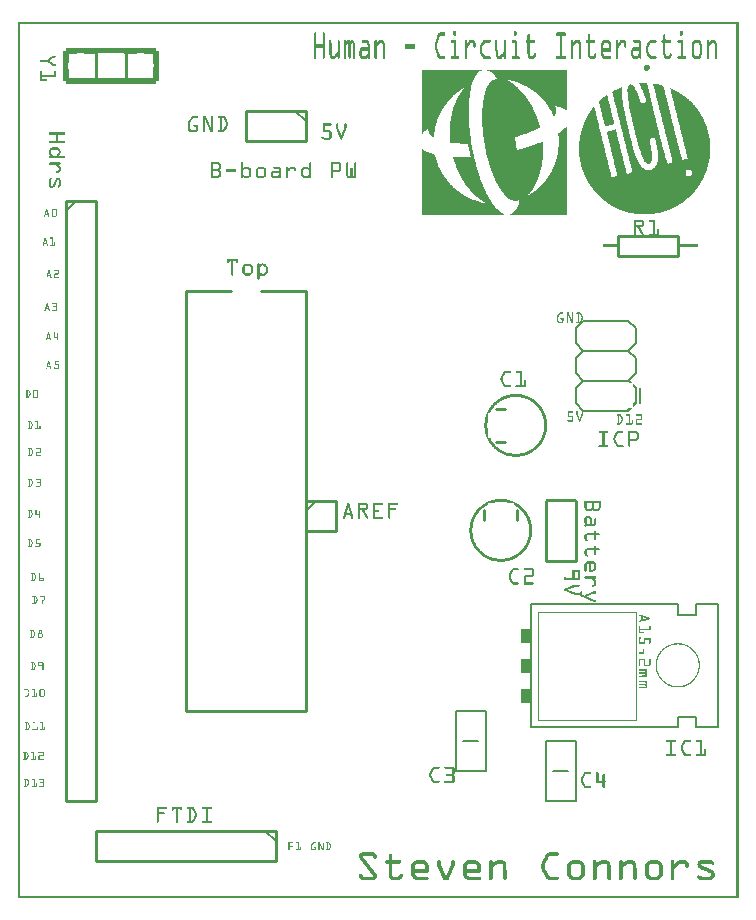
<source format=gto>
G04 MADE WITH FRITZING*
G04 WWW.FRITZING.ORG*
G04 DOUBLE SIDED*
G04 HOLES PLATED*
G04 CONTOUR ON CENTER OF CONTOUR VECTOR*
%ASAXBY*%
%FSLAX23Y23*%
%MOIN*%
%OFA0B0*%
%SFA1.0B1.0*%
%ADD10R,0.035000X0.050000*%
%ADD11C,0.010000*%
%ADD12C,0.005000*%
%ADD13C,0.008000*%
%ADD14C,0.006000*%
%ADD15C,0.002000*%
%ADD16C,0.011000*%
%ADD17R,0.001000X0.001000*%
%LNSILK1*%
G90*
G70*
G54D10*
X1692Y676D03*
X1692Y776D03*
X1692Y876D03*
G54D11*
X959Y1326D02*
X959Y1226D01*
D02*
X959Y1226D02*
X1059Y1226D01*
D02*
X1059Y1226D02*
X1059Y1326D01*
D02*
X1059Y1326D02*
X959Y1326D01*
G54D12*
D02*
X959Y1291D02*
X994Y1326D01*
G54D13*
D02*
X2034Y1726D02*
X2059Y1751D01*
D02*
X2059Y1801D02*
X2034Y1826D01*
D02*
X2034Y1826D02*
X2059Y1851D01*
D02*
X2059Y1901D02*
X2034Y1926D01*
D02*
X2034Y1626D02*
X1884Y1626D01*
D02*
X1884Y1626D02*
X1859Y1651D01*
D02*
X1859Y1651D02*
X1859Y1701D01*
D02*
X1859Y1701D02*
X1884Y1726D01*
D02*
X1884Y1726D02*
X1859Y1751D01*
D02*
X1859Y1751D02*
X1859Y1801D01*
D02*
X1859Y1801D02*
X1884Y1826D01*
D02*
X1884Y1826D02*
X1859Y1851D01*
D02*
X1859Y1851D02*
X1859Y1901D01*
D02*
X1859Y1901D02*
X1884Y1926D01*
D02*
X1884Y1726D02*
X2034Y1726D01*
D02*
X1884Y1826D02*
X2034Y1826D01*
D02*
X1884Y1926D02*
X2034Y1926D01*
D02*
X2059Y1851D02*
X2059Y1901D01*
D02*
X2059Y1751D02*
X2059Y1801D01*
D02*
X2059Y1651D02*
X2059Y1701D01*
D02*
X2073Y1701D02*
X2073Y1651D01*
G54D11*
D02*
X959Y2626D02*
X759Y2626D01*
D02*
X759Y2626D02*
X759Y2526D01*
D02*
X759Y2526D02*
X959Y2526D01*
D02*
X959Y2526D02*
X959Y2626D01*
G54D12*
D02*
X924Y2626D02*
X959Y2591D01*
G54D13*
D02*
X1784Y426D02*
X1834Y426D01*
D02*
X1759Y326D02*
X1759Y526D01*
D02*
X1759Y526D02*
X1859Y526D01*
D02*
X1859Y526D02*
X1859Y326D01*
D02*
X1859Y326D02*
X1759Y326D01*
G54D11*
D02*
X1759Y1326D02*
X1759Y1126D01*
D02*
X1759Y1126D02*
X1859Y1126D01*
D02*
X1859Y1126D02*
X1859Y1326D01*
G54D14*
D02*
X1709Y981D02*
X1709Y571D01*
D02*
X2334Y571D02*
X2334Y981D01*
D02*
X1709Y571D02*
X2199Y571D01*
D02*
X2199Y571D02*
X2199Y606D01*
D02*
X2199Y606D02*
X2259Y606D01*
D02*
X2259Y606D02*
X2259Y571D01*
D02*
X2259Y571D02*
X2334Y571D01*
D02*
X1709Y981D02*
X2199Y981D01*
D02*
X2199Y981D02*
X2199Y946D01*
D02*
X2199Y946D02*
X2259Y946D01*
D02*
X2259Y946D02*
X2259Y981D01*
D02*
X2259Y981D02*
X2334Y981D01*
G54D15*
D02*
X1734Y956D02*
X1734Y596D01*
D02*
X2059Y596D02*
X1734Y596D01*
D02*
X2059Y596D02*
X2059Y956D01*
D02*
X1734Y956D02*
X2059Y956D01*
G54D11*
D02*
X359Y2826D02*
X359Y2726D01*
D02*
X259Y2826D02*
X259Y2726D01*
G54D13*
D02*
X1484Y526D02*
X1534Y526D01*
D02*
X1459Y426D02*
X1459Y626D01*
D02*
X1459Y626D02*
X1559Y626D01*
D02*
X1559Y626D02*
X1559Y426D01*
D02*
X1559Y426D02*
X1459Y426D01*
G54D11*
D02*
X2200Y2143D02*
X2000Y2143D01*
D02*
X2000Y2143D02*
X2000Y2209D01*
D02*
X2000Y2209D02*
X2200Y2209D01*
D02*
X2200Y2209D02*
X2200Y2143D01*
D02*
X559Y2026D02*
X559Y626D01*
D02*
X559Y626D02*
X959Y626D01*
D02*
X959Y626D02*
X959Y2026D01*
D02*
X559Y2026D02*
X709Y2026D01*
D02*
X809Y2026D02*
X959Y2026D01*
D02*
X159Y2326D02*
X159Y326D01*
D02*
X159Y326D02*
X259Y326D01*
D02*
X259Y326D02*
X259Y2326D01*
D02*
X259Y2326D02*
X159Y2326D01*
G54D12*
D02*
X159Y2291D02*
X194Y2326D01*
G54D11*
D02*
X859Y226D02*
X259Y226D01*
D02*
X259Y226D02*
X259Y126D01*
D02*
X259Y126D02*
X859Y126D01*
D02*
X859Y126D02*
X859Y226D01*
G54D12*
D02*
X824Y226D02*
X859Y191D01*
G36*
X1562Y2762D02*
X1562Y2761D01*
X1564Y2761D01*
X1564Y2760D01*
X1568Y2760D01*
X1568Y2759D01*
X1569Y2759D01*
X1569Y2758D01*
X1572Y2758D01*
X1572Y2758D01*
X1573Y2758D01*
X1573Y2757D01*
X1574Y2757D01*
X1574Y2756D01*
X1575Y2756D01*
X1575Y2755D01*
X1577Y2755D01*
X1577Y2754D01*
X1578Y2754D01*
X1578Y2753D01*
X1580Y2753D01*
X1580Y2752D01*
X1581Y2752D01*
X1581Y2751D01*
X1582Y2751D01*
X1582Y2750D01*
X1583Y2750D01*
X1583Y2748D01*
X1585Y2748D01*
X1585Y2746D01*
X1587Y2746D01*
X1587Y2744D01*
X1589Y2744D01*
X1589Y2742D01*
X1589Y2742D01*
X1589Y2742D01*
X1590Y2742D01*
X1590Y2741D01*
X1591Y2741D01*
X1591Y2740D01*
X1592Y2740D01*
X1592Y2738D01*
X1593Y2738D01*
X1593Y2737D01*
X1594Y2737D01*
X1594Y2735D01*
X1596Y2735D01*
X1596Y2731D01*
X1589Y2731D01*
X1589Y2730D01*
X1587Y2730D01*
X1587Y2729D01*
X1635Y2729D01*
X1635Y2728D01*
X1637Y2728D01*
X1637Y2727D01*
X1643Y2727D01*
X1643Y2726D01*
X1645Y2726D01*
X1645Y2726D01*
X1651Y2726D01*
X1651Y2725D01*
X1653Y2725D01*
X1653Y2724D01*
X1656Y2724D01*
X1656Y2723D01*
X1659Y2723D01*
X1659Y2722D01*
X1661Y2722D01*
X1661Y2721D01*
X1665Y2721D01*
X1665Y2720D01*
X1667Y2720D01*
X1667Y2719D01*
X1669Y2719D01*
X1669Y2718D01*
X1671Y2718D01*
X1671Y2717D01*
X1674Y2717D01*
X1674Y2716D01*
X1676Y2716D01*
X1676Y2715D01*
X1678Y2715D01*
X1678Y2714D01*
X1680Y2714D01*
X1680Y2713D01*
X1683Y2713D01*
X1683Y2712D01*
X1685Y2712D01*
X1685Y2711D01*
X1686Y2711D01*
X1686Y2710D01*
X1688Y2710D01*
X1688Y2710D01*
X1690Y2710D01*
X1690Y2709D01*
X1692Y2709D01*
X1692Y2708D01*
X1694Y2708D01*
X1694Y2707D01*
X1696Y2707D01*
X1696Y2706D01*
X1698Y2706D01*
X1698Y2705D01*
X1699Y2705D01*
X1699Y2704D01*
X1701Y2704D01*
X1701Y2703D01*
X1701Y2703D01*
X1701Y2702D01*
X1703Y2702D01*
X1703Y2701D01*
X1705Y2701D01*
X1705Y2700D01*
X1707Y2700D01*
X1707Y2699D01*
X1708Y2699D01*
X1708Y2698D01*
X1710Y2698D01*
X1710Y2697D01*
X1711Y2697D01*
X1711Y2696D01*
X1712Y2696D01*
X1712Y2695D01*
X1714Y2695D01*
X1714Y2694D01*
X1715Y2694D01*
X1715Y2694D01*
X1717Y2694D01*
X1717Y2693D01*
X1717Y2693D01*
X1717Y2692D01*
X1719Y2692D01*
X1719Y2690D01*
X1721Y2690D01*
X1721Y2689D01*
X1722Y2689D01*
X1722Y2688D01*
X1724Y2688D01*
X1724Y2687D01*
X1725Y2687D01*
X1725Y2686D01*
X1726Y2686D01*
X1726Y2685D01*
X1727Y2685D01*
X1727Y2684D01*
X1729Y2684D01*
X1729Y2682D01*
X1731Y2682D01*
X1731Y2681D01*
X1732Y2681D01*
X1732Y2680D01*
X1733Y2680D01*
X1733Y2679D01*
X1733Y2679D01*
X1733Y2678D01*
X1734Y2678D01*
X1734Y2678D01*
X1735Y2678D01*
X1735Y2677D01*
X1737Y2677D01*
X1737Y2675D01*
X1739Y2675D01*
X1739Y2674D01*
X1740Y2674D01*
X1740Y2673D01*
X1741Y2673D01*
X1741Y2672D01*
X1742Y2672D01*
X1742Y2671D01*
X1743Y2671D01*
X1743Y2670D01*
X1744Y2670D01*
X1744Y2669D01*
X1745Y2669D01*
X1745Y2667D01*
X1746Y2667D01*
X1746Y2666D01*
X1747Y2666D01*
X1747Y2665D01*
X1748Y2665D01*
X1748Y2664D01*
X1749Y2664D01*
X1749Y2663D01*
X1749Y2663D01*
X1749Y2662D01*
X1750Y2662D01*
X1750Y2662D01*
X1751Y2662D01*
X1751Y2661D01*
X1752Y2661D01*
X1752Y2659D01*
X1754Y2659D01*
X1754Y2657D01*
X1755Y2657D01*
X1755Y2656D01*
X1756Y2656D01*
X1756Y2655D01*
X1757Y2655D01*
X1757Y2654D01*
X1758Y2654D01*
X1758Y2652D01*
X1759Y2652D01*
X1759Y2651D01*
X1760Y2651D01*
X1760Y2649D01*
X1762Y2649D01*
X1762Y2647D01*
X1763Y2647D01*
X1763Y2646D01*
X1764Y2646D01*
X1764Y2645D01*
X1765Y2645D01*
X1765Y2644D01*
X1765Y2644D01*
X1765Y2643D01*
X1766Y2643D01*
X1766Y2642D01*
X1792Y2642D01*
X1792Y2641D01*
X1797Y2641D01*
X1797Y2640D01*
X1799Y2640D01*
X1799Y2639D01*
X1803Y2639D01*
X1803Y2638D01*
X1805Y2638D01*
X1805Y2637D01*
X1809Y2637D01*
X1809Y2636D01*
X1811Y2636D01*
X1811Y2635D01*
X1814Y2635D01*
X1814Y2634D01*
X1815Y2634D01*
X1815Y2633D01*
X1818Y2633D01*
X1818Y2632D01*
X1819Y2632D01*
X1819Y2631D01*
X1822Y2631D01*
X1822Y2630D01*
X1823Y2630D01*
X1823Y2630D01*
X1825Y2630D01*
X1825Y2629D01*
X1826Y2629D01*
X1826Y2628D01*
X1828Y2628D01*
X1828Y2627D01*
X1829Y2627D01*
X1829Y2762D01*
X1562Y2762D01*
G37*
D02*
G36*
X1584Y2729D02*
X1584Y2728D01*
X1583Y2728D01*
X1583Y2727D01*
X1581Y2727D01*
X1581Y2726D01*
X1580Y2726D01*
X1580Y2726D01*
X1578Y2726D01*
X1578Y2725D01*
X1577Y2725D01*
X1577Y2724D01*
X1576Y2724D01*
X1576Y2723D01*
X1575Y2723D01*
X1575Y2722D01*
X1574Y2722D01*
X1574Y2721D01*
X1573Y2721D01*
X1573Y2720D01*
X1573Y2720D01*
X1573Y2719D01*
X1572Y2719D01*
X1572Y2717D01*
X1571Y2717D01*
X1571Y2716D01*
X1570Y2716D01*
X1570Y2715D01*
X1569Y2715D01*
X1569Y2713D01*
X1568Y2713D01*
X1568Y2712D01*
X1567Y2712D01*
X1567Y2710D01*
X1565Y2710D01*
X1565Y2707D01*
X1564Y2707D01*
X1564Y2706D01*
X1563Y2706D01*
X1563Y2703D01*
X1562Y2703D01*
X1562Y2702D01*
X1561Y2702D01*
X1561Y2698D01*
X1560Y2698D01*
X1560Y2696D01*
X1559Y2696D01*
X1559Y2694D01*
X1558Y2694D01*
X1558Y2692D01*
X1557Y2692D01*
X1557Y2688D01*
X1557Y2688D01*
X1557Y2686D01*
X1556Y2686D01*
X1556Y2681D01*
X1555Y2681D01*
X1555Y2678D01*
X1554Y2678D01*
X1554Y2673D01*
X1553Y2673D01*
X1553Y2671D01*
X1552Y2671D01*
X1552Y2663D01*
X1551Y2663D01*
X1551Y2661D01*
X1550Y2661D01*
X1550Y2651D01*
X1549Y2651D01*
X1549Y2646D01*
X1548Y2646D01*
X1548Y2636D01*
X1547Y2636D01*
X1547Y2619D01*
X1546Y2619D01*
X1546Y2591D01*
X1547Y2591D01*
X1547Y2572D01*
X1548Y2572D01*
X1548Y2561D01*
X1549Y2561D01*
X1549Y2554D01*
X1550Y2554D01*
X1550Y2543D01*
X1551Y2543D01*
X1551Y2538D01*
X1552Y2538D01*
X1552Y2529D01*
X1553Y2529D01*
X1553Y2525D01*
X1554Y2525D01*
X1554Y2518D01*
X1555Y2518D01*
X1555Y2514D01*
X1556Y2514D01*
X1556Y2506D01*
X1557Y2506D01*
X1557Y2503D01*
X1557Y2503D01*
X1557Y2497D01*
X1558Y2497D01*
X1558Y2495D01*
X1663Y2495D01*
X1663Y2501D01*
X1662Y2501D01*
X1662Y2503D01*
X1661Y2503D01*
X1661Y2511D01*
X1660Y2511D01*
X1660Y2515D01*
X1659Y2515D01*
X1659Y2521D01*
X1658Y2521D01*
X1658Y2524D01*
X1657Y2524D01*
X1657Y2532D01*
X1656Y2532D01*
X1656Y2534D01*
X1655Y2534D01*
X1655Y2538D01*
X1659Y2538D01*
X1659Y2539D01*
X1661Y2539D01*
X1661Y2540D01*
X1666Y2540D01*
X1666Y2541D01*
X1668Y2541D01*
X1668Y2542D01*
X1672Y2542D01*
X1672Y2543D01*
X1674Y2543D01*
X1674Y2544D01*
X1678Y2544D01*
X1678Y2545D01*
X1680Y2545D01*
X1680Y2546D01*
X1684Y2546D01*
X1684Y2547D01*
X1685Y2547D01*
X1685Y2548D01*
X1688Y2548D01*
X1688Y2549D01*
X1690Y2549D01*
X1690Y2550D01*
X1694Y2550D01*
X1694Y2550D01*
X1696Y2550D01*
X1696Y2551D01*
X1700Y2551D01*
X1700Y2552D01*
X1701Y2552D01*
X1701Y2553D01*
X1703Y2553D01*
X1703Y2554D01*
X1705Y2554D01*
X1705Y2555D01*
X1709Y2555D01*
X1709Y2556D01*
X1710Y2556D01*
X1710Y2557D01*
X1714Y2557D01*
X1714Y2558D01*
X1715Y2558D01*
X1715Y2559D01*
X1717Y2559D01*
X1717Y2560D01*
X1719Y2560D01*
X1719Y2561D01*
X1722Y2561D01*
X1722Y2562D01*
X1723Y2562D01*
X1723Y2563D01*
X1725Y2563D01*
X1725Y2564D01*
X1727Y2564D01*
X1727Y2565D01*
X1729Y2565D01*
X1729Y2566D01*
X1731Y2566D01*
X1731Y2566D01*
X1733Y2566D01*
X1733Y2567D01*
X1735Y2567D01*
X1735Y2568D01*
X1736Y2568D01*
X1736Y2569D01*
X1739Y2569D01*
X1739Y2574D01*
X1738Y2574D01*
X1738Y2577D01*
X1737Y2577D01*
X1737Y2581D01*
X1736Y2581D01*
X1736Y2583D01*
X1735Y2583D01*
X1735Y2587D01*
X1734Y2587D01*
X1734Y2590D01*
X1733Y2590D01*
X1733Y2592D01*
X1733Y2592D01*
X1733Y2596D01*
X1732Y2596D01*
X1732Y2598D01*
X1731Y2598D01*
X1731Y2600D01*
X1730Y2600D01*
X1730Y2602D01*
X1729Y2602D01*
X1729Y2606D01*
X1728Y2606D01*
X1728Y2608D01*
X1727Y2608D01*
X1727Y2611D01*
X1726Y2611D01*
X1726Y2613D01*
X1725Y2613D01*
X1725Y2615D01*
X1724Y2615D01*
X1724Y2617D01*
X1723Y2617D01*
X1723Y2620D01*
X1722Y2620D01*
X1722Y2621D01*
X1721Y2621D01*
X1721Y2624D01*
X1720Y2624D01*
X1720Y2626D01*
X1719Y2626D01*
X1719Y2628D01*
X1718Y2628D01*
X1718Y2630D01*
X1717Y2630D01*
X1717Y2631D01*
X1717Y2631D01*
X1717Y2633D01*
X1716Y2633D01*
X1716Y2635D01*
X1715Y2635D01*
X1715Y2637D01*
X1714Y2637D01*
X1714Y2639D01*
X1713Y2639D01*
X1713Y2641D01*
X1712Y2641D01*
X1712Y2644D01*
X1710Y2644D01*
X1710Y2646D01*
X1709Y2646D01*
X1709Y2647D01*
X1708Y2647D01*
X1708Y2649D01*
X1707Y2649D01*
X1707Y2651D01*
X1706Y2651D01*
X1706Y2652D01*
X1705Y2652D01*
X1705Y2654D01*
X1704Y2654D01*
X1704Y2655D01*
X1703Y2655D01*
X1703Y2657D01*
X1702Y2657D01*
X1702Y2658D01*
X1701Y2658D01*
X1701Y2660D01*
X1701Y2660D01*
X1701Y2661D01*
X1700Y2661D01*
X1700Y2662D01*
X1699Y2662D01*
X1699Y2663D01*
X1698Y2663D01*
X1698Y2665D01*
X1697Y2665D01*
X1697Y2666D01*
X1696Y2666D01*
X1696Y2668D01*
X1695Y2668D01*
X1695Y2669D01*
X1694Y2669D01*
X1694Y2671D01*
X1693Y2671D01*
X1693Y2672D01*
X1692Y2672D01*
X1692Y2674D01*
X1691Y2674D01*
X1691Y2675D01*
X1690Y2675D01*
X1690Y2676D01*
X1689Y2676D01*
X1689Y2677D01*
X1688Y2677D01*
X1688Y2678D01*
X1687Y2678D01*
X1687Y2679D01*
X1686Y2679D01*
X1686Y2680D01*
X1685Y2680D01*
X1685Y2681D01*
X1685Y2681D01*
X1685Y2683D01*
X1684Y2683D01*
X1684Y2684D01*
X1683Y2684D01*
X1683Y2685D01*
X1682Y2685D01*
X1682Y2686D01*
X1681Y2686D01*
X1681Y2687D01*
X1680Y2687D01*
X1680Y2688D01*
X1679Y2688D01*
X1679Y2689D01*
X1678Y2689D01*
X1678Y2690D01*
X1677Y2690D01*
X1677Y2691D01*
X1676Y2691D01*
X1676Y2692D01*
X1675Y2692D01*
X1675Y2693D01*
X1674Y2693D01*
X1674Y2694D01*
X1672Y2694D01*
X1672Y2696D01*
X1670Y2696D01*
X1670Y2698D01*
X1669Y2698D01*
X1669Y2700D01*
X1667Y2700D01*
X1667Y2702D01*
X1665Y2702D01*
X1665Y2704D01*
X1663Y2704D01*
X1663Y2706D01*
X1661Y2706D01*
X1661Y2707D01*
X1660Y2707D01*
X1660Y2708D01*
X1659Y2708D01*
X1659Y2709D01*
X1658Y2709D01*
X1658Y2710D01*
X1656Y2710D01*
X1656Y2710D01*
X1655Y2710D01*
X1655Y2711D01*
X1654Y2711D01*
X1654Y2712D01*
X1653Y2712D01*
X1653Y2713D01*
X1652Y2713D01*
X1652Y2714D01*
X1651Y2714D01*
X1651Y2715D01*
X1649Y2715D01*
X1649Y2716D01*
X1648Y2716D01*
X1648Y2717D01*
X1646Y2717D01*
X1646Y2718D01*
X1645Y2718D01*
X1645Y2719D01*
X1643Y2719D01*
X1643Y2721D01*
X1641Y2721D01*
X1641Y2722D01*
X1639Y2722D01*
X1639Y2723D01*
X1638Y2723D01*
X1638Y2724D01*
X1637Y2724D01*
X1637Y2725D01*
X1636Y2725D01*
X1636Y2726D01*
X1634Y2726D01*
X1634Y2726D01*
X1632Y2726D01*
X1632Y2727D01*
X1630Y2727D01*
X1630Y2729D01*
X1584Y2729D01*
G37*
D02*
G36*
X1766Y2642D02*
X1766Y2641D01*
X1767Y2641D01*
X1767Y2640D01*
X1768Y2640D01*
X1768Y2638D01*
X1769Y2638D01*
X1769Y2637D01*
X1770Y2637D01*
X1770Y2635D01*
X1771Y2635D01*
X1771Y2633D01*
X1772Y2633D01*
X1772Y2631D01*
X1774Y2631D01*
X1774Y2629D01*
X1775Y2629D01*
X1775Y2628D01*
X1776Y2628D01*
X1776Y2626D01*
X1777Y2626D01*
X1777Y2624D01*
X1778Y2624D01*
X1778Y2622D01*
X1779Y2622D01*
X1779Y2620D01*
X1780Y2620D01*
X1780Y2618D01*
X1781Y2618D01*
X1781Y2617D01*
X1781Y2617D01*
X1781Y2614D01*
X1782Y2614D01*
X1782Y2613D01*
X1783Y2613D01*
X1783Y2610D01*
X1784Y2610D01*
X1784Y2609D01*
X1785Y2609D01*
X1785Y2607D01*
X1786Y2607D01*
X1786Y2608D01*
X1787Y2608D01*
X1787Y2610D01*
X1788Y2610D01*
X1788Y2612D01*
X1789Y2612D01*
X1789Y2613D01*
X1790Y2613D01*
X1790Y2615D01*
X1791Y2615D01*
X1791Y2616D01*
X1792Y2616D01*
X1792Y2620D01*
X1793Y2620D01*
X1793Y2623D01*
X1794Y2623D01*
X1794Y2631D01*
X1793Y2631D01*
X1793Y2634D01*
X1792Y2634D01*
X1792Y2637D01*
X1791Y2637D01*
X1791Y2639D01*
X1790Y2639D01*
X1790Y2642D01*
X1766Y2642D01*
G37*
D02*
G36*
X1827Y2573D02*
X1827Y2571D01*
X1825Y2571D01*
X1825Y2569D01*
X1823Y2569D01*
X1823Y2567D01*
X1821Y2567D01*
X1821Y2566D01*
X1819Y2566D01*
X1819Y2565D01*
X1818Y2565D01*
X1818Y2564D01*
X1817Y2564D01*
X1817Y2563D01*
X1816Y2563D01*
X1816Y2562D01*
X1814Y2562D01*
X1814Y2561D01*
X1813Y2561D01*
X1813Y2560D01*
X1813Y2560D01*
X1813Y2559D01*
X1812Y2559D01*
X1812Y2558D01*
X1811Y2558D01*
X1811Y2557D01*
X1809Y2557D01*
X1809Y2556D01*
X1808Y2556D01*
X1808Y2555D01*
X1806Y2555D01*
X1806Y2554D01*
X1805Y2554D01*
X1805Y2553D01*
X1803Y2553D01*
X1803Y2551D01*
X1801Y2551D01*
X1801Y2542D01*
X1802Y2542D01*
X1802Y2532D01*
X1803Y2532D01*
X1803Y2515D01*
X1802Y2515D01*
X1802Y2504D01*
X1801Y2504D01*
X1801Y2493D01*
X1800Y2493D01*
X1800Y2489D01*
X1799Y2489D01*
X1799Y2482D01*
X1798Y2482D01*
X1798Y2479D01*
X1797Y2479D01*
X1797Y2473D01*
X1797Y2473D01*
X1797Y2471D01*
X1796Y2471D01*
X1796Y2466D01*
X1795Y2466D01*
X1795Y2464D01*
X1794Y2464D01*
X1794Y2460D01*
X1793Y2460D01*
X1793Y2458D01*
X1792Y2458D01*
X1792Y2455D01*
X1791Y2455D01*
X1791Y2453D01*
X1790Y2453D01*
X1790Y2450D01*
X1789Y2450D01*
X1789Y2448D01*
X1788Y2448D01*
X1788Y2446D01*
X1787Y2446D01*
X1787Y2442D01*
X1786Y2442D01*
X1786Y2441D01*
X1785Y2441D01*
X1785Y2439D01*
X1784Y2439D01*
X1784Y2437D01*
X1783Y2437D01*
X1783Y2435D01*
X1782Y2435D01*
X1782Y2433D01*
X1781Y2433D01*
X1781Y2430D01*
X1781Y2430D01*
X1781Y2429D01*
X1780Y2429D01*
X1780Y2427D01*
X1779Y2427D01*
X1779Y2425D01*
X1778Y2425D01*
X1778Y2423D01*
X1777Y2423D01*
X1777Y2422D01*
X1776Y2422D01*
X1776Y2420D01*
X1775Y2420D01*
X1775Y2419D01*
X1774Y2419D01*
X1774Y2416D01*
X1773Y2416D01*
X1773Y2415D01*
X1772Y2415D01*
X1772Y2413D01*
X1771Y2413D01*
X1771Y2412D01*
X1770Y2412D01*
X1770Y2410D01*
X1769Y2410D01*
X1769Y2409D01*
X1768Y2409D01*
X1768Y2407D01*
X1767Y2407D01*
X1767Y2407D01*
X1766Y2407D01*
X1766Y2405D01*
X1765Y2405D01*
X1765Y2404D01*
X1765Y2404D01*
X1765Y2402D01*
X1764Y2402D01*
X1764Y2401D01*
X1763Y2401D01*
X1763Y2400D01*
X1762Y2400D01*
X1762Y2398D01*
X1761Y2398D01*
X1761Y2397D01*
X1760Y2397D01*
X1760Y2395D01*
X1758Y2395D01*
X1758Y2393D01*
X1757Y2393D01*
X1757Y2392D01*
X1756Y2392D01*
X1756Y2391D01*
X1755Y2391D01*
X1755Y2390D01*
X1754Y2390D01*
X1754Y2389D01*
X1753Y2389D01*
X1753Y2388D01*
X1752Y2388D01*
X1752Y2386D01*
X1750Y2386D01*
X1750Y2384D01*
X1749Y2384D01*
X1749Y2382D01*
X1747Y2382D01*
X1747Y2380D01*
X1746Y2380D01*
X1746Y2379D01*
X1745Y2379D01*
X1745Y2378D01*
X1744Y2378D01*
X1744Y2377D01*
X1743Y2377D01*
X1743Y2376D01*
X1742Y2376D01*
X1742Y2375D01*
X1741Y2375D01*
X1741Y2375D01*
X1740Y2375D01*
X1740Y2374D01*
X1739Y2374D01*
X1739Y2373D01*
X1738Y2373D01*
X1738Y2372D01*
X1737Y2372D01*
X1737Y2371D01*
X1736Y2371D01*
X1736Y2370D01*
X1734Y2370D01*
X1734Y2368D01*
X1733Y2368D01*
X1733Y2366D01*
X1731Y2366D01*
X1731Y2365D01*
X1730Y2365D01*
X1730Y2364D01*
X1729Y2364D01*
X1729Y2363D01*
X1728Y2363D01*
X1728Y2362D01*
X1726Y2362D01*
X1726Y2361D01*
X1725Y2361D01*
X1725Y2360D01*
X1724Y2360D01*
X1724Y2359D01*
X1723Y2359D01*
X1723Y2359D01*
X1721Y2359D01*
X1721Y2357D01*
X1719Y2357D01*
X1719Y2356D01*
X1718Y2356D01*
X1718Y2355D01*
X1717Y2355D01*
X1717Y2354D01*
X1716Y2354D01*
X1716Y2353D01*
X1714Y2353D01*
X1714Y2352D01*
X1713Y2352D01*
X1713Y2351D01*
X1711Y2351D01*
X1711Y2350D01*
X1710Y2350D01*
X1710Y2349D01*
X1708Y2349D01*
X1708Y2348D01*
X1707Y2348D01*
X1707Y2347D01*
X1705Y2347D01*
X1705Y2346D01*
X1704Y2346D01*
X1704Y2345D01*
X1703Y2345D01*
X1703Y2344D01*
X1829Y2344D01*
X1829Y2573D01*
X1827Y2573D01*
G37*
D02*
G36*
X1747Y2523D02*
X1747Y2522D01*
X1745Y2522D01*
X1745Y2521D01*
X1743Y2521D01*
X1743Y2520D01*
X1739Y2520D01*
X1739Y2519D01*
X1738Y2519D01*
X1738Y2519D01*
X1734Y2519D01*
X1734Y2518D01*
X1733Y2518D01*
X1733Y2517D01*
X1730Y2517D01*
X1730Y2516D01*
X1728Y2516D01*
X1728Y2515D01*
X1725Y2515D01*
X1725Y2514D01*
X1723Y2514D01*
X1723Y2513D01*
X1719Y2513D01*
X1719Y2512D01*
X1717Y2512D01*
X1717Y2511D01*
X1714Y2511D01*
X1714Y2510D01*
X1712Y2510D01*
X1712Y2509D01*
X1708Y2509D01*
X1708Y2508D01*
X1706Y2508D01*
X1706Y2507D01*
X1704Y2507D01*
X1704Y2506D01*
X1701Y2506D01*
X1701Y2505D01*
X1699Y2505D01*
X1699Y2504D01*
X1694Y2504D01*
X1694Y2503D01*
X1692Y2503D01*
X1692Y2503D01*
X1688Y2503D01*
X1688Y2502D01*
X1686Y2502D01*
X1686Y2501D01*
X1682Y2501D01*
X1682Y2500D01*
X1680Y2500D01*
X1680Y2499D01*
X1675Y2499D01*
X1675Y2498D01*
X1672Y2498D01*
X1672Y2497D01*
X1668Y2497D01*
X1668Y2496D01*
X1666Y2496D01*
X1666Y2495D01*
X1749Y2495D01*
X1749Y2520D01*
X1748Y2520D01*
X1748Y2523D01*
X1747Y2523D01*
G37*
D02*
G36*
X1558Y2495D02*
X1558Y2494D01*
X1749Y2494D01*
X1749Y2495D01*
X1558Y2495D01*
G37*
D02*
G36*
X1558Y2495D02*
X1558Y2494D01*
X1749Y2494D01*
X1749Y2495D01*
X1558Y2495D01*
G37*
D02*
G36*
X1559Y2494D02*
X1559Y2488D01*
X1560Y2488D01*
X1560Y2486D01*
X1561Y2486D01*
X1561Y2480D01*
X1562Y2480D01*
X1562Y2477D01*
X1563Y2477D01*
X1563Y2472D01*
X1564Y2472D01*
X1564Y2470D01*
X1565Y2470D01*
X1565Y2465D01*
X1566Y2465D01*
X1566Y2463D01*
X1567Y2463D01*
X1567Y2458D01*
X1568Y2458D01*
X1568Y2455D01*
X1569Y2455D01*
X1569Y2452D01*
X1570Y2452D01*
X1570Y2450D01*
X1571Y2450D01*
X1571Y2445D01*
X1572Y2445D01*
X1572Y2443D01*
X1573Y2443D01*
X1573Y2439D01*
X1573Y2439D01*
X1573Y2438D01*
X1574Y2438D01*
X1574Y2435D01*
X1575Y2435D01*
X1575Y2432D01*
X1576Y2432D01*
X1576Y2430D01*
X1577Y2430D01*
X1577Y2426D01*
X1578Y2426D01*
X1578Y2424D01*
X1579Y2424D01*
X1579Y2421D01*
X1580Y2421D01*
X1580Y2420D01*
X1581Y2420D01*
X1581Y2417D01*
X1582Y2417D01*
X1582Y2415D01*
X1583Y2415D01*
X1583Y2411D01*
X1584Y2411D01*
X1584Y2410D01*
X1585Y2410D01*
X1585Y2407D01*
X1586Y2407D01*
X1586Y2406D01*
X1587Y2406D01*
X1587Y2403D01*
X1588Y2403D01*
X1588Y2401D01*
X1589Y2401D01*
X1589Y2398D01*
X1589Y2398D01*
X1589Y2397D01*
X1590Y2397D01*
X1590Y2394D01*
X1591Y2394D01*
X1591Y2393D01*
X1592Y2393D01*
X1592Y2390D01*
X1593Y2390D01*
X1593Y2389D01*
X1594Y2389D01*
X1594Y2386D01*
X1595Y2386D01*
X1595Y2385D01*
X1596Y2385D01*
X1596Y2383D01*
X1597Y2383D01*
X1597Y2382D01*
X1598Y2382D01*
X1598Y2379D01*
X1599Y2379D01*
X1599Y2378D01*
X1600Y2378D01*
X1600Y2375D01*
X1601Y2375D01*
X1601Y2375D01*
X1602Y2375D01*
X1602Y2374D01*
X1603Y2374D01*
X1603Y2372D01*
X1604Y2372D01*
X1604Y2370D01*
X1605Y2370D01*
X1605Y2368D01*
X1605Y2368D01*
X1605Y2367D01*
X1606Y2367D01*
X1606Y2365D01*
X1607Y2365D01*
X1607Y2364D01*
X1608Y2364D01*
X1608Y2362D01*
X1609Y2362D01*
X1609Y2361D01*
X1610Y2361D01*
X1610Y2359D01*
X1611Y2359D01*
X1611Y2359D01*
X1612Y2359D01*
X1612Y2357D01*
X1613Y2357D01*
X1613Y2356D01*
X1614Y2356D01*
X1614Y2354D01*
X1615Y2354D01*
X1615Y2353D01*
X1616Y2353D01*
X1616Y2352D01*
X1617Y2352D01*
X1617Y2351D01*
X1618Y2351D01*
X1618Y2349D01*
X1619Y2349D01*
X1619Y2348D01*
X1620Y2348D01*
X1620Y2346D01*
X1621Y2346D01*
X1621Y2344D01*
X1701Y2344D01*
X1701Y2347D01*
X1702Y2347D01*
X1702Y2348D01*
X1703Y2348D01*
X1703Y2349D01*
X1704Y2349D01*
X1704Y2350D01*
X1705Y2350D01*
X1705Y2352D01*
X1706Y2352D01*
X1706Y2353D01*
X1707Y2353D01*
X1707Y2354D01*
X1708Y2354D01*
X1708Y2355D01*
X1709Y2355D01*
X1709Y2357D01*
X1710Y2357D01*
X1710Y2358D01*
X1711Y2358D01*
X1711Y2359D01*
X1712Y2359D01*
X1712Y2360D01*
X1713Y2360D01*
X1713Y2361D01*
X1714Y2361D01*
X1714Y2363D01*
X1715Y2363D01*
X1715Y2364D01*
X1716Y2364D01*
X1716Y2366D01*
X1717Y2366D01*
X1717Y2367D01*
X1717Y2367D01*
X1717Y2370D01*
X1719Y2370D01*
X1719Y2373D01*
X1720Y2373D01*
X1720Y2374D01*
X1721Y2374D01*
X1721Y2376D01*
X1722Y2376D01*
X1722Y2377D01*
X1723Y2377D01*
X1723Y2380D01*
X1724Y2380D01*
X1724Y2381D01*
X1725Y2381D01*
X1725Y2384D01*
X1726Y2384D01*
X1726Y2385D01*
X1727Y2385D01*
X1727Y2388D01*
X1728Y2388D01*
X1728Y2390D01*
X1729Y2390D01*
X1729Y2391D01*
X1730Y2391D01*
X1730Y2393D01*
X1731Y2393D01*
X1731Y2396D01*
X1732Y2396D01*
X1732Y2398D01*
X1733Y2398D01*
X1733Y2401D01*
X1733Y2401D01*
X1733Y2404D01*
X1734Y2404D01*
X1734Y2406D01*
X1735Y2406D01*
X1735Y2408D01*
X1736Y2408D01*
X1736Y2410D01*
X1737Y2410D01*
X1737Y2415D01*
X1738Y2415D01*
X1738Y2417D01*
X1739Y2417D01*
X1739Y2421D01*
X1740Y2421D01*
X1740Y2423D01*
X1741Y2423D01*
X1741Y2428D01*
X1742Y2428D01*
X1742Y2431D01*
X1743Y2431D01*
X1743Y2437D01*
X1744Y2437D01*
X1744Y2440D01*
X1745Y2440D01*
X1745Y2447D01*
X1746Y2447D01*
X1746Y2452D01*
X1747Y2452D01*
X1747Y2461D01*
X1748Y2461D01*
X1748Y2468D01*
X1749Y2468D01*
X1749Y2494D01*
X1559Y2494D01*
G37*
D02*
G36*
X1623Y2344D02*
X1623Y2343D01*
X1829Y2343D01*
X1829Y2344D01*
X1623Y2344D01*
G37*
D02*
G36*
X1623Y2344D02*
X1623Y2343D01*
X1829Y2343D01*
X1829Y2344D01*
X1623Y2344D01*
G37*
D02*
G36*
X1623Y2343D02*
X1623Y2343D01*
X1625Y2343D01*
X1625Y2341D01*
X1627Y2341D01*
X1627Y2339D01*
X1629Y2339D01*
X1629Y2338D01*
X1630Y2338D01*
X1630Y2337D01*
X1631Y2337D01*
X1631Y2336D01*
X1632Y2336D01*
X1632Y2335D01*
X1634Y2335D01*
X1634Y2333D01*
X1636Y2333D01*
X1636Y2332D01*
X1637Y2332D01*
X1637Y2331D01*
X1639Y2331D01*
X1639Y2329D01*
X1642Y2329D01*
X1642Y2328D01*
X1671Y2328D01*
X1671Y2327D01*
X1670Y2327D01*
X1670Y2322D01*
X1669Y2322D01*
X1669Y2319D01*
X1669Y2319D01*
X1669Y2315D01*
X1668Y2315D01*
X1668Y2313D01*
X1667Y2313D01*
X1667Y2310D01*
X1666Y2310D01*
X1666Y2308D01*
X1665Y2308D01*
X1665Y2305D01*
X1664Y2305D01*
X1664Y2304D01*
X1663Y2304D01*
X1663Y2301D01*
X1662Y2301D01*
X1662Y2300D01*
X1661Y2300D01*
X1661Y2298D01*
X1660Y2298D01*
X1660Y2296D01*
X1659Y2296D01*
X1659Y2295D01*
X1657Y2295D01*
X1657Y2293D01*
X1656Y2293D01*
X1656Y2292D01*
X1655Y2292D01*
X1655Y2291D01*
X1654Y2291D01*
X1654Y2289D01*
X1653Y2289D01*
X1653Y2288D01*
X1653Y2288D01*
X1653Y2287D01*
X1651Y2287D01*
X1651Y2286D01*
X1650Y2286D01*
X1650Y2285D01*
X1649Y2285D01*
X1649Y2284D01*
X1647Y2284D01*
X1647Y2283D01*
X1646Y2283D01*
X1646Y2282D01*
X1643Y2282D01*
X1643Y2281D01*
X1641Y2281D01*
X1641Y2280D01*
X1829Y2280D01*
X1829Y2343D01*
X1623Y2343D01*
G37*
D02*
G36*
X1643Y2328D02*
X1643Y2327D01*
X1647Y2327D01*
X1647Y2327D01*
X1648Y2327D01*
X1648Y2326D01*
X1653Y2326D01*
X1653Y2325D01*
X1660Y2325D01*
X1660Y2326D01*
X1665Y2326D01*
X1665Y2327D01*
X1667Y2327D01*
X1667Y2327D01*
X1669Y2327D01*
X1669Y2328D01*
X1643Y2328D01*
G37*
D02*
G36*
X1347Y2762D02*
X1347Y2702D01*
X1486Y2702D01*
X1486Y2700D01*
X1485Y2700D01*
X1485Y2698D01*
X1483Y2698D01*
X1483Y2696D01*
X1482Y2696D01*
X1482Y2695D01*
X1481Y2695D01*
X1481Y2694D01*
X1479Y2694D01*
X1479Y2692D01*
X1478Y2692D01*
X1478Y2690D01*
X1477Y2690D01*
X1477Y2689D01*
X1477Y2689D01*
X1477Y2688D01*
X1476Y2688D01*
X1476Y2686D01*
X1475Y2686D01*
X1475Y2685D01*
X1474Y2685D01*
X1474Y2683D01*
X1473Y2683D01*
X1473Y2682D01*
X1472Y2682D01*
X1472Y2680D01*
X1471Y2680D01*
X1471Y2678D01*
X1470Y2678D01*
X1470Y2677D01*
X1469Y2677D01*
X1469Y2676D01*
X1468Y2676D01*
X1468Y2674D01*
X1467Y2674D01*
X1467Y2673D01*
X1466Y2673D01*
X1466Y2671D01*
X1465Y2671D01*
X1465Y2669D01*
X1464Y2669D01*
X1464Y2667D01*
X1463Y2667D01*
X1463Y2665D01*
X1462Y2665D01*
X1462Y2663D01*
X1461Y2663D01*
X1461Y2661D01*
X1461Y2661D01*
X1461Y2660D01*
X1460Y2660D01*
X1460Y2657D01*
X1459Y2657D01*
X1459Y2655D01*
X1458Y2655D01*
X1458Y2653D01*
X1457Y2653D01*
X1457Y2651D01*
X1456Y2651D01*
X1456Y2647D01*
X1455Y2647D01*
X1455Y2646D01*
X1454Y2646D01*
X1454Y2643D01*
X1453Y2643D01*
X1453Y2641D01*
X1452Y2641D01*
X1452Y2637D01*
X1451Y2637D01*
X1451Y2635D01*
X1450Y2635D01*
X1450Y2631D01*
X1449Y2631D01*
X1449Y2629D01*
X1448Y2629D01*
X1448Y2624D01*
X1447Y2624D01*
X1447Y2622D01*
X1446Y2622D01*
X1446Y2616D01*
X1445Y2616D01*
X1445Y2614D01*
X1445Y2614D01*
X1445Y2608D01*
X1444Y2608D01*
X1444Y2604D01*
X1443Y2604D01*
X1443Y2597D01*
X1442Y2597D01*
X1442Y2593D01*
X1441Y2593D01*
X1441Y2587D01*
X1440Y2587D01*
X1440Y2574D01*
X1439Y2574D01*
X1439Y2560D01*
X1438Y2560D01*
X1438Y2548D01*
X1439Y2548D01*
X1439Y2534D01*
X1440Y2534D01*
X1440Y2519D01*
X1442Y2519D01*
X1442Y2519D01*
X1450Y2519D01*
X1450Y2518D01*
X1456Y2518D01*
X1456Y2517D01*
X1473Y2517D01*
X1473Y2516D01*
X1491Y2516D01*
X1491Y2515D01*
X1500Y2515D01*
X1500Y2511D01*
X1501Y2511D01*
X1501Y2504D01*
X1502Y2504D01*
X1502Y2501D01*
X1503Y2501D01*
X1503Y2494D01*
X1504Y2494D01*
X1504Y2491D01*
X1505Y2491D01*
X1505Y2486D01*
X1506Y2486D01*
X1506Y2482D01*
X1507Y2482D01*
X1507Y2476D01*
X1508Y2476D01*
X1508Y2473D01*
X1509Y2473D01*
X1509Y2471D01*
X1499Y2471D01*
X1499Y2471D01*
X1520Y2471D01*
X1520Y2473D01*
X1519Y2473D01*
X1519Y2476D01*
X1518Y2476D01*
X1518Y2482D01*
X1517Y2482D01*
X1517Y2486D01*
X1516Y2486D01*
X1516Y2491D01*
X1515Y2491D01*
X1515Y2495D01*
X1514Y2495D01*
X1514Y2501D01*
X1513Y2501D01*
X1513Y2505D01*
X1512Y2505D01*
X1512Y2512D01*
X1511Y2512D01*
X1511Y2516D01*
X1510Y2516D01*
X1510Y2523D01*
X1509Y2523D01*
X1509Y2528D01*
X1509Y2528D01*
X1509Y2536D01*
X1508Y2536D01*
X1508Y2541D01*
X1507Y2541D01*
X1507Y2551D01*
X1506Y2551D01*
X1506Y2557D01*
X1505Y2557D01*
X1505Y2570D01*
X1504Y2570D01*
X1504Y2579D01*
X1503Y2579D01*
X1503Y2601D01*
X1502Y2601D01*
X1502Y2642D01*
X1503Y2642D01*
X1503Y2662D01*
X1504Y2662D01*
X1504Y2668D01*
X1505Y2668D01*
X1505Y2679D01*
X1506Y2679D01*
X1506Y2684D01*
X1507Y2684D01*
X1507Y2692D01*
X1508Y2692D01*
X1508Y2694D01*
X1509Y2694D01*
X1509Y2701D01*
X1509Y2701D01*
X1509Y2704D01*
X1510Y2704D01*
X1510Y2709D01*
X1511Y2709D01*
X1511Y2711D01*
X1512Y2711D01*
X1512Y2715D01*
X1513Y2715D01*
X1513Y2717D01*
X1514Y2717D01*
X1514Y2721D01*
X1515Y2721D01*
X1515Y2723D01*
X1516Y2723D01*
X1516Y2726D01*
X1517Y2726D01*
X1517Y2727D01*
X1518Y2727D01*
X1518Y2730D01*
X1519Y2730D01*
X1519Y2732D01*
X1520Y2732D01*
X1520Y2734D01*
X1521Y2734D01*
X1521Y2736D01*
X1522Y2736D01*
X1522Y2737D01*
X1523Y2737D01*
X1523Y2740D01*
X1524Y2740D01*
X1524Y2741D01*
X1525Y2741D01*
X1525Y2742D01*
X1525Y2742D01*
X1525Y2743D01*
X1526Y2743D01*
X1526Y2745D01*
X1527Y2745D01*
X1527Y2746D01*
X1528Y2746D01*
X1528Y2748D01*
X1529Y2748D01*
X1529Y2749D01*
X1530Y2749D01*
X1530Y2751D01*
X1532Y2751D01*
X1532Y2753D01*
X1534Y2753D01*
X1534Y2755D01*
X1536Y2755D01*
X1536Y2756D01*
X1537Y2756D01*
X1537Y2757D01*
X1538Y2757D01*
X1538Y2758D01*
X1540Y2758D01*
X1540Y2758D01*
X1541Y2758D01*
X1541Y2759D01*
X1542Y2759D01*
X1542Y2760D01*
X1546Y2760D01*
X1546Y2761D01*
X1548Y2761D01*
X1548Y2762D01*
X1347Y2762D01*
G37*
D02*
G36*
X1347Y2702D02*
X1347Y2565D01*
X1366Y2565D01*
X1366Y2559D01*
X1367Y2559D01*
X1367Y2557D01*
X1368Y2557D01*
X1368Y2553D01*
X1369Y2553D01*
X1369Y2552D01*
X1370Y2552D01*
X1370Y2550D01*
X1371Y2550D01*
X1371Y2550D01*
X1372Y2550D01*
X1372Y2548D01*
X1373Y2548D01*
X1373Y2547D01*
X1374Y2547D01*
X1374Y2546D01*
X1375Y2546D01*
X1375Y2545D01*
X1376Y2545D01*
X1376Y2544D01*
X1377Y2544D01*
X1377Y2543D01*
X1378Y2543D01*
X1378Y2542D01*
X1379Y2542D01*
X1379Y2541D01*
X1380Y2541D01*
X1380Y2540D01*
X1381Y2540D01*
X1381Y2539D01*
X1382Y2539D01*
X1382Y2538D01*
X1384Y2538D01*
X1384Y2537D01*
X1385Y2537D01*
X1385Y2545D01*
X1386Y2545D01*
X1386Y2550D01*
X1387Y2550D01*
X1387Y2555D01*
X1388Y2555D01*
X1388Y2563D01*
X1389Y2563D01*
X1389Y2566D01*
X1390Y2566D01*
X1390Y2571D01*
X1391Y2571D01*
X1391Y2575D01*
X1392Y2575D01*
X1392Y2579D01*
X1393Y2579D01*
X1393Y2582D01*
X1394Y2582D01*
X1394Y2585D01*
X1395Y2585D01*
X1395Y2588D01*
X1396Y2588D01*
X1396Y2592D01*
X1397Y2592D01*
X1397Y2594D01*
X1397Y2594D01*
X1397Y2597D01*
X1398Y2597D01*
X1398Y2598D01*
X1399Y2598D01*
X1399Y2602D01*
X1400Y2602D01*
X1400Y2603D01*
X1401Y2603D01*
X1401Y2606D01*
X1402Y2606D01*
X1402Y2608D01*
X1403Y2608D01*
X1403Y2611D01*
X1404Y2611D01*
X1404Y2612D01*
X1405Y2612D01*
X1405Y2614D01*
X1406Y2614D01*
X1406Y2616D01*
X1407Y2616D01*
X1407Y2618D01*
X1408Y2618D01*
X1408Y2620D01*
X1409Y2620D01*
X1409Y2622D01*
X1410Y2622D01*
X1410Y2624D01*
X1411Y2624D01*
X1411Y2626D01*
X1412Y2626D01*
X1412Y2627D01*
X1413Y2627D01*
X1413Y2629D01*
X1413Y2629D01*
X1413Y2630D01*
X1414Y2630D01*
X1414Y2631D01*
X1415Y2631D01*
X1415Y2633D01*
X1416Y2633D01*
X1416Y2634D01*
X1417Y2634D01*
X1417Y2636D01*
X1418Y2636D01*
X1418Y2637D01*
X1419Y2637D01*
X1419Y2639D01*
X1420Y2639D01*
X1420Y2640D01*
X1421Y2640D01*
X1421Y2642D01*
X1422Y2642D01*
X1422Y2643D01*
X1423Y2643D01*
X1423Y2645D01*
X1424Y2645D01*
X1424Y2646D01*
X1425Y2646D01*
X1425Y2647D01*
X1426Y2647D01*
X1426Y2648D01*
X1427Y2648D01*
X1427Y2650D01*
X1428Y2650D01*
X1428Y2651D01*
X1429Y2651D01*
X1429Y2653D01*
X1430Y2653D01*
X1430Y2655D01*
X1431Y2655D01*
X1431Y2656D01*
X1432Y2656D01*
X1432Y2657D01*
X1433Y2657D01*
X1433Y2658D01*
X1434Y2658D01*
X1434Y2660D01*
X1435Y2660D01*
X1435Y2661D01*
X1436Y2661D01*
X1436Y2662D01*
X1437Y2662D01*
X1437Y2662D01*
X1438Y2662D01*
X1438Y2663D01*
X1439Y2663D01*
X1439Y2664D01*
X1440Y2664D01*
X1440Y2665D01*
X1441Y2665D01*
X1441Y2666D01*
X1442Y2666D01*
X1442Y2667D01*
X1443Y2667D01*
X1443Y2668D01*
X1444Y2668D01*
X1444Y2669D01*
X1445Y2669D01*
X1445Y2671D01*
X1446Y2671D01*
X1446Y2673D01*
X1448Y2673D01*
X1448Y2675D01*
X1450Y2675D01*
X1450Y2677D01*
X1452Y2677D01*
X1452Y2678D01*
X1454Y2678D01*
X1454Y2679D01*
X1455Y2679D01*
X1455Y2680D01*
X1456Y2680D01*
X1456Y2681D01*
X1457Y2681D01*
X1457Y2682D01*
X1458Y2682D01*
X1458Y2683D01*
X1460Y2683D01*
X1460Y2684D01*
X1461Y2684D01*
X1461Y2685D01*
X1461Y2685D01*
X1461Y2686D01*
X1463Y2686D01*
X1463Y2688D01*
X1465Y2688D01*
X1465Y2689D01*
X1466Y2689D01*
X1466Y2690D01*
X1468Y2690D01*
X1468Y2691D01*
X1469Y2691D01*
X1469Y2692D01*
X1470Y2692D01*
X1470Y2693D01*
X1472Y2693D01*
X1472Y2694D01*
X1474Y2694D01*
X1474Y2695D01*
X1476Y2695D01*
X1476Y2696D01*
X1477Y2696D01*
X1477Y2697D01*
X1477Y2697D01*
X1477Y2698D01*
X1479Y2698D01*
X1479Y2699D01*
X1481Y2699D01*
X1481Y2700D01*
X1483Y2700D01*
X1483Y2701D01*
X1484Y2701D01*
X1484Y2702D01*
X1347Y2702D01*
G37*
D02*
G36*
X1347Y2565D02*
X1347Y2550D01*
X1348Y2550D01*
X1348Y2550D01*
X1349Y2550D01*
X1349Y2551D01*
X1349Y2551D01*
X1349Y2552D01*
X1350Y2552D01*
X1350Y2553D01*
X1351Y2553D01*
X1351Y2554D01*
X1352Y2554D01*
X1352Y2555D01*
X1353Y2555D01*
X1353Y2556D01*
X1354Y2556D01*
X1354Y2557D01*
X1356Y2557D01*
X1356Y2558D01*
X1357Y2558D01*
X1357Y2559D01*
X1358Y2559D01*
X1358Y2560D01*
X1359Y2560D01*
X1359Y2561D01*
X1361Y2561D01*
X1361Y2562D01*
X1362Y2562D01*
X1362Y2563D01*
X1363Y2563D01*
X1363Y2564D01*
X1365Y2564D01*
X1365Y2565D01*
X1347Y2565D01*
G37*
D02*
G36*
X1347Y2499D02*
X1347Y2317D01*
X1557Y2317D01*
X1557Y2318D01*
X1554Y2318D01*
X1554Y2319D01*
X1548Y2319D01*
X1548Y2320D01*
X1544Y2320D01*
X1544Y2321D01*
X1541Y2321D01*
X1541Y2322D01*
X1538Y2322D01*
X1538Y2323D01*
X1535Y2323D01*
X1535Y2324D01*
X1530Y2324D01*
X1530Y2325D01*
X1528Y2325D01*
X1528Y2326D01*
X1525Y2326D01*
X1525Y2327D01*
X1524Y2327D01*
X1524Y2327D01*
X1520Y2327D01*
X1520Y2328D01*
X1518Y2328D01*
X1518Y2329D01*
X1515Y2329D01*
X1515Y2330D01*
X1513Y2330D01*
X1513Y2331D01*
X1510Y2331D01*
X1510Y2332D01*
X1509Y2332D01*
X1509Y2333D01*
X1507Y2333D01*
X1507Y2334D01*
X1505Y2334D01*
X1505Y2335D01*
X1502Y2335D01*
X1502Y2336D01*
X1501Y2336D01*
X1501Y2337D01*
X1498Y2337D01*
X1498Y2338D01*
X1497Y2338D01*
X1497Y2339D01*
X1495Y2339D01*
X1495Y2340D01*
X1493Y2340D01*
X1493Y2341D01*
X1492Y2341D01*
X1492Y2342D01*
X1490Y2342D01*
X1490Y2343D01*
X1488Y2343D01*
X1488Y2343D01*
X1487Y2343D01*
X1487Y2344D01*
X1485Y2344D01*
X1485Y2345D01*
X1483Y2345D01*
X1483Y2346D01*
X1482Y2346D01*
X1482Y2347D01*
X1481Y2347D01*
X1481Y2348D01*
X1479Y2348D01*
X1479Y2349D01*
X1477Y2349D01*
X1477Y2351D01*
X1476Y2351D01*
X1476Y2352D01*
X1474Y2352D01*
X1474Y2353D01*
X1472Y2353D01*
X1472Y2355D01*
X1470Y2355D01*
X1470Y2356D01*
X1469Y2356D01*
X1469Y2357D01*
X1467Y2357D01*
X1467Y2358D01*
X1466Y2358D01*
X1466Y2359D01*
X1464Y2359D01*
X1464Y2359D01*
X1463Y2359D01*
X1463Y2360D01*
X1462Y2360D01*
X1462Y2361D01*
X1461Y2361D01*
X1461Y2362D01*
X1460Y2362D01*
X1460Y2364D01*
X1458Y2364D01*
X1458Y2365D01*
X1457Y2365D01*
X1457Y2366D01*
X1456Y2366D01*
X1456Y2367D01*
X1455Y2367D01*
X1455Y2368D01*
X1454Y2368D01*
X1454Y2369D01*
X1452Y2369D01*
X1452Y2370D01*
X1451Y2370D01*
X1451Y2371D01*
X1450Y2371D01*
X1450Y2372D01*
X1449Y2372D01*
X1449Y2373D01*
X1448Y2373D01*
X1448Y2375D01*
X1446Y2375D01*
X1446Y2376D01*
X1445Y2376D01*
X1445Y2378D01*
X1443Y2378D01*
X1443Y2380D01*
X1441Y2380D01*
X1441Y2382D01*
X1440Y2382D01*
X1440Y2383D01*
X1439Y2383D01*
X1439Y2384D01*
X1438Y2384D01*
X1438Y2385D01*
X1437Y2385D01*
X1437Y2386D01*
X1436Y2386D01*
X1436Y2387D01*
X1435Y2387D01*
X1435Y2388D01*
X1434Y2388D01*
X1434Y2390D01*
X1432Y2390D01*
X1432Y2391D01*
X1431Y2391D01*
X1431Y2392D01*
X1430Y2392D01*
X1430Y2393D01*
X1429Y2393D01*
X1429Y2394D01*
X1429Y2394D01*
X1429Y2396D01*
X1428Y2396D01*
X1428Y2397D01*
X1427Y2397D01*
X1427Y2399D01*
X1426Y2399D01*
X1426Y2400D01*
X1425Y2400D01*
X1425Y2402D01*
X1424Y2402D01*
X1424Y2403D01*
X1423Y2403D01*
X1423Y2404D01*
X1422Y2404D01*
X1422Y2406D01*
X1421Y2406D01*
X1421Y2407D01*
X1419Y2407D01*
X1419Y2409D01*
X1418Y2409D01*
X1418Y2411D01*
X1417Y2411D01*
X1417Y2413D01*
X1416Y2413D01*
X1416Y2414D01*
X1415Y2414D01*
X1415Y2416D01*
X1414Y2416D01*
X1414Y2417D01*
X1413Y2417D01*
X1413Y2419D01*
X1413Y2419D01*
X1413Y2421D01*
X1412Y2421D01*
X1412Y2422D01*
X1411Y2422D01*
X1411Y2423D01*
X1410Y2423D01*
X1410Y2425D01*
X1409Y2425D01*
X1409Y2427D01*
X1408Y2427D01*
X1408Y2429D01*
X1407Y2429D01*
X1407Y2431D01*
X1406Y2431D01*
X1406Y2433D01*
X1405Y2433D01*
X1405Y2435D01*
X1404Y2435D01*
X1404Y2437D01*
X1403Y2437D01*
X1403Y2439D01*
X1402Y2439D01*
X1402Y2440D01*
X1401Y2440D01*
X1401Y2444D01*
X1400Y2444D01*
X1400Y2445D01*
X1399Y2445D01*
X1399Y2449D01*
X1398Y2449D01*
X1398Y2451D01*
X1397Y2451D01*
X1397Y2455D01*
X1397Y2455D01*
X1397Y2456D01*
X1396Y2456D01*
X1396Y2460D01*
X1395Y2460D01*
X1395Y2462D01*
X1394Y2462D01*
X1394Y2466D01*
X1393Y2466D01*
X1393Y2468D01*
X1392Y2468D01*
X1392Y2473D01*
X1391Y2473D01*
X1391Y2475D01*
X1390Y2475D01*
X1390Y2480D01*
X1387Y2480D01*
X1387Y2481D01*
X1385Y2481D01*
X1385Y2482D01*
X1381Y2482D01*
X1381Y2483D01*
X1379Y2483D01*
X1379Y2484D01*
X1375Y2484D01*
X1375Y2485D01*
X1373Y2485D01*
X1373Y2486D01*
X1370Y2486D01*
X1370Y2487D01*
X1368Y2487D01*
X1368Y2487D01*
X1365Y2487D01*
X1365Y2488D01*
X1364Y2488D01*
X1364Y2489D01*
X1361Y2489D01*
X1361Y2490D01*
X1360Y2490D01*
X1360Y2491D01*
X1357Y2491D01*
X1357Y2492D01*
X1356Y2492D01*
X1356Y2493D01*
X1354Y2493D01*
X1354Y2494D01*
X1353Y2494D01*
X1353Y2495D01*
X1351Y2495D01*
X1351Y2496D01*
X1350Y2496D01*
X1350Y2497D01*
X1349Y2497D01*
X1349Y2498D01*
X1348Y2498D01*
X1348Y2499D01*
X1347Y2499D01*
G37*
D02*
G36*
X1450Y2471D02*
X1450Y2471D01*
X1461Y2471D01*
X1461Y2471D01*
X1450Y2471D01*
G37*
D02*
G36*
X1450Y2471D02*
X1450Y2470D01*
X1520Y2470D01*
X1520Y2471D01*
X1450Y2471D01*
G37*
D02*
G36*
X1450Y2471D02*
X1450Y2470D01*
X1520Y2470D01*
X1520Y2471D01*
X1450Y2471D01*
G37*
D02*
G36*
X1450Y2470D02*
X1450Y2468D01*
X1451Y2468D01*
X1451Y2466D01*
X1452Y2466D01*
X1452Y2461D01*
X1453Y2461D01*
X1453Y2459D01*
X1454Y2459D01*
X1454Y2455D01*
X1455Y2455D01*
X1455Y2454D01*
X1456Y2454D01*
X1456Y2450D01*
X1457Y2450D01*
X1457Y2448D01*
X1458Y2448D01*
X1458Y2444D01*
X1459Y2444D01*
X1459Y2442D01*
X1460Y2442D01*
X1460Y2439D01*
X1461Y2439D01*
X1461Y2438D01*
X1461Y2438D01*
X1461Y2435D01*
X1462Y2435D01*
X1462Y2433D01*
X1463Y2433D01*
X1463Y2430D01*
X1464Y2430D01*
X1464Y2428D01*
X1465Y2428D01*
X1465Y2425D01*
X1466Y2425D01*
X1466Y2424D01*
X1467Y2424D01*
X1467Y2423D01*
X1468Y2423D01*
X1468Y2420D01*
X1469Y2420D01*
X1469Y2419D01*
X1470Y2419D01*
X1470Y2416D01*
X1471Y2416D01*
X1471Y2415D01*
X1472Y2415D01*
X1472Y2412D01*
X1473Y2412D01*
X1473Y2411D01*
X1474Y2411D01*
X1474Y2408D01*
X1475Y2408D01*
X1475Y2407D01*
X1476Y2407D01*
X1476Y2406D01*
X1477Y2406D01*
X1477Y2404D01*
X1477Y2404D01*
X1477Y2401D01*
X1479Y2401D01*
X1479Y2398D01*
X1480Y2398D01*
X1480Y2397D01*
X1481Y2397D01*
X1481Y2395D01*
X1482Y2395D01*
X1482Y2393D01*
X1483Y2393D01*
X1483Y2391D01*
X1485Y2391D01*
X1485Y2390D01*
X1486Y2390D01*
X1486Y2388D01*
X1487Y2388D01*
X1487Y2386D01*
X1488Y2386D01*
X1488Y2385D01*
X1489Y2385D01*
X1489Y2383D01*
X1490Y2383D01*
X1490Y2382D01*
X1491Y2382D01*
X1491Y2380D01*
X1493Y2380D01*
X1493Y2378D01*
X1493Y2378D01*
X1493Y2377D01*
X1494Y2377D01*
X1494Y2375D01*
X1495Y2375D01*
X1495Y2374D01*
X1497Y2374D01*
X1497Y2372D01*
X1498Y2372D01*
X1498Y2371D01*
X1499Y2371D01*
X1499Y2370D01*
X1500Y2370D01*
X1500Y2368D01*
X1501Y2368D01*
X1501Y2367D01*
X1502Y2367D01*
X1502Y2366D01*
X1503Y2366D01*
X1503Y2364D01*
X1505Y2364D01*
X1505Y2362D01*
X1507Y2362D01*
X1507Y2360D01*
X1508Y2360D01*
X1508Y2359D01*
X1509Y2359D01*
X1509Y2359D01*
X1509Y2359D01*
X1509Y2358D01*
X1510Y2358D01*
X1510Y2357D01*
X1511Y2357D01*
X1511Y2355D01*
X1512Y2355D01*
X1512Y2354D01*
X1513Y2354D01*
X1513Y2353D01*
X1514Y2353D01*
X1514Y2352D01*
X1515Y2352D01*
X1515Y2351D01*
X1516Y2351D01*
X1516Y2350D01*
X1517Y2350D01*
X1517Y2349D01*
X1518Y2349D01*
X1518Y2348D01*
X1519Y2348D01*
X1519Y2347D01*
X1520Y2347D01*
X1520Y2346D01*
X1521Y2346D01*
X1521Y2345D01*
X1522Y2345D01*
X1522Y2344D01*
X1524Y2344D01*
X1524Y2343D01*
X1525Y2343D01*
X1525Y2343D01*
X1525Y2343D01*
X1525Y2342D01*
X1526Y2342D01*
X1526Y2341D01*
X1527Y2341D01*
X1527Y2340D01*
X1528Y2340D01*
X1528Y2339D01*
X1530Y2339D01*
X1530Y2337D01*
X1532Y2337D01*
X1532Y2336D01*
X1533Y2336D01*
X1533Y2335D01*
X1534Y2335D01*
X1534Y2334D01*
X1536Y2334D01*
X1536Y2333D01*
X1537Y2333D01*
X1537Y2332D01*
X1538Y2332D01*
X1538Y2331D01*
X1540Y2331D01*
X1540Y2330D01*
X1541Y2330D01*
X1541Y2329D01*
X1542Y2329D01*
X1542Y2328D01*
X1543Y2328D01*
X1543Y2327D01*
X1545Y2327D01*
X1545Y2327D01*
X1546Y2327D01*
X1546Y2326D01*
X1548Y2326D01*
X1548Y2325D01*
X1549Y2325D01*
X1549Y2324D01*
X1551Y2324D01*
X1551Y2323D01*
X1552Y2323D01*
X1552Y2322D01*
X1554Y2322D01*
X1554Y2321D01*
X1556Y2321D01*
X1556Y2320D01*
X1557Y2320D01*
X1557Y2319D01*
X1557Y2319D01*
X1557Y2317D01*
X1581Y2317D01*
X1581Y2318D01*
X1580Y2318D01*
X1580Y2319D01*
X1579Y2319D01*
X1579Y2321D01*
X1578Y2321D01*
X1578Y2322D01*
X1577Y2322D01*
X1577Y2324D01*
X1576Y2324D01*
X1576Y2325D01*
X1575Y2325D01*
X1575Y2327D01*
X1573Y2327D01*
X1573Y2329D01*
X1573Y2329D01*
X1573Y2331D01*
X1572Y2331D01*
X1572Y2332D01*
X1571Y2332D01*
X1571Y2334D01*
X1570Y2334D01*
X1570Y2335D01*
X1569Y2335D01*
X1569Y2338D01*
X1568Y2338D01*
X1568Y2339D01*
X1567Y2339D01*
X1567Y2341D01*
X1566Y2341D01*
X1566Y2343D01*
X1565Y2343D01*
X1565Y2344D01*
X1564Y2344D01*
X1564Y2346D01*
X1563Y2346D01*
X1563Y2348D01*
X1562Y2348D01*
X1562Y2349D01*
X1561Y2349D01*
X1561Y2352D01*
X1560Y2352D01*
X1560Y2353D01*
X1559Y2353D01*
X1559Y2357D01*
X1558Y2357D01*
X1558Y2358D01*
X1557Y2358D01*
X1557Y2360D01*
X1557Y2360D01*
X1557Y2361D01*
X1556Y2361D01*
X1556Y2364D01*
X1555Y2364D01*
X1555Y2366D01*
X1554Y2366D01*
X1554Y2368D01*
X1553Y2368D01*
X1553Y2370D01*
X1552Y2370D01*
X1552Y2373D01*
X1551Y2373D01*
X1551Y2375D01*
X1550Y2375D01*
X1550Y2377D01*
X1549Y2377D01*
X1549Y2379D01*
X1548Y2379D01*
X1548Y2382D01*
X1547Y2382D01*
X1547Y2384D01*
X1546Y2384D01*
X1546Y2386D01*
X1545Y2386D01*
X1545Y2389D01*
X1544Y2389D01*
X1544Y2391D01*
X1543Y2391D01*
X1543Y2393D01*
X1542Y2393D01*
X1542Y2395D01*
X1541Y2395D01*
X1541Y2399D01*
X1541Y2399D01*
X1541Y2401D01*
X1540Y2401D01*
X1540Y2404D01*
X1539Y2404D01*
X1539Y2406D01*
X1538Y2406D01*
X1538Y2409D01*
X1537Y2409D01*
X1537Y2411D01*
X1536Y2411D01*
X1536Y2415D01*
X1535Y2415D01*
X1535Y2417D01*
X1534Y2417D01*
X1534Y2422D01*
X1533Y2422D01*
X1533Y2423D01*
X1532Y2423D01*
X1532Y2427D01*
X1531Y2427D01*
X1531Y2430D01*
X1530Y2430D01*
X1530Y2435D01*
X1529Y2435D01*
X1529Y2437D01*
X1528Y2437D01*
X1528Y2440D01*
X1527Y2440D01*
X1527Y2443D01*
X1526Y2443D01*
X1526Y2448D01*
X1525Y2448D01*
X1525Y2450D01*
X1525Y2450D01*
X1525Y2455D01*
X1524Y2455D01*
X1524Y2457D01*
X1523Y2457D01*
X1523Y2463D01*
X1522Y2463D01*
X1522Y2466D01*
X1521Y2466D01*
X1521Y2469D01*
X1520Y2469D01*
X1520Y2470D01*
X1450Y2470D01*
G37*
D02*
G36*
X1347Y2317D02*
X1347Y2316D01*
X1581Y2316D01*
X1581Y2317D01*
X1347Y2317D01*
G37*
D02*
G36*
X1347Y2317D02*
X1347Y2316D01*
X1581Y2316D01*
X1581Y2317D01*
X1347Y2317D01*
G37*
D02*
G36*
X1347Y2316D02*
X1347Y2280D01*
X1621Y2280D01*
X1621Y2281D01*
X1620Y2281D01*
X1620Y2282D01*
X1617Y2282D01*
X1617Y2283D01*
X1616Y2283D01*
X1616Y2284D01*
X1613Y2284D01*
X1613Y2285D01*
X1612Y2285D01*
X1612Y2286D01*
X1610Y2286D01*
X1610Y2287D01*
X1609Y2287D01*
X1609Y2288D01*
X1607Y2288D01*
X1607Y2289D01*
X1606Y2289D01*
X1606Y2290D01*
X1605Y2290D01*
X1605Y2292D01*
X1603Y2292D01*
X1603Y2293D01*
X1602Y2293D01*
X1602Y2294D01*
X1601Y2294D01*
X1601Y2295D01*
X1600Y2295D01*
X1600Y2295D01*
X1599Y2295D01*
X1599Y2296D01*
X1598Y2296D01*
X1598Y2297D01*
X1597Y2297D01*
X1597Y2298D01*
X1596Y2298D01*
X1596Y2299D01*
X1595Y2299D01*
X1595Y2300D01*
X1594Y2300D01*
X1594Y2301D01*
X1593Y2301D01*
X1593Y2302D01*
X1592Y2302D01*
X1592Y2303D01*
X1591Y2303D01*
X1591Y2304D01*
X1590Y2304D01*
X1590Y2306D01*
X1589Y2306D01*
X1589Y2308D01*
X1588Y2308D01*
X1588Y2309D01*
X1587Y2309D01*
X1587Y2310D01*
X1586Y2310D01*
X1586Y2311D01*
X1585Y2311D01*
X1585Y2312D01*
X1584Y2312D01*
X1584Y2313D01*
X1583Y2313D01*
X1583Y2315D01*
X1582Y2315D01*
X1582Y2316D01*
X1347Y2316D01*
G37*
D02*
G54D16*
X1594Y1631D02*
X1624Y1631D01*
D02*
X1594Y1521D02*
X1624Y1521D01*
D02*
G54D17*
X0Y2922D02*
X2401Y2922D01*
X0Y2921D02*
X2401Y2921D01*
X0Y2920D02*
X2401Y2920D01*
X0Y2919D02*
X2401Y2919D01*
X0Y2918D02*
X2401Y2918D01*
X0Y2917D02*
X2401Y2917D01*
X0Y2916D02*
X2401Y2916D01*
X0Y2915D02*
X2401Y2915D01*
X0Y2914D02*
X7Y2914D01*
X2394Y2914D02*
X2401Y2914D01*
X0Y2913D02*
X7Y2913D01*
X2394Y2913D02*
X2401Y2913D01*
X0Y2912D02*
X7Y2912D01*
X2394Y2912D02*
X2401Y2912D01*
X0Y2911D02*
X7Y2911D01*
X2394Y2911D02*
X2401Y2911D01*
X0Y2910D02*
X7Y2910D01*
X2394Y2910D02*
X2401Y2910D01*
X0Y2909D02*
X7Y2909D01*
X2394Y2909D02*
X2401Y2909D01*
X0Y2908D02*
X7Y2908D01*
X2394Y2908D02*
X2401Y2908D01*
X0Y2907D02*
X7Y2907D01*
X2394Y2907D02*
X2401Y2907D01*
X0Y2906D02*
X7Y2906D01*
X2394Y2906D02*
X2401Y2906D01*
X0Y2905D02*
X7Y2905D01*
X2394Y2905D02*
X2401Y2905D01*
X0Y2904D02*
X7Y2904D01*
X2394Y2904D02*
X2401Y2904D01*
X0Y2903D02*
X7Y2903D01*
X2394Y2903D02*
X2401Y2903D01*
X0Y2902D02*
X7Y2902D01*
X2394Y2902D02*
X2401Y2902D01*
X0Y2901D02*
X7Y2901D01*
X2394Y2901D02*
X2401Y2901D01*
X0Y2900D02*
X7Y2900D01*
X2394Y2900D02*
X2401Y2900D01*
X0Y2899D02*
X7Y2899D01*
X2394Y2899D02*
X2401Y2899D01*
X0Y2898D02*
X7Y2898D01*
X2394Y2898D02*
X2401Y2898D01*
X0Y2897D02*
X7Y2897D01*
X2394Y2897D02*
X2401Y2897D01*
X0Y2896D02*
X7Y2896D01*
X2394Y2896D02*
X2401Y2896D01*
X0Y2895D02*
X7Y2895D01*
X2394Y2895D02*
X2401Y2895D01*
X0Y2894D02*
X7Y2894D01*
X2394Y2894D02*
X2401Y2894D01*
X0Y2893D02*
X7Y2893D01*
X2394Y2893D02*
X2401Y2893D01*
X0Y2892D02*
X7Y2892D01*
X1453Y2892D02*
X1457Y2892D01*
X1654Y2892D02*
X1658Y2892D01*
X2208Y2892D02*
X2212Y2892D01*
X2394Y2892D02*
X2401Y2892D01*
X0Y2891D02*
X7Y2891D01*
X1452Y2891D02*
X1458Y2891D01*
X1653Y2891D02*
X1660Y2891D01*
X2207Y2891D02*
X2213Y2891D01*
X2394Y2891D02*
X2401Y2891D01*
X0Y2890D02*
X7Y2890D01*
X1451Y2890D02*
X1459Y2890D01*
X1652Y2890D02*
X1660Y2890D01*
X2206Y2890D02*
X2214Y2890D01*
X2394Y2890D02*
X2401Y2890D01*
X0Y2889D02*
X7Y2889D01*
X1451Y2889D02*
X1459Y2889D01*
X1652Y2889D02*
X1661Y2889D01*
X2205Y2889D02*
X2214Y2889D01*
X2394Y2889D02*
X2401Y2889D01*
X0Y2888D02*
X7Y2888D01*
X1450Y2888D02*
X1460Y2888D01*
X1652Y2888D02*
X1661Y2888D01*
X2205Y2888D02*
X2214Y2888D01*
X2394Y2888D02*
X2401Y2888D01*
X0Y2887D02*
X7Y2887D01*
X989Y2887D02*
X991Y2887D01*
X1017Y2887D02*
X1018Y2887D01*
X1406Y2887D02*
X1421Y2887D01*
X1450Y2887D02*
X1460Y2887D01*
X1652Y2887D02*
X1661Y2887D01*
X1795Y2887D02*
X1823Y2887D01*
X2205Y2887D02*
X2215Y2887D01*
X2394Y2887D02*
X2401Y2887D01*
X0Y2886D02*
X7Y2886D01*
X988Y2886D02*
X992Y2886D01*
X1016Y2886D02*
X1019Y2886D01*
X1404Y2886D02*
X1422Y2886D01*
X1450Y2886D02*
X1460Y2886D01*
X1652Y2886D02*
X1661Y2886D01*
X1794Y2886D02*
X1824Y2886D01*
X2205Y2886D02*
X2215Y2886D01*
X2394Y2886D02*
X2401Y2886D01*
X0Y2885D02*
X7Y2885D01*
X988Y2885D02*
X992Y2885D01*
X1015Y2885D02*
X1020Y2885D01*
X1402Y2885D02*
X1422Y2885D01*
X1450Y2885D02*
X1460Y2885D01*
X1652Y2885D02*
X1661Y2885D01*
X1793Y2885D02*
X1825Y2885D01*
X2205Y2885D02*
X2215Y2885D01*
X2394Y2885D02*
X2401Y2885D01*
X0Y2884D02*
X7Y2884D01*
X987Y2884D02*
X993Y2884D01*
X1015Y2884D02*
X1020Y2884D01*
X1402Y2884D02*
X1423Y2884D01*
X1450Y2884D02*
X1460Y2884D01*
X1652Y2884D02*
X1661Y2884D01*
X1793Y2884D02*
X1825Y2884D01*
X2205Y2884D02*
X2215Y2884D01*
X2394Y2884D02*
X2401Y2884D01*
X0Y2883D02*
X7Y2883D01*
X987Y2883D02*
X993Y2883D01*
X1015Y2883D02*
X1021Y2883D01*
X1401Y2883D02*
X1423Y2883D01*
X1450Y2883D02*
X1460Y2883D01*
X1652Y2883D02*
X1661Y2883D01*
X1792Y2883D02*
X1826Y2883D01*
X2205Y2883D02*
X2215Y2883D01*
X2394Y2883D02*
X2401Y2883D01*
X0Y2882D02*
X7Y2882D01*
X987Y2882D02*
X993Y2882D01*
X1015Y2882D02*
X1021Y2882D01*
X1400Y2882D02*
X1423Y2882D01*
X1450Y2882D02*
X1460Y2882D01*
X1652Y2882D02*
X1661Y2882D01*
X1701Y2882D02*
X1702Y2882D01*
X1792Y2882D02*
X1826Y2882D01*
X1902Y2882D02*
X1903Y2882D01*
X2153Y2882D02*
X2155Y2882D01*
X2205Y2882D02*
X2215Y2882D01*
X2394Y2882D02*
X2401Y2882D01*
X0Y2881D02*
X7Y2881D01*
X987Y2881D02*
X993Y2881D01*
X1015Y2881D02*
X1021Y2881D01*
X1400Y2881D02*
X1423Y2881D01*
X1450Y2881D02*
X1460Y2881D01*
X1652Y2881D02*
X1661Y2881D01*
X1700Y2881D02*
X1703Y2881D01*
X1792Y2881D02*
X1826Y2881D01*
X1901Y2881D02*
X1904Y2881D01*
X2153Y2881D02*
X2156Y2881D01*
X2205Y2881D02*
X2215Y2881D01*
X2394Y2881D02*
X2401Y2881D01*
X0Y2880D02*
X7Y2880D01*
X987Y2880D02*
X993Y2880D01*
X1015Y2880D02*
X1021Y2880D01*
X1399Y2880D02*
X1423Y2880D01*
X1450Y2880D02*
X1460Y2880D01*
X1652Y2880D02*
X1661Y2880D01*
X1699Y2880D02*
X1704Y2880D01*
X1792Y2880D02*
X1826Y2880D01*
X1900Y2880D02*
X1905Y2880D01*
X2152Y2880D02*
X2157Y2880D01*
X2205Y2880D02*
X2214Y2880D01*
X2394Y2880D02*
X2401Y2880D01*
X0Y2879D02*
X7Y2879D01*
X987Y2879D02*
X993Y2879D01*
X1015Y2879D02*
X1021Y2879D01*
X1399Y2879D02*
X1423Y2879D01*
X1451Y2879D02*
X1459Y2879D01*
X1652Y2879D02*
X1661Y2879D01*
X1699Y2879D02*
X1704Y2879D01*
X1793Y2879D02*
X1825Y2879D01*
X1900Y2879D02*
X1905Y2879D01*
X2152Y2879D02*
X2157Y2879D01*
X2205Y2879D02*
X2214Y2879D01*
X2394Y2879D02*
X2401Y2879D01*
X0Y2878D02*
X7Y2878D01*
X987Y2878D02*
X993Y2878D01*
X1015Y2878D02*
X1021Y2878D01*
X1398Y2878D02*
X1423Y2878D01*
X1451Y2878D02*
X1459Y2878D01*
X1652Y2878D02*
X1660Y2878D01*
X1699Y2878D02*
X1704Y2878D01*
X1793Y2878D02*
X1825Y2878D01*
X1900Y2878D02*
X1906Y2878D01*
X2151Y2878D02*
X2157Y2878D01*
X2206Y2878D02*
X2214Y2878D01*
X2394Y2878D02*
X2401Y2878D01*
X0Y2877D02*
X7Y2877D01*
X987Y2877D02*
X993Y2877D01*
X1015Y2877D02*
X1021Y2877D01*
X1398Y2877D02*
X1422Y2877D01*
X1452Y2877D02*
X1458Y2877D01*
X1653Y2877D02*
X1660Y2877D01*
X1698Y2877D02*
X1704Y2877D01*
X1794Y2877D02*
X1824Y2877D01*
X1900Y2877D02*
X1906Y2877D01*
X2151Y2877D02*
X2157Y2877D01*
X2206Y2877D02*
X2213Y2877D01*
X2394Y2877D02*
X2401Y2877D01*
X0Y2876D02*
X7Y2876D01*
X987Y2876D02*
X993Y2876D01*
X1015Y2876D02*
X1021Y2876D01*
X1398Y2876D02*
X1421Y2876D01*
X1453Y2876D02*
X1457Y2876D01*
X1654Y2876D02*
X1659Y2876D01*
X1698Y2876D02*
X1704Y2876D01*
X1795Y2876D02*
X1823Y2876D01*
X1900Y2876D02*
X1906Y2876D01*
X2151Y2876D02*
X2157Y2876D01*
X2207Y2876D02*
X2212Y2876D01*
X2394Y2876D02*
X2401Y2876D01*
X0Y2875D02*
X7Y2875D01*
X987Y2875D02*
X993Y2875D01*
X1015Y2875D02*
X1021Y2875D01*
X1398Y2875D02*
X1405Y2875D01*
X1698Y2875D02*
X1704Y2875D01*
X1806Y2875D02*
X1812Y2875D01*
X1900Y2875D02*
X1906Y2875D01*
X2151Y2875D02*
X2157Y2875D01*
X2394Y2875D02*
X2401Y2875D01*
X0Y2874D02*
X7Y2874D01*
X987Y2874D02*
X993Y2874D01*
X1015Y2874D02*
X1021Y2874D01*
X1397Y2874D02*
X1404Y2874D01*
X1698Y2874D02*
X1704Y2874D01*
X1806Y2874D02*
X1812Y2874D01*
X1900Y2874D02*
X1906Y2874D01*
X2151Y2874D02*
X2157Y2874D01*
X2394Y2874D02*
X2401Y2874D01*
X0Y2873D02*
X7Y2873D01*
X987Y2873D02*
X993Y2873D01*
X1015Y2873D02*
X1021Y2873D01*
X1397Y2873D02*
X1404Y2873D01*
X1698Y2873D02*
X1704Y2873D01*
X1806Y2873D02*
X1812Y2873D01*
X1900Y2873D02*
X1906Y2873D01*
X2151Y2873D02*
X2157Y2873D01*
X2394Y2873D02*
X2401Y2873D01*
X0Y2872D02*
X7Y2872D01*
X987Y2872D02*
X993Y2872D01*
X1015Y2872D02*
X1021Y2872D01*
X1397Y2872D02*
X1404Y2872D01*
X1698Y2872D02*
X1704Y2872D01*
X1806Y2872D02*
X1812Y2872D01*
X1900Y2872D02*
X1906Y2872D01*
X2151Y2872D02*
X2157Y2872D01*
X2394Y2872D02*
X2401Y2872D01*
X0Y2871D02*
X7Y2871D01*
X987Y2871D02*
X993Y2871D01*
X1015Y2871D02*
X1021Y2871D01*
X1396Y2871D02*
X1403Y2871D01*
X1698Y2871D02*
X1704Y2871D01*
X1806Y2871D02*
X1812Y2871D01*
X1900Y2871D02*
X1906Y2871D01*
X2151Y2871D02*
X2157Y2871D01*
X2394Y2871D02*
X2401Y2871D01*
X0Y2870D02*
X7Y2870D01*
X987Y2870D02*
X993Y2870D01*
X1015Y2870D02*
X1021Y2870D01*
X1396Y2870D02*
X1403Y2870D01*
X1698Y2870D02*
X1704Y2870D01*
X1806Y2870D02*
X1812Y2870D01*
X1900Y2870D02*
X1906Y2870D01*
X2151Y2870D02*
X2157Y2870D01*
X2394Y2870D02*
X2401Y2870D01*
X0Y2869D02*
X7Y2869D01*
X987Y2869D02*
X993Y2869D01*
X1015Y2869D02*
X1021Y2869D01*
X1396Y2869D02*
X1403Y2869D01*
X1698Y2869D02*
X1704Y2869D01*
X1806Y2869D02*
X1812Y2869D01*
X1900Y2869D02*
X1906Y2869D01*
X2151Y2869D02*
X2157Y2869D01*
X2394Y2869D02*
X2401Y2869D01*
X0Y2868D02*
X7Y2868D01*
X987Y2868D02*
X993Y2868D01*
X1015Y2868D02*
X1021Y2868D01*
X1395Y2868D02*
X1402Y2868D01*
X1698Y2868D02*
X1704Y2868D01*
X1806Y2868D02*
X1812Y2868D01*
X1900Y2868D02*
X1906Y2868D01*
X2151Y2868D02*
X2157Y2868D01*
X2394Y2868D02*
X2401Y2868D01*
X0Y2867D02*
X7Y2867D01*
X987Y2867D02*
X993Y2867D01*
X1015Y2867D02*
X1021Y2867D01*
X1395Y2867D02*
X1402Y2867D01*
X1698Y2867D02*
X1704Y2867D01*
X1806Y2867D02*
X1812Y2867D01*
X1900Y2867D02*
X1906Y2867D01*
X2151Y2867D02*
X2157Y2867D01*
X2394Y2867D02*
X2401Y2867D01*
X0Y2866D02*
X7Y2866D01*
X987Y2866D02*
X993Y2866D01*
X1015Y2866D02*
X1021Y2866D01*
X1395Y2866D02*
X1402Y2866D01*
X1698Y2866D02*
X1704Y2866D01*
X1806Y2866D02*
X1812Y2866D01*
X1900Y2866D02*
X1906Y2866D01*
X2151Y2866D02*
X2157Y2866D01*
X2394Y2866D02*
X2401Y2866D01*
X0Y2865D02*
X7Y2865D01*
X987Y2865D02*
X993Y2865D01*
X1015Y2865D02*
X1021Y2865D01*
X1395Y2865D02*
X1401Y2865D01*
X1698Y2865D02*
X1704Y2865D01*
X1806Y2865D02*
X1812Y2865D01*
X1900Y2865D02*
X1906Y2865D01*
X2151Y2865D02*
X2157Y2865D01*
X2394Y2865D02*
X2401Y2865D01*
X0Y2864D02*
X7Y2864D01*
X987Y2864D02*
X993Y2864D01*
X1015Y2864D02*
X1021Y2864D01*
X1394Y2864D02*
X1401Y2864D01*
X1698Y2864D02*
X1704Y2864D01*
X1806Y2864D02*
X1812Y2864D01*
X1900Y2864D02*
X1906Y2864D01*
X2151Y2864D02*
X2157Y2864D01*
X2394Y2864D02*
X2401Y2864D01*
X0Y2863D02*
X7Y2863D01*
X987Y2863D02*
X993Y2863D01*
X1015Y2863D02*
X1021Y2863D01*
X1394Y2863D02*
X1401Y2863D01*
X1698Y2863D02*
X1705Y2863D01*
X1806Y2863D02*
X1812Y2863D01*
X1899Y2863D02*
X1906Y2863D01*
X2151Y2863D02*
X2158Y2863D01*
X2394Y2863D02*
X2401Y2863D01*
X0Y2862D02*
X7Y2862D01*
X987Y2862D02*
X993Y2862D01*
X1015Y2862D02*
X1021Y2862D01*
X1039Y2862D02*
X1042Y2862D01*
X1067Y2862D02*
X1069Y2862D01*
X1089Y2862D02*
X1091Y2862D01*
X1097Y2862D02*
X1102Y2862D01*
X1111Y2862D02*
X1115Y2862D01*
X1147Y2862D02*
X1164Y2862D01*
X1190Y2862D02*
X1193Y2862D01*
X1205Y2862D02*
X1214Y2862D01*
X1394Y2862D02*
X1401Y2862D01*
X1445Y2862D02*
X1458Y2862D01*
X1492Y2862D02*
X1494Y2862D01*
X1506Y2862D02*
X1517Y2862D01*
X1554Y2862D02*
X1572Y2862D01*
X1593Y2862D02*
X1595Y2862D01*
X1620Y2862D02*
X1623Y2862D01*
X1646Y2862D02*
X1659Y2862D01*
X1693Y2862D02*
X1720Y2862D01*
X1806Y2862D02*
X1812Y2862D01*
X1844Y2862D02*
X1847Y2862D01*
X1859Y2862D02*
X1868Y2862D01*
X1895Y2862D02*
X1921Y2862D01*
X1953Y2862D02*
X1967Y2862D01*
X1995Y2862D02*
X1998Y2862D01*
X2009Y2862D02*
X2020Y2862D01*
X2052Y2862D02*
X2069Y2862D01*
X2107Y2862D02*
X2126Y2862D01*
X2146Y2862D02*
X2173Y2862D01*
X2200Y2862D02*
X2213Y2862D01*
X2255Y2862D02*
X2269Y2862D01*
X2297Y2862D02*
X2300Y2862D01*
X2312Y2862D02*
X2321Y2862D01*
X2394Y2862D02*
X2401Y2862D01*
X0Y2861D02*
X7Y2861D01*
X987Y2861D02*
X993Y2861D01*
X1015Y2861D02*
X1021Y2861D01*
X1038Y2861D02*
X1042Y2861D01*
X1066Y2861D02*
X1070Y2861D01*
X1088Y2861D02*
X1092Y2861D01*
X1096Y2861D02*
X1103Y2861D01*
X1110Y2861D02*
X1116Y2861D01*
X1146Y2861D02*
X1165Y2861D01*
X1189Y2861D02*
X1193Y2861D01*
X1203Y2861D02*
X1215Y2861D01*
X1393Y2861D02*
X1400Y2861D01*
X1444Y2861D02*
X1459Y2861D01*
X1491Y2861D02*
X1495Y2861D01*
X1505Y2861D02*
X1518Y2861D01*
X1552Y2861D02*
X1573Y2861D01*
X1592Y2861D02*
X1596Y2861D01*
X1620Y2861D02*
X1624Y2861D01*
X1646Y2861D02*
X1660Y2861D01*
X1693Y2861D02*
X1721Y2861D01*
X1806Y2861D02*
X1812Y2861D01*
X1843Y2861D02*
X1848Y2861D01*
X1857Y2861D02*
X1869Y2861D01*
X1894Y2861D02*
X1922Y2861D01*
X1951Y2861D02*
X1968Y2861D01*
X1994Y2861D02*
X1998Y2861D01*
X2008Y2861D02*
X2021Y2861D01*
X2052Y2861D02*
X2071Y2861D01*
X2106Y2861D02*
X2127Y2861D01*
X2145Y2861D02*
X2174Y2861D01*
X2199Y2861D02*
X2214Y2861D01*
X2253Y2861D02*
X2270Y2861D01*
X2296Y2861D02*
X2300Y2861D01*
X2310Y2861D02*
X2322Y2861D01*
X2394Y2861D02*
X2401Y2861D01*
X0Y2860D02*
X7Y2860D01*
X987Y2860D02*
X993Y2860D01*
X1015Y2860D02*
X1021Y2860D01*
X1038Y2860D02*
X1043Y2860D01*
X1066Y2860D02*
X1070Y2860D01*
X1088Y2860D02*
X1093Y2860D01*
X1095Y2860D02*
X1104Y2860D01*
X1109Y2860D02*
X1117Y2860D01*
X1145Y2860D02*
X1166Y2860D01*
X1189Y2860D02*
X1194Y2860D01*
X1202Y2860D02*
X1216Y2860D01*
X1393Y2860D02*
X1400Y2860D01*
X1444Y2860D02*
X1459Y2860D01*
X1491Y2860D02*
X1496Y2860D01*
X1504Y2860D02*
X1519Y2860D01*
X1551Y2860D02*
X1574Y2860D01*
X1591Y2860D02*
X1596Y2860D01*
X1619Y2860D02*
X1624Y2860D01*
X1645Y2860D02*
X1660Y2860D01*
X1692Y2860D02*
X1721Y2860D01*
X1806Y2860D02*
X1812Y2860D01*
X1843Y2860D02*
X1848Y2860D01*
X1856Y2860D02*
X1871Y2860D01*
X1893Y2860D02*
X1922Y2860D01*
X1950Y2860D02*
X1970Y2860D01*
X1994Y2860D02*
X1999Y2860D01*
X2007Y2860D02*
X2022Y2860D01*
X2051Y2860D02*
X2072Y2860D01*
X2105Y2860D02*
X2127Y2860D01*
X2145Y2860D02*
X2174Y2860D01*
X2199Y2860D02*
X2214Y2860D01*
X2252Y2860D02*
X2271Y2860D01*
X2296Y2860D02*
X2301Y2860D01*
X2309Y2860D02*
X2323Y2860D01*
X2394Y2860D02*
X2401Y2860D01*
X0Y2859D02*
X7Y2859D01*
X987Y2859D02*
X993Y2859D01*
X1015Y2859D02*
X1021Y2859D01*
X1038Y2859D02*
X1043Y2859D01*
X1065Y2859D02*
X1071Y2859D01*
X1087Y2859D02*
X1105Y2859D01*
X1108Y2859D02*
X1118Y2859D01*
X1145Y2859D02*
X1167Y2859D01*
X1189Y2859D02*
X1194Y2859D01*
X1201Y2859D02*
X1217Y2859D01*
X1393Y2859D02*
X1400Y2859D01*
X1444Y2859D02*
X1460Y2859D01*
X1490Y2859D02*
X1496Y2859D01*
X1504Y2859D02*
X1520Y2859D01*
X1550Y2859D02*
X1574Y2859D01*
X1591Y2859D02*
X1597Y2859D01*
X1619Y2859D02*
X1624Y2859D01*
X1645Y2859D02*
X1661Y2859D01*
X1692Y2859D02*
X1721Y2859D01*
X1806Y2859D02*
X1812Y2859D01*
X1843Y2859D02*
X1848Y2859D01*
X1855Y2859D02*
X1871Y2859D01*
X1893Y2859D02*
X1923Y2859D01*
X1950Y2859D02*
X1970Y2859D01*
X1994Y2859D02*
X1999Y2859D01*
X2007Y2859D02*
X2023Y2859D01*
X2051Y2859D02*
X2073Y2859D01*
X2104Y2859D02*
X2128Y2859D01*
X2145Y2859D02*
X2174Y2859D01*
X2198Y2859D02*
X2214Y2859D01*
X2251Y2859D02*
X2272Y2859D01*
X2296Y2859D02*
X2301Y2859D01*
X2308Y2859D02*
X2324Y2859D01*
X2394Y2859D02*
X2401Y2859D01*
X0Y2858D02*
X7Y2858D01*
X987Y2858D02*
X993Y2858D01*
X1015Y2858D02*
X1021Y2858D01*
X1037Y2858D02*
X1043Y2858D01*
X1065Y2858D02*
X1071Y2858D01*
X1087Y2858D02*
X1105Y2858D01*
X1107Y2858D02*
X1119Y2858D01*
X1145Y2858D02*
X1168Y2858D01*
X1188Y2858D02*
X1194Y2858D01*
X1200Y2858D02*
X1218Y2858D01*
X1392Y2858D02*
X1399Y2858D01*
X1443Y2858D02*
X1460Y2858D01*
X1490Y2858D02*
X1496Y2858D01*
X1503Y2858D02*
X1521Y2858D01*
X1549Y2858D02*
X1574Y2858D01*
X1591Y2858D02*
X1597Y2858D01*
X1619Y2858D02*
X1625Y2858D01*
X1645Y2858D02*
X1661Y2858D01*
X1692Y2858D02*
X1722Y2858D01*
X1806Y2858D02*
X1812Y2858D01*
X1843Y2858D02*
X1848Y2858D01*
X1854Y2858D02*
X1872Y2858D01*
X1893Y2858D02*
X1923Y2858D01*
X1949Y2858D02*
X1971Y2858D01*
X1994Y2858D02*
X1999Y2858D01*
X2006Y2858D02*
X2024Y2858D01*
X2051Y2858D02*
X2073Y2858D01*
X2103Y2858D02*
X2128Y2858D01*
X2144Y2858D02*
X2174Y2858D01*
X2198Y2858D02*
X2214Y2858D01*
X2251Y2858D02*
X2273Y2858D01*
X2295Y2858D02*
X2301Y2858D01*
X2307Y2858D02*
X2325Y2858D01*
X2394Y2858D02*
X2401Y2858D01*
X0Y2857D02*
X7Y2857D01*
X987Y2857D02*
X993Y2857D01*
X1015Y2857D02*
X1021Y2857D01*
X1037Y2857D02*
X1043Y2857D01*
X1065Y2857D02*
X1071Y2857D01*
X1087Y2857D02*
X1119Y2857D01*
X1145Y2857D02*
X1168Y2857D01*
X1188Y2857D02*
X1194Y2857D01*
X1199Y2857D02*
X1218Y2857D01*
X1392Y2857D02*
X1399Y2857D01*
X1443Y2857D02*
X1460Y2857D01*
X1490Y2857D02*
X1496Y2857D01*
X1502Y2857D02*
X1521Y2857D01*
X1549Y2857D02*
X1574Y2857D01*
X1591Y2857D02*
X1597Y2857D01*
X1619Y2857D02*
X1625Y2857D01*
X1645Y2857D02*
X1661Y2857D01*
X1692Y2857D02*
X1722Y2857D01*
X1806Y2857D02*
X1812Y2857D01*
X1843Y2857D02*
X1849Y2857D01*
X1853Y2857D02*
X1873Y2857D01*
X1893Y2857D02*
X1923Y2857D01*
X1948Y2857D02*
X1972Y2857D01*
X1993Y2857D02*
X1999Y2857D01*
X2005Y2857D02*
X2024Y2857D01*
X2051Y2857D02*
X2074Y2857D01*
X2102Y2857D02*
X2128Y2857D01*
X2144Y2857D02*
X2175Y2857D01*
X2198Y2857D02*
X2215Y2857D01*
X2250Y2857D02*
X2274Y2857D01*
X2295Y2857D02*
X2301Y2857D01*
X2306Y2857D02*
X2325Y2857D01*
X2394Y2857D02*
X2401Y2857D01*
X0Y2856D02*
X7Y2856D01*
X987Y2856D02*
X993Y2856D01*
X1015Y2856D02*
X1021Y2856D01*
X1037Y2856D02*
X1043Y2856D01*
X1065Y2856D02*
X1071Y2856D01*
X1087Y2856D02*
X1120Y2856D01*
X1145Y2856D02*
X1169Y2856D01*
X1188Y2856D02*
X1194Y2856D01*
X1198Y2856D02*
X1219Y2856D01*
X1392Y2856D02*
X1399Y2856D01*
X1443Y2856D02*
X1460Y2856D01*
X1490Y2856D02*
X1496Y2856D01*
X1501Y2856D02*
X1522Y2856D01*
X1548Y2856D02*
X1574Y2856D01*
X1591Y2856D02*
X1597Y2856D01*
X1619Y2856D02*
X1625Y2856D01*
X1645Y2856D02*
X1661Y2856D01*
X1692Y2856D02*
X1722Y2856D01*
X1806Y2856D02*
X1812Y2856D01*
X1842Y2856D02*
X1849Y2856D01*
X1852Y2856D02*
X1873Y2856D01*
X1893Y2856D02*
X1923Y2856D01*
X1947Y2856D02*
X1973Y2856D01*
X1993Y2856D02*
X1999Y2856D01*
X2005Y2856D02*
X2025Y2856D01*
X2051Y2856D02*
X2074Y2856D01*
X2102Y2856D02*
X2128Y2856D01*
X2144Y2856D02*
X2174Y2856D01*
X2198Y2856D02*
X2215Y2856D01*
X2249Y2856D02*
X2274Y2856D01*
X2295Y2856D02*
X2301Y2856D01*
X2305Y2856D02*
X2326Y2856D01*
X2394Y2856D02*
X2401Y2856D01*
X0Y2855D02*
X7Y2855D01*
X987Y2855D02*
X993Y2855D01*
X1015Y2855D02*
X1021Y2855D01*
X1037Y2855D02*
X1043Y2855D01*
X1065Y2855D02*
X1071Y2855D01*
X1087Y2855D02*
X1120Y2855D01*
X1145Y2855D02*
X1169Y2855D01*
X1188Y2855D02*
X1194Y2855D01*
X1197Y2855D02*
X1219Y2855D01*
X1392Y2855D02*
X1398Y2855D01*
X1444Y2855D02*
X1460Y2855D01*
X1490Y2855D02*
X1496Y2855D01*
X1501Y2855D02*
X1522Y2855D01*
X1547Y2855D02*
X1574Y2855D01*
X1591Y2855D02*
X1597Y2855D01*
X1619Y2855D02*
X1625Y2855D01*
X1645Y2855D02*
X1661Y2855D01*
X1692Y2855D02*
X1721Y2855D01*
X1806Y2855D02*
X1812Y2855D01*
X1842Y2855D02*
X1849Y2855D01*
X1851Y2855D02*
X1874Y2855D01*
X1893Y2855D02*
X1923Y2855D01*
X1947Y2855D02*
X1973Y2855D01*
X1993Y2855D02*
X1999Y2855D01*
X2004Y2855D02*
X2025Y2855D01*
X2051Y2855D02*
X2075Y2855D01*
X2101Y2855D02*
X2128Y2855D01*
X2145Y2855D02*
X2174Y2855D01*
X2198Y2855D02*
X2215Y2855D01*
X2249Y2855D02*
X2275Y2855D01*
X2295Y2855D02*
X2301Y2855D01*
X2304Y2855D02*
X2326Y2855D01*
X2394Y2855D02*
X2401Y2855D01*
X0Y2854D02*
X7Y2854D01*
X987Y2854D02*
X993Y2854D01*
X1015Y2854D02*
X1021Y2854D01*
X1037Y2854D02*
X1043Y2854D01*
X1065Y2854D02*
X1071Y2854D01*
X1087Y2854D02*
X1120Y2854D01*
X1145Y2854D02*
X1169Y2854D01*
X1188Y2854D02*
X1194Y2854D01*
X1196Y2854D02*
X1220Y2854D01*
X1391Y2854D02*
X1398Y2854D01*
X1444Y2854D02*
X1460Y2854D01*
X1490Y2854D02*
X1496Y2854D01*
X1500Y2854D02*
X1523Y2854D01*
X1547Y2854D02*
X1574Y2854D01*
X1591Y2854D02*
X1597Y2854D01*
X1619Y2854D02*
X1625Y2854D01*
X1645Y2854D02*
X1661Y2854D01*
X1692Y2854D02*
X1721Y2854D01*
X1806Y2854D02*
X1812Y2854D01*
X1842Y2854D02*
X1874Y2854D01*
X1893Y2854D02*
X1922Y2854D01*
X1946Y2854D02*
X1974Y2854D01*
X1993Y2854D02*
X1999Y2854D01*
X2003Y2854D02*
X2026Y2854D01*
X2051Y2854D02*
X2075Y2854D01*
X2100Y2854D02*
X2127Y2854D01*
X2145Y2854D02*
X2174Y2854D01*
X2199Y2854D02*
X2215Y2854D01*
X2248Y2854D02*
X2276Y2854D01*
X2295Y2854D02*
X2301Y2854D01*
X2303Y2854D02*
X2327Y2854D01*
X2394Y2854D02*
X2401Y2854D01*
X0Y2853D02*
X7Y2853D01*
X987Y2853D02*
X993Y2853D01*
X1015Y2853D02*
X1021Y2853D01*
X1037Y2853D02*
X1043Y2853D01*
X1065Y2853D02*
X1071Y2853D01*
X1087Y2853D02*
X1120Y2853D01*
X1146Y2853D02*
X1170Y2853D01*
X1188Y2853D02*
X1220Y2853D01*
X1391Y2853D02*
X1398Y2853D01*
X1444Y2853D02*
X1460Y2853D01*
X1490Y2853D02*
X1496Y2853D01*
X1499Y2853D02*
X1523Y2853D01*
X1546Y2853D02*
X1573Y2853D01*
X1591Y2853D02*
X1597Y2853D01*
X1619Y2853D02*
X1625Y2853D01*
X1646Y2853D02*
X1661Y2853D01*
X1693Y2853D02*
X1721Y2853D01*
X1806Y2853D02*
X1812Y2853D01*
X1842Y2853D02*
X1874Y2853D01*
X1894Y2853D02*
X1922Y2853D01*
X1946Y2853D02*
X1974Y2853D01*
X1993Y2853D02*
X1999Y2853D01*
X2002Y2853D02*
X2026Y2853D01*
X2052Y2853D02*
X2076Y2853D01*
X2100Y2853D02*
X2127Y2853D01*
X2145Y2853D02*
X2174Y2853D01*
X2199Y2853D02*
X2215Y2853D01*
X2248Y2853D02*
X2276Y2853D01*
X2295Y2853D02*
X2327Y2853D01*
X2394Y2853D02*
X2401Y2853D01*
X0Y2852D02*
X7Y2852D01*
X987Y2852D02*
X993Y2852D01*
X1015Y2852D02*
X1021Y2852D01*
X1037Y2852D02*
X1043Y2852D01*
X1065Y2852D02*
X1071Y2852D01*
X1087Y2852D02*
X1121Y2852D01*
X1147Y2852D02*
X1170Y2852D01*
X1188Y2852D02*
X1220Y2852D01*
X1391Y2852D02*
X1397Y2852D01*
X1445Y2852D02*
X1460Y2852D01*
X1490Y2852D02*
X1496Y2852D01*
X1499Y2852D02*
X1523Y2852D01*
X1545Y2852D02*
X1572Y2852D01*
X1591Y2852D02*
X1597Y2852D01*
X1619Y2852D02*
X1625Y2852D01*
X1646Y2852D02*
X1661Y2852D01*
X1693Y2852D02*
X1720Y2852D01*
X1806Y2852D02*
X1812Y2852D01*
X1842Y2852D02*
X1875Y2852D01*
X1895Y2852D02*
X1921Y2852D01*
X1945Y2852D02*
X1975Y2852D01*
X1993Y2852D02*
X1999Y2852D01*
X2002Y2852D02*
X2026Y2852D01*
X2052Y2852D02*
X2076Y2852D01*
X2099Y2852D02*
X2126Y2852D01*
X2146Y2852D02*
X2173Y2852D01*
X2200Y2852D02*
X2215Y2852D01*
X2247Y2852D02*
X2277Y2852D01*
X2295Y2852D02*
X2327Y2852D01*
X2394Y2852D02*
X2401Y2852D01*
X0Y2851D02*
X7Y2851D01*
X987Y2851D02*
X993Y2851D01*
X1015Y2851D02*
X1021Y2851D01*
X1038Y2851D02*
X1043Y2851D01*
X1065Y2851D02*
X1071Y2851D01*
X1087Y2851D02*
X1098Y2851D01*
X1101Y2851D02*
X1112Y2851D01*
X1114Y2851D02*
X1121Y2851D01*
X1162Y2851D02*
X1170Y2851D01*
X1188Y2851D02*
X1206Y2851D01*
X1212Y2851D02*
X1221Y2851D01*
X1391Y2851D02*
X1397Y2851D01*
X1454Y2851D02*
X1460Y2851D01*
X1490Y2851D02*
X1496Y2851D01*
X1498Y2851D02*
X1508Y2851D01*
X1515Y2851D02*
X1523Y2851D01*
X1545Y2851D02*
X1555Y2851D01*
X1591Y2851D02*
X1597Y2851D01*
X1619Y2851D02*
X1625Y2851D01*
X1655Y2851D02*
X1661Y2851D01*
X1698Y2851D02*
X1705Y2851D01*
X1806Y2851D02*
X1812Y2851D01*
X1842Y2851D02*
X1860Y2851D01*
X1866Y2851D02*
X1875Y2851D01*
X1900Y2851D02*
X1906Y2851D01*
X1945Y2851D02*
X1954Y2851D01*
X1966Y2851D02*
X1975Y2851D01*
X1993Y2851D02*
X2011Y2851D01*
X2019Y2851D02*
X2027Y2851D01*
X2068Y2851D02*
X2076Y2851D01*
X2098Y2851D02*
X2109Y2851D01*
X2151Y2851D02*
X2158Y2851D01*
X2208Y2851D02*
X2215Y2851D01*
X2247Y2851D02*
X2256Y2851D01*
X2268Y2851D02*
X2277Y2851D01*
X2295Y2851D02*
X2313Y2851D01*
X2319Y2851D02*
X2328Y2851D01*
X2394Y2851D02*
X2401Y2851D01*
X0Y2850D02*
X7Y2850D01*
X987Y2850D02*
X993Y2850D01*
X1015Y2850D02*
X1021Y2850D01*
X1038Y2850D02*
X1044Y2850D01*
X1065Y2850D02*
X1071Y2850D01*
X1087Y2850D02*
X1098Y2850D01*
X1101Y2850D02*
X1111Y2850D01*
X1115Y2850D02*
X1121Y2850D01*
X1164Y2850D02*
X1170Y2850D01*
X1188Y2850D02*
X1205Y2850D01*
X1214Y2850D02*
X1221Y2850D01*
X1390Y2850D02*
X1397Y2850D01*
X1454Y2850D02*
X1460Y2850D01*
X1490Y2850D02*
X1507Y2850D01*
X1516Y2850D02*
X1524Y2850D01*
X1544Y2850D02*
X1554Y2850D01*
X1591Y2850D02*
X1597Y2850D01*
X1619Y2850D02*
X1625Y2850D01*
X1655Y2850D02*
X1661Y2850D01*
X1698Y2850D02*
X1704Y2850D01*
X1806Y2850D02*
X1812Y2850D01*
X1842Y2850D02*
X1859Y2850D01*
X1868Y2850D02*
X1875Y2850D01*
X1900Y2850D02*
X1906Y2850D01*
X1944Y2850D02*
X1953Y2850D01*
X1967Y2850D02*
X1976Y2850D01*
X1993Y2850D02*
X2010Y2850D01*
X2020Y2850D02*
X2027Y2850D01*
X2069Y2850D02*
X2076Y2850D01*
X2098Y2850D02*
X2107Y2850D01*
X2151Y2850D02*
X2157Y2850D01*
X2209Y2850D02*
X2215Y2850D01*
X2246Y2850D02*
X2255Y2850D01*
X2269Y2850D02*
X2277Y2850D01*
X2295Y2850D02*
X2312Y2850D01*
X2321Y2850D02*
X2328Y2850D01*
X2394Y2850D02*
X2401Y2850D01*
X0Y2849D02*
X7Y2849D01*
X987Y2849D02*
X993Y2849D01*
X1015Y2849D02*
X1021Y2849D01*
X1038Y2849D02*
X1044Y2849D01*
X1065Y2849D02*
X1071Y2849D01*
X1087Y2849D02*
X1097Y2849D01*
X1101Y2849D02*
X1111Y2849D01*
X1115Y2849D02*
X1121Y2849D01*
X1164Y2849D02*
X1171Y2849D01*
X1188Y2849D02*
X1204Y2849D01*
X1214Y2849D02*
X1221Y2849D01*
X1390Y2849D02*
X1397Y2849D01*
X1454Y2849D02*
X1460Y2849D01*
X1490Y2849D02*
X1506Y2849D01*
X1517Y2849D02*
X1524Y2849D01*
X1544Y2849D02*
X1553Y2849D01*
X1591Y2849D02*
X1597Y2849D01*
X1619Y2849D02*
X1625Y2849D01*
X1655Y2849D02*
X1661Y2849D01*
X1698Y2849D02*
X1704Y2849D01*
X1806Y2849D02*
X1812Y2849D01*
X1842Y2849D02*
X1858Y2849D01*
X1868Y2849D02*
X1875Y2849D01*
X1900Y2849D02*
X1906Y2849D01*
X1944Y2849D02*
X1952Y2849D01*
X1968Y2849D02*
X1976Y2849D01*
X1993Y2849D02*
X2009Y2849D01*
X2020Y2849D02*
X2027Y2849D01*
X2070Y2849D02*
X2076Y2849D01*
X2097Y2849D02*
X2107Y2849D01*
X2151Y2849D02*
X2157Y2849D01*
X2209Y2849D02*
X2215Y2849D01*
X2246Y2849D02*
X2254Y2849D01*
X2270Y2849D02*
X2278Y2849D01*
X2295Y2849D02*
X2311Y2849D01*
X2321Y2849D02*
X2328Y2849D01*
X2394Y2849D02*
X2401Y2849D01*
X0Y2848D02*
X7Y2848D01*
X987Y2848D02*
X1021Y2848D01*
X1038Y2848D02*
X1044Y2848D01*
X1065Y2848D02*
X1071Y2848D01*
X1087Y2848D02*
X1096Y2848D01*
X1101Y2848D02*
X1110Y2848D01*
X1115Y2848D02*
X1121Y2848D01*
X1164Y2848D02*
X1171Y2848D01*
X1188Y2848D02*
X1203Y2848D01*
X1215Y2848D02*
X1221Y2848D01*
X1292Y2848D02*
X1320Y2848D01*
X1390Y2848D02*
X1396Y2848D01*
X1454Y2848D02*
X1460Y2848D01*
X1490Y2848D02*
X1506Y2848D01*
X1518Y2848D02*
X1524Y2848D01*
X1543Y2848D02*
X1552Y2848D01*
X1591Y2848D02*
X1597Y2848D01*
X1619Y2848D02*
X1625Y2848D01*
X1655Y2848D02*
X1661Y2848D01*
X1698Y2848D02*
X1704Y2848D01*
X1806Y2848D02*
X1812Y2848D01*
X1842Y2848D02*
X1857Y2848D01*
X1869Y2848D02*
X1875Y2848D01*
X1900Y2848D02*
X1906Y2848D01*
X1944Y2848D02*
X1951Y2848D01*
X1969Y2848D02*
X1976Y2848D01*
X1993Y2848D02*
X2009Y2848D01*
X2021Y2848D02*
X2027Y2848D01*
X2070Y2848D02*
X2076Y2848D01*
X2096Y2848D02*
X2106Y2848D01*
X2151Y2848D02*
X2157Y2848D01*
X2209Y2848D02*
X2215Y2848D01*
X2246Y2848D02*
X2253Y2848D01*
X2271Y2848D02*
X2278Y2848D01*
X2295Y2848D02*
X2310Y2848D01*
X2322Y2848D02*
X2328Y2848D01*
X2394Y2848D02*
X2401Y2848D01*
X0Y2847D02*
X7Y2847D01*
X987Y2847D02*
X1021Y2847D01*
X1038Y2847D02*
X1044Y2847D01*
X1065Y2847D02*
X1071Y2847D01*
X1087Y2847D02*
X1095Y2847D01*
X1101Y2847D02*
X1109Y2847D01*
X1115Y2847D02*
X1121Y2847D01*
X1164Y2847D02*
X1171Y2847D01*
X1188Y2847D02*
X1202Y2847D01*
X1215Y2847D02*
X1221Y2847D01*
X1290Y2847D02*
X1321Y2847D01*
X1390Y2847D02*
X1396Y2847D01*
X1454Y2847D02*
X1460Y2847D01*
X1490Y2847D02*
X1505Y2847D01*
X1518Y2847D02*
X1524Y2847D01*
X1542Y2847D02*
X1552Y2847D01*
X1591Y2847D02*
X1597Y2847D01*
X1619Y2847D02*
X1625Y2847D01*
X1655Y2847D02*
X1661Y2847D01*
X1698Y2847D02*
X1704Y2847D01*
X1806Y2847D02*
X1812Y2847D01*
X1842Y2847D02*
X1856Y2847D01*
X1869Y2847D02*
X1875Y2847D01*
X1900Y2847D02*
X1906Y2847D01*
X1944Y2847D02*
X1951Y2847D01*
X1969Y2847D02*
X1976Y2847D01*
X1993Y2847D02*
X2008Y2847D01*
X2021Y2847D02*
X2027Y2847D01*
X2070Y2847D02*
X2076Y2847D01*
X2096Y2847D02*
X2105Y2847D01*
X2151Y2847D02*
X2157Y2847D01*
X2209Y2847D02*
X2215Y2847D01*
X2246Y2847D02*
X2253Y2847D01*
X2271Y2847D02*
X2278Y2847D01*
X2295Y2847D02*
X2309Y2847D01*
X2322Y2847D02*
X2328Y2847D01*
X2394Y2847D02*
X2401Y2847D01*
X0Y2846D02*
X7Y2846D01*
X987Y2846D02*
X1021Y2846D01*
X1038Y2846D02*
X1044Y2846D01*
X1065Y2846D02*
X1071Y2846D01*
X1087Y2846D02*
X1095Y2846D01*
X1101Y2846D02*
X1109Y2846D01*
X1115Y2846D02*
X1121Y2846D01*
X1165Y2846D02*
X1171Y2846D01*
X1188Y2846D02*
X1201Y2846D01*
X1215Y2846D02*
X1221Y2846D01*
X1290Y2846D02*
X1322Y2846D01*
X1390Y2846D02*
X1396Y2846D01*
X1454Y2846D02*
X1460Y2846D01*
X1490Y2846D02*
X1504Y2846D01*
X1518Y2846D02*
X1524Y2846D01*
X1542Y2846D02*
X1551Y2846D01*
X1591Y2846D02*
X1597Y2846D01*
X1619Y2846D02*
X1625Y2846D01*
X1655Y2846D02*
X1661Y2846D01*
X1698Y2846D02*
X1704Y2846D01*
X1806Y2846D02*
X1812Y2846D01*
X1842Y2846D02*
X1855Y2846D01*
X1869Y2846D02*
X1875Y2846D01*
X1900Y2846D02*
X1906Y2846D01*
X1943Y2846D02*
X1950Y2846D01*
X1970Y2846D02*
X1977Y2846D01*
X1993Y2846D02*
X2007Y2846D01*
X2021Y2846D02*
X2027Y2846D01*
X2070Y2846D02*
X2077Y2846D01*
X2096Y2846D02*
X2105Y2846D01*
X2151Y2846D02*
X2157Y2846D01*
X2209Y2846D02*
X2215Y2846D01*
X2245Y2846D02*
X2252Y2846D01*
X2272Y2846D02*
X2278Y2846D01*
X2295Y2846D02*
X2308Y2846D01*
X2322Y2846D02*
X2328Y2846D01*
X2394Y2846D02*
X2401Y2846D01*
X0Y2845D02*
X7Y2845D01*
X987Y2845D02*
X1021Y2845D01*
X1038Y2845D02*
X1044Y2845D01*
X1065Y2845D02*
X1071Y2845D01*
X1087Y2845D02*
X1094Y2845D01*
X1101Y2845D02*
X1108Y2845D01*
X1115Y2845D02*
X1121Y2845D01*
X1165Y2845D02*
X1171Y2845D01*
X1188Y2845D02*
X1200Y2845D01*
X1215Y2845D02*
X1221Y2845D01*
X1289Y2845D02*
X1322Y2845D01*
X1390Y2845D02*
X1396Y2845D01*
X1454Y2845D02*
X1460Y2845D01*
X1490Y2845D02*
X1503Y2845D01*
X1518Y2845D02*
X1524Y2845D01*
X1542Y2845D02*
X1550Y2845D01*
X1591Y2845D02*
X1597Y2845D01*
X1619Y2845D02*
X1625Y2845D01*
X1655Y2845D02*
X1661Y2845D01*
X1698Y2845D02*
X1704Y2845D01*
X1806Y2845D02*
X1812Y2845D01*
X1842Y2845D02*
X1854Y2845D01*
X1869Y2845D02*
X1875Y2845D01*
X1900Y2845D02*
X1906Y2845D01*
X1943Y2845D02*
X1950Y2845D01*
X1970Y2845D02*
X1977Y2845D01*
X1993Y2845D02*
X2007Y2845D01*
X2021Y2845D02*
X2027Y2845D01*
X2070Y2845D02*
X2077Y2845D01*
X2095Y2845D02*
X2104Y2845D01*
X2151Y2845D02*
X2157Y2845D01*
X2209Y2845D02*
X2215Y2845D01*
X2245Y2845D02*
X2252Y2845D01*
X2272Y2845D02*
X2279Y2845D01*
X2295Y2845D02*
X2307Y2845D01*
X2322Y2845D02*
X2328Y2845D01*
X2394Y2845D02*
X2401Y2845D01*
X0Y2844D02*
X7Y2844D01*
X987Y2844D02*
X1021Y2844D01*
X1038Y2844D02*
X1044Y2844D01*
X1065Y2844D02*
X1071Y2844D01*
X1087Y2844D02*
X1093Y2844D01*
X1101Y2844D02*
X1108Y2844D01*
X1115Y2844D02*
X1121Y2844D01*
X1165Y2844D02*
X1171Y2844D01*
X1188Y2844D02*
X1199Y2844D01*
X1215Y2844D02*
X1221Y2844D01*
X1289Y2844D02*
X1322Y2844D01*
X1390Y2844D02*
X1396Y2844D01*
X1454Y2844D02*
X1460Y2844D01*
X1490Y2844D02*
X1503Y2844D01*
X1518Y2844D02*
X1524Y2844D01*
X1541Y2844D02*
X1550Y2844D01*
X1591Y2844D02*
X1597Y2844D01*
X1619Y2844D02*
X1625Y2844D01*
X1655Y2844D02*
X1661Y2844D01*
X1698Y2844D02*
X1704Y2844D01*
X1806Y2844D02*
X1812Y2844D01*
X1842Y2844D02*
X1853Y2844D01*
X1869Y2844D02*
X1875Y2844D01*
X1900Y2844D02*
X1906Y2844D01*
X1943Y2844D02*
X1949Y2844D01*
X1971Y2844D02*
X1977Y2844D01*
X1993Y2844D02*
X2006Y2844D01*
X2021Y2844D02*
X2027Y2844D01*
X2070Y2844D02*
X2077Y2844D01*
X2095Y2844D02*
X2103Y2844D01*
X2151Y2844D02*
X2157Y2844D01*
X2209Y2844D02*
X2215Y2844D01*
X2245Y2844D02*
X2251Y2844D01*
X2272Y2844D02*
X2279Y2844D01*
X2295Y2844D02*
X2306Y2844D01*
X2322Y2844D02*
X2328Y2844D01*
X2394Y2844D02*
X2401Y2844D01*
X0Y2843D02*
X7Y2843D01*
X987Y2843D02*
X1021Y2843D01*
X1038Y2843D02*
X1044Y2843D01*
X1065Y2843D02*
X1071Y2843D01*
X1087Y2843D02*
X1093Y2843D01*
X1101Y2843D02*
X1108Y2843D01*
X1115Y2843D02*
X1121Y2843D01*
X1165Y2843D02*
X1171Y2843D01*
X1188Y2843D02*
X1198Y2843D01*
X1215Y2843D02*
X1221Y2843D01*
X1289Y2843D02*
X1323Y2843D01*
X1390Y2843D02*
X1396Y2843D01*
X1454Y2843D02*
X1460Y2843D01*
X1490Y2843D02*
X1502Y2843D01*
X1518Y2843D02*
X1524Y2843D01*
X1541Y2843D02*
X1549Y2843D01*
X1591Y2843D02*
X1597Y2843D01*
X1619Y2843D02*
X1625Y2843D01*
X1655Y2843D02*
X1661Y2843D01*
X1698Y2843D02*
X1704Y2843D01*
X1806Y2843D02*
X1812Y2843D01*
X1842Y2843D02*
X1852Y2843D01*
X1869Y2843D02*
X1875Y2843D01*
X1900Y2843D02*
X1906Y2843D01*
X1943Y2843D02*
X1949Y2843D01*
X1971Y2843D02*
X1977Y2843D01*
X1993Y2843D02*
X2005Y2843D01*
X2021Y2843D02*
X2027Y2843D01*
X2071Y2843D02*
X2077Y2843D01*
X2095Y2843D02*
X2102Y2843D01*
X2151Y2843D02*
X2157Y2843D01*
X2209Y2843D02*
X2215Y2843D01*
X2245Y2843D02*
X2251Y2843D01*
X2273Y2843D02*
X2279Y2843D01*
X2295Y2843D02*
X2305Y2843D01*
X2322Y2843D02*
X2328Y2843D01*
X2394Y2843D02*
X2401Y2843D01*
X0Y2842D02*
X7Y2842D01*
X987Y2842D02*
X1021Y2842D01*
X1038Y2842D02*
X1044Y2842D01*
X1065Y2842D02*
X1071Y2842D01*
X1087Y2842D02*
X1093Y2842D01*
X1101Y2842D02*
X1108Y2842D01*
X1115Y2842D02*
X1121Y2842D01*
X1165Y2842D02*
X1171Y2842D01*
X1188Y2842D02*
X1197Y2842D01*
X1215Y2842D02*
X1221Y2842D01*
X1289Y2842D02*
X1323Y2842D01*
X1390Y2842D02*
X1396Y2842D01*
X1454Y2842D02*
X1460Y2842D01*
X1490Y2842D02*
X1501Y2842D01*
X1518Y2842D02*
X1524Y2842D01*
X1541Y2842D02*
X1548Y2842D01*
X1591Y2842D02*
X1597Y2842D01*
X1619Y2842D02*
X1625Y2842D01*
X1655Y2842D02*
X1661Y2842D01*
X1698Y2842D02*
X1704Y2842D01*
X1806Y2842D02*
X1812Y2842D01*
X1842Y2842D02*
X1851Y2842D01*
X1869Y2842D02*
X1875Y2842D01*
X1900Y2842D02*
X1906Y2842D01*
X1943Y2842D02*
X1949Y2842D01*
X1971Y2842D02*
X1977Y2842D01*
X1993Y2842D02*
X2005Y2842D01*
X2021Y2842D02*
X2027Y2842D01*
X2071Y2842D02*
X2077Y2842D01*
X2095Y2842D02*
X2102Y2842D01*
X2151Y2842D02*
X2157Y2842D01*
X2209Y2842D02*
X2215Y2842D01*
X2245Y2842D02*
X2251Y2842D01*
X2273Y2842D02*
X2279Y2842D01*
X2295Y2842D02*
X2304Y2842D01*
X2322Y2842D02*
X2328Y2842D01*
X2394Y2842D02*
X2401Y2842D01*
X0Y2841D02*
X7Y2841D01*
X987Y2841D02*
X1021Y2841D01*
X1038Y2841D02*
X1044Y2841D01*
X1065Y2841D02*
X1071Y2841D01*
X1087Y2841D02*
X1093Y2841D01*
X1101Y2841D02*
X1108Y2841D01*
X1115Y2841D02*
X1121Y2841D01*
X1165Y2841D02*
X1171Y2841D01*
X1188Y2841D02*
X1196Y2841D01*
X1215Y2841D02*
X1221Y2841D01*
X1289Y2841D02*
X1323Y2841D01*
X1390Y2841D02*
X1396Y2841D01*
X1454Y2841D02*
X1460Y2841D01*
X1490Y2841D02*
X1501Y2841D01*
X1518Y2841D02*
X1524Y2841D01*
X1541Y2841D02*
X1548Y2841D01*
X1591Y2841D02*
X1597Y2841D01*
X1619Y2841D02*
X1625Y2841D01*
X1655Y2841D02*
X1661Y2841D01*
X1698Y2841D02*
X1704Y2841D01*
X1806Y2841D02*
X1812Y2841D01*
X1842Y2841D02*
X1850Y2841D01*
X1869Y2841D02*
X1875Y2841D01*
X1900Y2841D02*
X1906Y2841D01*
X1943Y2841D02*
X1949Y2841D01*
X1971Y2841D02*
X1977Y2841D01*
X1993Y2841D02*
X2004Y2841D01*
X2021Y2841D02*
X2027Y2841D01*
X2071Y2841D02*
X2077Y2841D01*
X2094Y2841D02*
X2101Y2841D01*
X2151Y2841D02*
X2157Y2841D01*
X2209Y2841D02*
X2215Y2841D01*
X2245Y2841D02*
X2251Y2841D01*
X2273Y2841D02*
X2279Y2841D01*
X2295Y2841D02*
X2303Y2841D01*
X2322Y2841D02*
X2328Y2841D01*
X2394Y2841D02*
X2401Y2841D01*
X0Y2840D02*
X7Y2840D01*
X987Y2840D02*
X1021Y2840D01*
X1038Y2840D02*
X1044Y2840D01*
X1065Y2840D02*
X1071Y2840D01*
X1087Y2840D02*
X1093Y2840D01*
X1101Y2840D02*
X1108Y2840D01*
X1115Y2840D02*
X1121Y2840D01*
X1165Y2840D02*
X1171Y2840D01*
X1188Y2840D02*
X1195Y2840D01*
X1215Y2840D02*
X1221Y2840D01*
X1289Y2840D02*
X1323Y2840D01*
X1390Y2840D02*
X1396Y2840D01*
X1454Y2840D02*
X1460Y2840D01*
X1490Y2840D02*
X1500Y2840D01*
X1518Y2840D02*
X1524Y2840D01*
X1541Y2840D02*
X1547Y2840D01*
X1591Y2840D02*
X1597Y2840D01*
X1619Y2840D02*
X1625Y2840D01*
X1655Y2840D02*
X1661Y2840D01*
X1698Y2840D02*
X1704Y2840D01*
X1806Y2840D02*
X1812Y2840D01*
X1842Y2840D02*
X1849Y2840D01*
X1869Y2840D02*
X1875Y2840D01*
X1900Y2840D02*
X1906Y2840D01*
X1943Y2840D02*
X1949Y2840D01*
X1971Y2840D02*
X1977Y2840D01*
X1993Y2840D02*
X2003Y2840D01*
X2021Y2840D02*
X2027Y2840D01*
X2071Y2840D02*
X2077Y2840D01*
X2094Y2840D02*
X2101Y2840D01*
X2151Y2840D02*
X2157Y2840D01*
X2209Y2840D02*
X2215Y2840D01*
X2245Y2840D02*
X2251Y2840D01*
X2273Y2840D02*
X2279Y2840D01*
X2295Y2840D02*
X2302Y2840D01*
X2322Y2840D02*
X2328Y2840D01*
X2394Y2840D02*
X2401Y2840D01*
X0Y2839D02*
X7Y2839D01*
X987Y2839D02*
X1021Y2839D01*
X1038Y2839D02*
X1044Y2839D01*
X1065Y2839D02*
X1071Y2839D01*
X1087Y2839D02*
X1093Y2839D01*
X1101Y2839D02*
X1108Y2839D01*
X1115Y2839D02*
X1121Y2839D01*
X1165Y2839D02*
X1171Y2839D01*
X1188Y2839D02*
X1194Y2839D01*
X1215Y2839D02*
X1221Y2839D01*
X1289Y2839D02*
X1323Y2839D01*
X1390Y2839D02*
X1396Y2839D01*
X1454Y2839D02*
X1460Y2839D01*
X1490Y2839D02*
X1499Y2839D01*
X1519Y2839D02*
X1523Y2839D01*
X1541Y2839D02*
X1547Y2839D01*
X1591Y2839D02*
X1597Y2839D01*
X1619Y2839D02*
X1625Y2839D01*
X1655Y2839D02*
X1661Y2839D01*
X1698Y2839D02*
X1704Y2839D01*
X1806Y2839D02*
X1812Y2839D01*
X1842Y2839D02*
X1849Y2839D01*
X1869Y2839D02*
X1875Y2839D01*
X1900Y2839D02*
X1906Y2839D01*
X1943Y2839D02*
X1949Y2839D01*
X1971Y2839D02*
X1977Y2839D01*
X1993Y2839D02*
X2002Y2839D01*
X2022Y2839D02*
X2026Y2839D01*
X2071Y2839D02*
X2077Y2839D01*
X2094Y2839D02*
X2100Y2839D01*
X2151Y2839D02*
X2157Y2839D01*
X2209Y2839D02*
X2215Y2839D01*
X2245Y2839D02*
X2251Y2839D01*
X2273Y2839D02*
X2279Y2839D01*
X2295Y2839D02*
X2301Y2839D01*
X2322Y2839D02*
X2328Y2839D01*
X2394Y2839D02*
X2401Y2839D01*
X0Y2838D02*
X7Y2838D01*
X987Y2838D02*
X1021Y2838D01*
X1038Y2838D02*
X1044Y2838D01*
X1065Y2838D02*
X1071Y2838D01*
X1087Y2838D02*
X1093Y2838D01*
X1101Y2838D02*
X1108Y2838D01*
X1115Y2838D02*
X1121Y2838D01*
X1146Y2838D02*
X1163Y2838D01*
X1165Y2838D02*
X1171Y2838D01*
X1188Y2838D02*
X1194Y2838D01*
X1215Y2838D02*
X1221Y2838D01*
X1289Y2838D02*
X1323Y2838D01*
X1390Y2838D02*
X1396Y2838D01*
X1454Y2838D02*
X1460Y2838D01*
X1490Y2838D02*
X1499Y2838D01*
X1519Y2838D02*
X1523Y2838D01*
X1541Y2838D02*
X1547Y2838D01*
X1591Y2838D02*
X1597Y2838D01*
X1619Y2838D02*
X1625Y2838D01*
X1655Y2838D02*
X1661Y2838D01*
X1698Y2838D02*
X1704Y2838D01*
X1806Y2838D02*
X1812Y2838D01*
X1842Y2838D02*
X1849Y2838D01*
X1869Y2838D02*
X1875Y2838D01*
X1900Y2838D02*
X1906Y2838D01*
X1943Y2838D02*
X1949Y2838D01*
X1971Y2838D02*
X1977Y2838D01*
X1993Y2838D02*
X2002Y2838D01*
X2022Y2838D02*
X2026Y2838D01*
X2052Y2838D02*
X2077Y2838D01*
X2094Y2838D02*
X2100Y2838D01*
X2151Y2838D02*
X2157Y2838D01*
X2209Y2838D02*
X2215Y2838D01*
X2245Y2838D02*
X2251Y2838D01*
X2273Y2838D02*
X2279Y2838D01*
X2295Y2838D02*
X2301Y2838D01*
X2322Y2838D02*
X2328Y2838D01*
X2394Y2838D02*
X2401Y2838D01*
X0Y2837D02*
X7Y2837D01*
X987Y2837D02*
X1021Y2837D01*
X1038Y2837D02*
X1044Y2837D01*
X1065Y2837D02*
X1071Y2837D01*
X1087Y2837D02*
X1093Y2837D01*
X1101Y2837D02*
X1108Y2837D01*
X1115Y2837D02*
X1121Y2837D01*
X1144Y2837D02*
X1171Y2837D01*
X1188Y2837D02*
X1194Y2837D01*
X1215Y2837D02*
X1221Y2837D01*
X1289Y2837D02*
X1323Y2837D01*
X1390Y2837D02*
X1396Y2837D01*
X1454Y2837D02*
X1460Y2837D01*
X1490Y2837D02*
X1498Y2837D01*
X1520Y2837D02*
X1522Y2837D01*
X1541Y2837D02*
X1547Y2837D01*
X1591Y2837D02*
X1597Y2837D01*
X1619Y2837D02*
X1625Y2837D01*
X1655Y2837D02*
X1661Y2837D01*
X1698Y2837D02*
X1704Y2837D01*
X1806Y2837D02*
X1812Y2837D01*
X1842Y2837D02*
X1849Y2837D01*
X1869Y2837D02*
X1875Y2837D01*
X1900Y2837D02*
X1906Y2837D01*
X1943Y2837D02*
X1949Y2837D01*
X1971Y2837D02*
X1977Y2837D01*
X1993Y2837D02*
X2001Y2837D01*
X2023Y2837D02*
X2025Y2837D01*
X2050Y2837D02*
X2077Y2837D01*
X2094Y2837D02*
X2100Y2837D01*
X2151Y2837D02*
X2157Y2837D01*
X2209Y2837D02*
X2215Y2837D01*
X2245Y2837D02*
X2251Y2837D01*
X2273Y2837D02*
X2279Y2837D01*
X2295Y2837D02*
X2301Y2837D01*
X2322Y2837D02*
X2328Y2837D01*
X2394Y2837D02*
X2401Y2837D01*
X0Y2836D02*
X7Y2836D01*
X159Y2836D02*
X458Y2836D01*
X987Y2836D02*
X993Y2836D01*
X1015Y2836D02*
X1021Y2836D01*
X1038Y2836D02*
X1044Y2836D01*
X1065Y2836D02*
X1071Y2836D01*
X1087Y2836D02*
X1093Y2836D01*
X1101Y2836D02*
X1108Y2836D01*
X1115Y2836D02*
X1121Y2836D01*
X1143Y2836D02*
X1171Y2836D01*
X1188Y2836D02*
X1194Y2836D01*
X1215Y2836D02*
X1221Y2836D01*
X1289Y2836D02*
X1323Y2836D01*
X1390Y2836D02*
X1396Y2836D01*
X1454Y2836D02*
X1460Y2836D01*
X1490Y2836D02*
X1497Y2836D01*
X1541Y2836D02*
X1547Y2836D01*
X1591Y2836D02*
X1597Y2836D01*
X1619Y2836D02*
X1625Y2836D01*
X1655Y2836D02*
X1661Y2836D01*
X1698Y2836D02*
X1704Y2836D01*
X1806Y2836D02*
X1812Y2836D01*
X1842Y2836D02*
X1849Y2836D01*
X1869Y2836D02*
X1875Y2836D01*
X1900Y2836D02*
X1906Y2836D01*
X1943Y2836D02*
X1949Y2836D01*
X1971Y2836D02*
X1977Y2836D01*
X1993Y2836D02*
X2000Y2836D01*
X2049Y2836D02*
X2077Y2836D01*
X2094Y2836D02*
X2100Y2836D01*
X2151Y2836D02*
X2157Y2836D01*
X2209Y2836D02*
X2215Y2836D01*
X2245Y2836D02*
X2251Y2836D01*
X2273Y2836D02*
X2279Y2836D01*
X2295Y2836D02*
X2301Y2836D01*
X2322Y2836D02*
X2328Y2836D01*
X2394Y2836D02*
X2401Y2836D01*
X0Y2835D02*
X7Y2835D01*
X159Y2835D02*
X458Y2835D01*
X987Y2835D02*
X993Y2835D01*
X1015Y2835D02*
X1021Y2835D01*
X1038Y2835D02*
X1044Y2835D01*
X1065Y2835D02*
X1071Y2835D01*
X1087Y2835D02*
X1093Y2835D01*
X1101Y2835D02*
X1108Y2835D01*
X1115Y2835D02*
X1121Y2835D01*
X1142Y2835D02*
X1171Y2835D01*
X1188Y2835D02*
X1194Y2835D01*
X1215Y2835D02*
X1221Y2835D01*
X1289Y2835D02*
X1322Y2835D01*
X1390Y2835D02*
X1397Y2835D01*
X1454Y2835D02*
X1460Y2835D01*
X1490Y2835D02*
X1497Y2835D01*
X1541Y2835D02*
X1547Y2835D01*
X1591Y2835D02*
X1597Y2835D01*
X1619Y2835D02*
X1625Y2835D01*
X1655Y2835D02*
X1661Y2835D01*
X1698Y2835D02*
X1704Y2835D01*
X1806Y2835D02*
X1812Y2835D01*
X1842Y2835D02*
X1849Y2835D01*
X1869Y2835D02*
X1875Y2835D01*
X1900Y2835D02*
X1906Y2835D01*
X1943Y2835D02*
X1949Y2835D01*
X1971Y2835D02*
X1977Y2835D01*
X1993Y2835D02*
X2000Y2835D01*
X2048Y2835D02*
X2077Y2835D01*
X2094Y2835D02*
X2100Y2835D01*
X2151Y2835D02*
X2157Y2835D01*
X2209Y2835D02*
X2215Y2835D01*
X2245Y2835D02*
X2251Y2835D01*
X2273Y2835D02*
X2279Y2835D01*
X2295Y2835D02*
X2301Y2835D01*
X2322Y2835D02*
X2328Y2835D01*
X2394Y2835D02*
X2401Y2835D01*
X0Y2834D02*
X7Y2834D01*
X159Y2834D02*
X458Y2834D01*
X987Y2834D02*
X993Y2834D01*
X1015Y2834D02*
X1021Y2834D01*
X1038Y2834D02*
X1044Y2834D01*
X1065Y2834D02*
X1071Y2834D01*
X1087Y2834D02*
X1093Y2834D01*
X1101Y2834D02*
X1108Y2834D01*
X1115Y2834D02*
X1121Y2834D01*
X1142Y2834D02*
X1171Y2834D01*
X1188Y2834D02*
X1194Y2834D01*
X1215Y2834D02*
X1221Y2834D01*
X1290Y2834D02*
X1322Y2834D01*
X1390Y2834D02*
X1397Y2834D01*
X1454Y2834D02*
X1460Y2834D01*
X1490Y2834D02*
X1496Y2834D01*
X1541Y2834D02*
X1547Y2834D01*
X1591Y2834D02*
X1597Y2834D01*
X1619Y2834D02*
X1625Y2834D01*
X1655Y2834D02*
X1661Y2834D01*
X1698Y2834D02*
X1704Y2834D01*
X1806Y2834D02*
X1812Y2834D01*
X1842Y2834D02*
X1849Y2834D01*
X1869Y2834D02*
X1875Y2834D01*
X1900Y2834D02*
X1906Y2834D01*
X1943Y2834D02*
X1949Y2834D01*
X1971Y2834D02*
X1977Y2834D01*
X1993Y2834D02*
X1999Y2834D01*
X2047Y2834D02*
X2077Y2834D01*
X2094Y2834D02*
X2100Y2834D01*
X2151Y2834D02*
X2157Y2834D01*
X2209Y2834D02*
X2215Y2834D01*
X2245Y2834D02*
X2251Y2834D01*
X2273Y2834D02*
X2279Y2834D01*
X2295Y2834D02*
X2301Y2834D01*
X2322Y2834D02*
X2328Y2834D01*
X2394Y2834D02*
X2401Y2834D01*
X0Y2833D02*
X7Y2833D01*
X159Y2833D02*
X458Y2833D01*
X987Y2833D02*
X993Y2833D01*
X1015Y2833D02*
X1021Y2833D01*
X1038Y2833D02*
X1044Y2833D01*
X1065Y2833D02*
X1071Y2833D01*
X1087Y2833D02*
X1093Y2833D01*
X1101Y2833D02*
X1108Y2833D01*
X1115Y2833D02*
X1121Y2833D01*
X1141Y2833D02*
X1171Y2833D01*
X1188Y2833D02*
X1194Y2833D01*
X1215Y2833D02*
X1221Y2833D01*
X1290Y2833D02*
X1321Y2833D01*
X1391Y2833D02*
X1397Y2833D01*
X1454Y2833D02*
X1460Y2833D01*
X1490Y2833D02*
X1496Y2833D01*
X1541Y2833D02*
X1547Y2833D01*
X1591Y2833D02*
X1597Y2833D01*
X1619Y2833D02*
X1625Y2833D01*
X1655Y2833D02*
X1661Y2833D01*
X1698Y2833D02*
X1704Y2833D01*
X1806Y2833D02*
X1812Y2833D01*
X1842Y2833D02*
X1849Y2833D01*
X1869Y2833D02*
X1876Y2833D01*
X1900Y2833D02*
X1906Y2833D01*
X1943Y2833D02*
X1977Y2833D01*
X1993Y2833D02*
X1999Y2833D01*
X2047Y2833D02*
X2077Y2833D01*
X2094Y2833D02*
X2100Y2833D01*
X2151Y2833D02*
X2157Y2833D01*
X2209Y2833D02*
X2215Y2833D01*
X2245Y2833D02*
X2251Y2833D01*
X2273Y2833D02*
X2279Y2833D01*
X2295Y2833D02*
X2301Y2833D01*
X2322Y2833D02*
X2328Y2833D01*
X2394Y2833D02*
X2401Y2833D01*
X0Y2832D02*
X7Y2832D01*
X159Y2832D02*
X458Y2832D01*
X987Y2832D02*
X993Y2832D01*
X1015Y2832D02*
X1021Y2832D01*
X1038Y2832D02*
X1044Y2832D01*
X1065Y2832D02*
X1071Y2832D01*
X1087Y2832D02*
X1093Y2832D01*
X1101Y2832D02*
X1108Y2832D01*
X1115Y2832D02*
X1121Y2832D01*
X1140Y2832D02*
X1171Y2832D01*
X1188Y2832D02*
X1194Y2832D01*
X1215Y2832D02*
X1221Y2832D01*
X1291Y2832D02*
X1320Y2832D01*
X1391Y2832D02*
X1398Y2832D01*
X1454Y2832D02*
X1460Y2832D01*
X1490Y2832D02*
X1496Y2832D01*
X1541Y2832D02*
X1547Y2832D01*
X1591Y2832D02*
X1597Y2832D01*
X1619Y2832D02*
X1625Y2832D01*
X1655Y2832D02*
X1661Y2832D01*
X1698Y2832D02*
X1704Y2832D01*
X1806Y2832D02*
X1812Y2832D01*
X1842Y2832D02*
X1849Y2832D01*
X1870Y2832D02*
X1876Y2832D01*
X1900Y2832D02*
X1906Y2832D01*
X1943Y2832D02*
X1977Y2832D01*
X1993Y2832D02*
X1999Y2832D01*
X2046Y2832D02*
X2077Y2832D01*
X2094Y2832D02*
X2100Y2832D01*
X2151Y2832D02*
X2157Y2832D01*
X2209Y2832D02*
X2215Y2832D01*
X2245Y2832D02*
X2251Y2832D01*
X2273Y2832D02*
X2279Y2832D01*
X2295Y2832D02*
X2301Y2832D01*
X2322Y2832D02*
X2328Y2832D01*
X2394Y2832D02*
X2401Y2832D01*
X0Y2831D02*
X7Y2831D01*
X159Y2831D02*
X458Y2831D01*
X987Y2831D02*
X993Y2831D01*
X1015Y2831D02*
X1021Y2831D01*
X1038Y2831D02*
X1044Y2831D01*
X1065Y2831D02*
X1071Y2831D01*
X1087Y2831D02*
X1093Y2831D01*
X1101Y2831D02*
X1108Y2831D01*
X1115Y2831D02*
X1121Y2831D01*
X1140Y2831D02*
X1171Y2831D01*
X1188Y2831D02*
X1194Y2831D01*
X1215Y2831D02*
X1221Y2831D01*
X1391Y2831D02*
X1398Y2831D01*
X1454Y2831D02*
X1460Y2831D01*
X1490Y2831D02*
X1496Y2831D01*
X1541Y2831D02*
X1547Y2831D01*
X1591Y2831D02*
X1597Y2831D01*
X1619Y2831D02*
X1625Y2831D01*
X1655Y2831D02*
X1661Y2831D01*
X1698Y2831D02*
X1704Y2831D01*
X1806Y2831D02*
X1812Y2831D01*
X1842Y2831D02*
X1849Y2831D01*
X1870Y2831D02*
X1876Y2831D01*
X1900Y2831D02*
X1906Y2831D01*
X1943Y2831D02*
X1977Y2831D01*
X1993Y2831D02*
X1999Y2831D01*
X2046Y2831D02*
X2077Y2831D01*
X2094Y2831D02*
X2100Y2831D01*
X2151Y2831D02*
X2157Y2831D01*
X2209Y2831D02*
X2215Y2831D01*
X2245Y2831D02*
X2251Y2831D01*
X2273Y2831D02*
X2279Y2831D01*
X2295Y2831D02*
X2301Y2831D01*
X2322Y2831D02*
X2328Y2831D01*
X2394Y2831D02*
X2401Y2831D01*
X0Y2830D02*
X7Y2830D01*
X159Y2830D02*
X458Y2830D01*
X987Y2830D02*
X993Y2830D01*
X1015Y2830D02*
X1021Y2830D01*
X1038Y2830D02*
X1044Y2830D01*
X1065Y2830D02*
X1071Y2830D01*
X1087Y2830D02*
X1093Y2830D01*
X1101Y2830D02*
X1108Y2830D01*
X1115Y2830D02*
X1121Y2830D01*
X1140Y2830D02*
X1171Y2830D01*
X1188Y2830D02*
X1194Y2830D01*
X1215Y2830D02*
X1221Y2830D01*
X1391Y2830D02*
X1398Y2830D01*
X1454Y2830D02*
X1460Y2830D01*
X1490Y2830D02*
X1496Y2830D01*
X1541Y2830D02*
X1547Y2830D01*
X1591Y2830D02*
X1597Y2830D01*
X1619Y2830D02*
X1625Y2830D01*
X1655Y2830D02*
X1661Y2830D01*
X1698Y2830D02*
X1704Y2830D01*
X1806Y2830D02*
X1812Y2830D01*
X1842Y2830D02*
X1849Y2830D01*
X1870Y2830D02*
X1876Y2830D01*
X1900Y2830D02*
X1906Y2830D01*
X1943Y2830D02*
X1977Y2830D01*
X1993Y2830D02*
X1999Y2830D01*
X2045Y2830D02*
X2077Y2830D01*
X2094Y2830D02*
X2100Y2830D01*
X2151Y2830D02*
X2157Y2830D01*
X2209Y2830D02*
X2215Y2830D01*
X2245Y2830D02*
X2251Y2830D01*
X2273Y2830D02*
X2279Y2830D01*
X2295Y2830D02*
X2301Y2830D01*
X2322Y2830D02*
X2328Y2830D01*
X2394Y2830D02*
X2401Y2830D01*
X0Y2829D02*
X7Y2829D01*
X159Y2829D02*
X458Y2829D01*
X987Y2829D02*
X993Y2829D01*
X1015Y2829D02*
X1021Y2829D01*
X1038Y2829D02*
X1044Y2829D01*
X1065Y2829D02*
X1071Y2829D01*
X1087Y2829D02*
X1093Y2829D01*
X1101Y2829D02*
X1108Y2829D01*
X1115Y2829D02*
X1121Y2829D01*
X1139Y2829D02*
X1171Y2829D01*
X1188Y2829D02*
X1194Y2829D01*
X1215Y2829D02*
X1221Y2829D01*
X1392Y2829D02*
X1399Y2829D01*
X1454Y2829D02*
X1460Y2829D01*
X1490Y2829D02*
X1496Y2829D01*
X1541Y2829D02*
X1547Y2829D01*
X1591Y2829D02*
X1597Y2829D01*
X1619Y2829D02*
X1625Y2829D01*
X1655Y2829D02*
X1661Y2829D01*
X1698Y2829D02*
X1704Y2829D01*
X1806Y2829D02*
X1812Y2829D01*
X1842Y2829D02*
X1849Y2829D01*
X1870Y2829D02*
X1876Y2829D01*
X1900Y2829D02*
X1906Y2829D01*
X1943Y2829D02*
X1977Y2829D01*
X1993Y2829D02*
X1999Y2829D01*
X2045Y2829D02*
X2077Y2829D01*
X2094Y2829D02*
X2100Y2829D01*
X2151Y2829D02*
X2157Y2829D01*
X2209Y2829D02*
X2215Y2829D01*
X2245Y2829D02*
X2251Y2829D01*
X2273Y2829D02*
X2279Y2829D01*
X2295Y2829D02*
X2301Y2829D01*
X2322Y2829D02*
X2328Y2829D01*
X2394Y2829D02*
X2401Y2829D01*
X0Y2828D02*
X7Y2828D01*
X159Y2828D02*
X458Y2828D01*
X987Y2828D02*
X993Y2828D01*
X1015Y2828D02*
X1021Y2828D01*
X1038Y2828D02*
X1044Y2828D01*
X1065Y2828D02*
X1071Y2828D01*
X1087Y2828D02*
X1093Y2828D01*
X1101Y2828D02*
X1108Y2828D01*
X1115Y2828D02*
X1121Y2828D01*
X1139Y2828D02*
X1171Y2828D01*
X1188Y2828D02*
X1194Y2828D01*
X1215Y2828D02*
X1221Y2828D01*
X1392Y2828D02*
X1399Y2828D01*
X1454Y2828D02*
X1460Y2828D01*
X1490Y2828D02*
X1496Y2828D01*
X1541Y2828D02*
X1547Y2828D01*
X1591Y2828D02*
X1597Y2828D01*
X1619Y2828D02*
X1625Y2828D01*
X1655Y2828D02*
X1661Y2828D01*
X1698Y2828D02*
X1704Y2828D01*
X1806Y2828D02*
X1812Y2828D01*
X1842Y2828D02*
X1849Y2828D01*
X1870Y2828D02*
X1876Y2828D01*
X1900Y2828D02*
X1906Y2828D01*
X1943Y2828D02*
X1977Y2828D01*
X1993Y2828D02*
X1999Y2828D01*
X2045Y2828D02*
X2077Y2828D01*
X2094Y2828D02*
X2100Y2828D01*
X2151Y2828D02*
X2157Y2828D01*
X2209Y2828D02*
X2215Y2828D01*
X2245Y2828D02*
X2251Y2828D01*
X2273Y2828D02*
X2279Y2828D01*
X2295Y2828D02*
X2301Y2828D01*
X2322Y2828D02*
X2328Y2828D01*
X2394Y2828D02*
X2401Y2828D01*
X0Y2827D02*
X7Y2827D01*
X159Y2827D02*
X458Y2827D01*
X987Y2827D02*
X993Y2827D01*
X1015Y2827D02*
X1021Y2827D01*
X1038Y2827D02*
X1044Y2827D01*
X1065Y2827D02*
X1071Y2827D01*
X1087Y2827D02*
X1093Y2827D01*
X1101Y2827D02*
X1108Y2827D01*
X1115Y2827D02*
X1121Y2827D01*
X1139Y2827D02*
X1171Y2827D01*
X1188Y2827D02*
X1194Y2827D01*
X1215Y2827D02*
X1221Y2827D01*
X1392Y2827D02*
X1399Y2827D01*
X1454Y2827D02*
X1460Y2827D01*
X1490Y2827D02*
X1496Y2827D01*
X1541Y2827D02*
X1547Y2827D01*
X1591Y2827D02*
X1598Y2827D01*
X1619Y2827D02*
X1625Y2827D01*
X1655Y2827D02*
X1661Y2827D01*
X1698Y2827D02*
X1704Y2827D01*
X1806Y2827D02*
X1812Y2827D01*
X1842Y2827D02*
X1849Y2827D01*
X1870Y2827D02*
X1876Y2827D01*
X1900Y2827D02*
X1906Y2827D01*
X1943Y2827D02*
X1977Y2827D01*
X1993Y2827D02*
X1999Y2827D01*
X2044Y2827D02*
X2077Y2827D01*
X2094Y2827D02*
X2100Y2827D01*
X2151Y2827D02*
X2157Y2827D01*
X2209Y2827D02*
X2215Y2827D01*
X2245Y2827D02*
X2251Y2827D01*
X2273Y2827D02*
X2279Y2827D01*
X2295Y2827D02*
X2301Y2827D01*
X2322Y2827D02*
X2328Y2827D01*
X2394Y2827D02*
X2401Y2827D01*
X0Y2826D02*
X7Y2826D01*
X149Y2826D02*
X468Y2826D01*
X987Y2826D02*
X993Y2826D01*
X1015Y2826D02*
X1021Y2826D01*
X1038Y2826D02*
X1044Y2826D01*
X1065Y2826D02*
X1071Y2826D01*
X1087Y2826D02*
X1093Y2826D01*
X1101Y2826D02*
X1108Y2826D01*
X1115Y2826D02*
X1121Y2826D01*
X1138Y2826D02*
X1146Y2826D01*
X1163Y2826D02*
X1171Y2826D01*
X1188Y2826D02*
X1194Y2826D01*
X1215Y2826D02*
X1222Y2826D01*
X1393Y2826D02*
X1400Y2826D01*
X1454Y2826D02*
X1460Y2826D01*
X1490Y2826D02*
X1496Y2826D01*
X1541Y2826D02*
X1547Y2826D01*
X1591Y2826D02*
X1598Y2826D01*
X1619Y2826D02*
X1625Y2826D01*
X1655Y2826D02*
X1661Y2826D01*
X1698Y2826D02*
X1704Y2826D01*
X1806Y2826D02*
X1812Y2826D01*
X1842Y2826D02*
X1849Y2826D01*
X1870Y2826D02*
X1876Y2826D01*
X1900Y2826D02*
X1906Y2826D01*
X1943Y2826D02*
X1977Y2826D01*
X1993Y2826D02*
X1999Y2826D01*
X2044Y2826D02*
X2052Y2826D01*
X2069Y2826D02*
X2077Y2826D01*
X2094Y2826D02*
X2100Y2826D01*
X2151Y2826D02*
X2157Y2826D01*
X2209Y2826D02*
X2215Y2826D01*
X2245Y2826D02*
X2251Y2826D01*
X2273Y2826D02*
X2279Y2826D01*
X2295Y2826D02*
X2301Y2826D01*
X2323Y2826D02*
X2329Y2826D01*
X2394Y2826D02*
X2401Y2826D01*
X0Y2825D02*
X7Y2825D01*
X149Y2825D02*
X468Y2825D01*
X987Y2825D02*
X993Y2825D01*
X1015Y2825D02*
X1021Y2825D01*
X1038Y2825D02*
X1044Y2825D01*
X1065Y2825D02*
X1071Y2825D01*
X1087Y2825D02*
X1093Y2825D01*
X1101Y2825D02*
X1108Y2825D01*
X1115Y2825D02*
X1121Y2825D01*
X1138Y2825D02*
X1145Y2825D01*
X1164Y2825D02*
X1171Y2825D01*
X1188Y2825D02*
X1194Y2825D01*
X1216Y2825D02*
X1222Y2825D01*
X1393Y2825D02*
X1400Y2825D01*
X1454Y2825D02*
X1460Y2825D01*
X1490Y2825D02*
X1496Y2825D01*
X1541Y2825D02*
X1547Y2825D01*
X1592Y2825D02*
X1598Y2825D01*
X1619Y2825D02*
X1625Y2825D01*
X1655Y2825D02*
X1661Y2825D01*
X1698Y2825D02*
X1704Y2825D01*
X1806Y2825D02*
X1812Y2825D01*
X1842Y2825D02*
X1849Y2825D01*
X1870Y2825D02*
X1876Y2825D01*
X1900Y2825D02*
X1906Y2825D01*
X1943Y2825D02*
X1976Y2825D01*
X1993Y2825D02*
X1999Y2825D01*
X2044Y2825D02*
X2051Y2825D01*
X2070Y2825D02*
X2077Y2825D01*
X2094Y2825D02*
X2100Y2825D01*
X2151Y2825D02*
X2157Y2825D01*
X2209Y2825D02*
X2215Y2825D01*
X2245Y2825D02*
X2251Y2825D01*
X2273Y2825D02*
X2279Y2825D01*
X2295Y2825D02*
X2301Y2825D01*
X2323Y2825D02*
X2329Y2825D01*
X2394Y2825D02*
X2401Y2825D01*
X0Y2824D02*
X7Y2824D01*
X149Y2824D02*
X468Y2824D01*
X987Y2824D02*
X993Y2824D01*
X1015Y2824D02*
X1021Y2824D01*
X1038Y2824D02*
X1044Y2824D01*
X1065Y2824D02*
X1071Y2824D01*
X1087Y2824D02*
X1093Y2824D01*
X1101Y2824D02*
X1108Y2824D01*
X1115Y2824D02*
X1121Y2824D01*
X1138Y2824D02*
X1145Y2824D01*
X1165Y2824D02*
X1171Y2824D01*
X1188Y2824D02*
X1194Y2824D01*
X1216Y2824D02*
X1222Y2824D01*
X1393Y2824D02*
X1400Y2824D01*
X1454Y2824D02*
X1460Y2824D01*
X1490Y2824D02*
X1496Y2824D01*
X1541Y2824D02*
X1547Y2824D01*
X1592Y2824D02*
X1598Y2824D01*
X1619Y2824D02*
X1625Y2824D01*
X1655Y2824D02*
X1661Y2824D01*
X1698Y2824D02*
X1704Y2824D01*
X1806Y2824D02*
X1812Y2824D01*
X1842Y2824D02*
X1849Y2824D01*
X1870Y2824D02*
X1876Y2824D01*
X1900Y2824D02*
X1906Y2824D01*
X1943Y2824D02*
X1976Y2824D01*
X1993Y2824D02*
X1999Y2824D01*
X2044Y2824D02*
X2050Y2824D01*
X2070Y2824D02*
X2077Y2824D01*
X2094Y2824D02*
X2100Y2824D01*
X2151Y2824D02*
X2157Y2824D01*
X2209Y2824D02*
X2215Y2824D01*
X2245Y2824D02*
X2251Y2824D01*
X2273Y2824D02*
X2279Y2824D01*
X2295Y2824D02*
X2301Y2824D01*
X2323Y2824D02*
X2329Y2824D01*
X2394Y2824D02*
X2401Y2824D01*
X0Y2823D02*
X7Y2823D01*
X149Y2823D02*
X468Y2823D01*
X987Y2823D02*
X993Y2823D01*
X1015Y2823D02*
X1021Y2823D01*
X1038Y2823D02*
X1044Y2823D01*
X1065Y2823D02*
X1071Y2823D01*
X1087Y2823D02*
X1093Y2823D01*
X1101Y2823D02*
X1108Y2823D01*
X1115Y2823D02*
X1121Y2823D01*
X1138Y2823D02*
X1144Y2823D01*
X1165Y2823D02*
X1171Y2823D01*
X1188Y2823D02*
X1194Y2823D01*
X1216Y2823D02*
X1222Y2823D01*
X1393Y2823D02*
X1400Y2823D01*
X1454Y2823D02*
X1460Y2823D01*
X1490Y2823D02*
X1496Y2823D01*
X1541Y2823D02*
X1547Y2823D01*
X1592Y2823D02*
X1598Y2823D01*
X1619Y2823D02*
X1625Y2823D01*
X1655Y2823D02*
X1661Y2823D01*
X1698Y2823D02*
X1704Y2823D01*
X1806Y2823D02*
X1812Y2823D01*
X1842Y2823D02*
X1849Y2823D01*
X1870Y2823D02*
X1876Y2823D01*
X1900Y2823D02*
X1906Y2823D01*
X1943Y2823D02*
X1975Y2823D01*
X1993Y2823D02*
X1999Y2823D01*
X2044Y2823D02*
X2050Y2823D01*
X2071Y2823D02*
X2077Y2823D01*
X2094Y2823D02*
X2100Y2823D01*
X2151Y2823D02*
X2157Y2823D01*
X2209Y2823D02*
X2215Y2823D01*
X2245Y2823D02*
X2251Y2823D01*
X2273Y2823D02*
X2279Y2823D01*
X2295Y2823D02*
X2301Y2823D01*
X2323Y2823D02*
X2329Y2823D01*
X2394Y2823D02*
X2401Y2823D01*
X0Y2822D02*
X7Y2822D01*
X149Y2822D02*
X468Y2822D01*
X987Y2822D02*
X993Y2822D01*
X1015Y2822D02*
X1021Y2822D01*
X1038Y2822D02*
X1044Y2822D01*
X1065Y2822D02*
X1071Y2822D01*
X1087Y2822D02*
X1093Y2822D01*
X1101Y2822D02*
X1108Y2822D01*
X1115Y2822D02*
X1121Y2822D01*
X1138Y2822D02*
X1144Y2822D01*
X1165Y2822D02*
X1171Y2822D01*
X1188Y2822D02*
X1194Y2822D01*
X1216Y2822D02*
X1222Y2822D01*
X1394Y2822D02*
X1401Y2822D01*
X1454Y2822D02*
X1460Y2822D01*
X1490Y2822D02*
X1496Y2822D01*
X1541Y2822D02*
X1547Y2822D01*
X1592Y2822D02*
X1598Y2822D01*
X1619Y2822D02*
X1625Y2822D01*
X1655Y2822D02*
X1661Y2822D01*
X1698Y2822D02*
X1704Y2822D01*
X1806Y2822D02*
X1812Y2822D01*
X1842Y2822D02*
X1849Y2822D01*
X1870Y2822D02*
X1876Y2822D01*
X1900Y2822D02*
X1906Y2822D01*
X1943Y2822D02*
X1974Y2822D01*
X1993Y2822D02*
X1999Y2822D01*
X2044Y2822D02*
X2050Y2822D01*
X2071Y2822D02*
X2077Y2822D01*
X2094Y2822D02*
X2100Y2822D01*
X2151Y2822D02*
X2157Y2822D01*
X2209Y2822D02*
X2215Y2822D01*
X2245Y2822D02*
X2251Y2822D01*
X2273Y2822D02*
X2279Y2822D01*
X2295Y2822D02*
X2301Y2822D01*
X2323Y2822D02*
X2329Y2822D01*
X2394Y2822D02*
X2401Y2822D01*
X0Y2821D02*
X7Y2821D01*
X149Y2821D02*
X468Y2821D01*
X987Y2821D02*
X993Y2821D01*
X1015Y2821D02*
X1021Y2821D01*
X1038Y2821D02*
X1044Y2821D01*
X1065Y2821D02*
X1071Y2821D01*
X1087Y2821D02*
X1093Y2821D01*
X1101Y2821D02*
X1108Y2821D01*
X1115Y2821D02*
X1121Y2821D01*
X1138Y2821D02*
X1144Y2821D01*
X1165Y2821D02*
X1171Y2821D01*
X1188Y2821D02*
X1194Y2821D01*
X1216Y2821D02*
X1222Y2821D01*
X1394Y2821D02*
X1401Y2821D01*
X1454Y2821D02*
X1460Y2821D01*
X1490Y2821D02*
X1496Y2821D01*
X1541Y2821D02*
X1547Y2821D01*
X1592Y2821D02*
X1598Y2821D01*
X1618Y2821D02*
X1625Y2821D01*
X1655Y2821D02*
X1661Y2821D01*
X1698Y2821D02*
X1704Y2821D01*
X1806Y2821D02*
X1812Y2821D01*
X1842Y2821D02*
X1849Y2821D01*
X1870Y2821D02*
X1876Y2821D01*
X1900Y2821D02*
X1906Y2821D01*
X1943Y2821D02*
X1949Y2821D01*
X1993Y2821D02*
X1999Y2821D01*
X2044Y2821D02*
X2050Y2821D01*
X2071Y2821D02*
X2077Y2821D01*
X2094Y2821D02*
X2100Y2821D01*
X2151Y2821D02*
X2157Y2821D01*
X2209Y2821D02*
X2215Y2821D01*
X2245Y2821D02*
X2251Y2821D01*
X2273Y2821D02*
X2279Y2821D01*
X2295Y2821D02*
X2301Y2821D01*
X2323Y2821D02*
X2329Y2821D01*
X2394Y2821D02*
X2401Y2821D01*
X0Y2820D02*
X7Y2820D01*
X149Y2820D02*
X468Y2820D01*
X987Y2820D02*
X993Y2820D01*
X1015Y2820D02*
X1021Y2820D01*
X1038Y2820D02*
X1044Y2820D01*
X1064Y2820D02*
X1071Y2820D01*
X1087Y2820D02*
X1093Y2820D01*
X1101Y2820D02*
X1108Y2820D01*
X1115Y2820D02*
X1121Y2820D01*
X1138Y2820D02*
X1144Y2820D01*
X1165Y2820D02*
X1171Y2820D01*
X1188Y2820D02*
X1194Y2820D01*
X1216Y2820D02*
X1222Y2820D01*
X1394Y2820D02*
X1401Y2820D01*
X1454Y2820D02*
X1460Y2820D01*
X1490Y2820D02*
X1496Y2820D01*
X1541Y2820D02*
X1547Y2820D01*
X1592Y2820D02*
X1598Y2820D01*
X1618Y2820D02*
X1625Y2820D01*
X1655Y2820D02*
X1661Y2820D01*
X1698Y2820D02*
X1704Y2820D01*
X1806Y2820D02*
X1812Y2820D01*
X1842Y2820D02*
X1849Y2820D01*
X1870Y2820D02*
X1876Y2820D01*
X1900Y2820D02*
X1906Y2820D01*
X1943Y2820D02*
X1949Y2820D01*
X1993Y2820D02*
X1999Y2820D01*
X2044Y2820D02*
X2050Y2820D01*
X2071Y2820D02*
X2077Y2820D01*
X2094Y2820D02*
X2101Y2820D01*
X2151Y2820D02*
X2157Y2820D01*
X2209Y2820D02*
X2215Y2820D01*
X2245Y2820D02*
X2251Y2820D01*
X2273Y2820D02*
X2279Y2820D01*
X2295Y2820D02*
X2301Y2820D01*
X2323Y2820D02*
X2329Y2820D01*
X2394Y2820D02*
X2401Y2820D01*
X0Y2819D02*
X7Y2819D01*
X149Y2819D02*
X208Y2819D01*
X210Y2819D02*
X266Y2819D01*
X351Y2819D02*
X408Y2819D01*
X410Y2819D02*
X468Y2819D01*
X987Y2819D02*
X993Y2819D01*
X1015Y2819D02*
X1021Y2819D01*
X1038Y2819D02*
X1044Y2819D01*
X1063Y2819D02*
X1071Y2819D01*
X1087Y2819D02*
X1093Y2819D01*
X1101Y2819D02*
X1108Y2819D01*
X1115Y2819D02*
X1122Y2819D01*
X1138Y2819D02*
X1144Y2819D01*
X1165Y2819D02*
X1171Y2819D01*
X1188Y2819D02*
X1194Y2819D01*
X1216Y2819D02*
X1222Y2819D01*
X1395Y2819D02*
X1402Y2819D01*
X1454Y2819D02*
X1460Y2819D01*
X1490Y2819D02*
X1496Y2819D01*
X1541Y2819D02*
X1548Y2819D01*
X1592Y2819D02*
X1598Y2819D01*
X1617Y2819D02*
X1625Y2819D01*
X1655Y2819D02*
X1661Y2819D01*
X1698Y2819D02*
X1704Y2819D01*
X1806Y2819D02*
X1812Y2819D01*
X1842Y2819D02*
X1849Y2819D01*
X1870Y2819D02*
X1876Y2819D01*
X1900Y2819D02*
X1906Y2819D01*
X1943Y2819D02*
X1949Y2819D01*
X1993Y2819D02*
X1999Y2819D01*
X2044Y2819D02*
X2050Y2819D01*
X2071Y2819D02*
X2077Y2819D01*
X2094Y2819D02*
X2101Y2819D01*
X2151Y2819D02*
X2157Y2819D01*
X2209Y2819D02*
X2215Y2819D01*
X2245Y2819D02*
X2251Y2819D01*
X2273Y2819D02*
X2279Y2819D01*
X2295Y2819D02*
X2301Y2819D01*
X2323Y2819D02*
X2329Y2819D01*
X2394Y2819D02*
X2401Y2819D01*
X0Y2818D02*
X7Y2818D01*
X149Y2818D02*
X200Y2818D01*
X218Y2818D02*
X266Y2818D01*
X352Y2818D02*
X400Y2818D01*
X418Y2818D02*
X468Y2818D01*
X987Y2818D02*
X993Y2818D01*
X1015Y2818D02*
X1021Y2818D01*
X1038Y2818D02*
X1044Y2818D01*
X1062Y2818D02*
X1071Y2818D01*
X1087Y2818D02*
X1093Y2818D01*
X1101Y2818D02*
X1108Y2818D01*
X1116Y2818D02*
X1122Y2818D01*
X1138Y2818D02*
X1144Y2818D01*
X1165Y2818D02*
X1171Y2818D01*
X1188Y2818D02*
X1194Y2818D01*
X1216Y2818D02*
X1222Y2818D01*
X1395Y2818D02*
X1402Y2818D01*
X1454Y2818D02*
X1460Y2818D01*
X1490Y2818D02*
X1496Y2818D01*
X1541Y2818D02*
X1548Y2818D01*
X1592Y2818D02*
X1598Y2818D01*
X1616Y2818D02*
X1625Y2818D01*
X1655Y2818D02*
X1661Y2818D01*
X1698Y2818D02*
X1704Y2818D01*
X1721Y2818D02*
X1723Y2818D01*
X1806Y2818D02*
X1812Y2818D01*
X1842Y2818D02*
X1849Y2818D01*
X1870Y2818D02*
X1876Y2818D01*
X1900Y2818D02*
X1906Y2818D01*
X1922Y2818D02*
X1925Y2818D01*
X1943Y2818D02*
X1949Y2818D01*
X1993Y2818D02*
X1999Y2818D01*
X2044Y2818D02*
X2050Y2818D01*
X2071Y2818D02*
X2077Y2818D01*
X2095Y2818D02*
X2102Y2818D01*
X2151Y2818D02*
X2157Y2818D01*
X2174Y2818D02*
X2176Y2818D01*
X2209Y2818D02*
X2215Y2818D01*
X2245Y2818D02*
X2251Y2818D01*
X2273Y2818D02*
X2279Y2818D01*
X2295Y2818D02*
X2301Y2818D01*
X2323Y2818D02*
X2329Y2818D01*
X2394Y2818D02*
X2401Y2818D01*
X0Y2817D02*
X7Y2817D01*
X149Y2817D02*
X197Y2817D01*
X221Y2817D02*
X266Y2817D01*
X352Y2817D02*
X397Y2817D01*
X421Y2817D02*
X468Y2817D01*
X987Y2817D02*
X993Y2817D01*
X1015Y2817D02*
X1021Y2817D01*
X1038Y2817D02*
X1044Y2817D01*
X1061Y2817D02*
X1071Y2817D01*
X1087Y2817D02*
X1093Y2817D01*
X1101Y2817D02*
X1108Y2817D01*
X1116Y2817D02*
X1122Y2817D01*
X1138Y2817D02*
X1144Y2817D01*
X1165Y2817D02*
X1171Y2817D01*
X1188Y2817D02*
X1194Y2817D01*
X1216Y2817D02*
X1222Y2817D01*
X1395Y2817D02*
X1402Y2817D01*
X1454Y2817D02*
X1460Y2817D01*
X1490Y2817D02*
X1496Y2817D01*
X1541Y2817D02*
X1549Y2817D01*
X1592Y2817D02*
X1598Y2817D01*
X1615Y2817D02*
X1625Y2817D01*
X1655Y2817D02*
X1661Y2817D01*
X1698Y2817D02*
X1704Y2817D01*
X1720Y2817D02*
X1724Y2817D01*
X1806Y2817D02*
X1812Y2817D01*
X1842Y2817D02*
X1849Y2817D01*
X1870Y2817D02*
X1876Y2817D01*
X1900Y2817D02*
X1906Y2817D01*
X1922Y2817D02*
X1925Y2817D01*
X1943Y2817D02*
X1949Y2817D01*
X1993Y2817D02*
X1999Y2817D01*
X2044Y2817D02*
X2050Y2817D01*
X2071Y2817D02*
X2077Y2817D01*
X2095Y2817D02*
X2103Y2817D01*
X2151Y2817D02*
X2157Y2817D01*
X2173Y2817D02*
X2177Y2817D01*
X2209Y2817D02*
X2215Y2817D01*
X2245Y2817D02*
X2251Y2817D01*
X2273Y2817D02*
X2279Y2817D01*
X2295Y2817D02*
X2301Y2817D01*
X2323Y2817D02*
X2329Y2817D01*
X2394Y2817D02*
X2401Y2817D01*
X0Y2816D02*
X7Y2816D01*
X149Y2816D02*
X168Y2816D01*
X449Y2816D02*
X468Y2816D01*
X987Y2816D02*
X993Y2816D01*
X1015Y2816D02*
X1021Y2816D01*
X1038Y2816D02*
X1044Y2816D01*
X1060Y2816D02*
X1071Y2816D01*
X1087Y2816D02*
X1093Y2816D01*
X1101Y2816D02*
X1108Y2816D01*
X1116Y2816D02*
X1122Y2816D01*
X1138Y2816D02*
X1144Y2816D01*
X1165Y2816D02*
X1171Y2816D01*
X1188Y2816D02*
X1194Y2816D01*
X1216Y2816D02*
X1222Y2816D01*
X1396Y2816D02*
X1403Y2816D01*
X1454Y2816D02*
X1460Y2816D01*
X1490Y2816D02*
X1496Y2816D01*
X1541Y2816D02*
X1550Y2816D01*
X1592Y2816D02*
X1598Y2816D01*
X1614Y2816D02*
X1625Y2816D01*
X1655Y2816D02*
X1661Y2816D01*
X1698Y2816D02*
X1704Y2816D01*
X1720Y2816D02*
X1725Y2816D01*
X1806Y2816D02*
X1812Y2816D01*
X1842Y2816D02*
X1849Y2816D01*
X1870Y2816D02*
X1876Y2816D01*
X1900Y2816D02*
X1906Y2816D01*
X1921Y2816D02*
X1926Y2816D01*
X1943Y2816D02*
X1949Y2816D01*
X1993Y2816D02*
X1999Y2816D01*
X2044Y2816D02*
X2050Y2816D01*
X2071Y2816D02*
X2077Y2816D01*
X2095Y2816D02*
X2103Y2816D01*
X2151Y2816D02*
X2157Y2816D01*
X2173Y2816D02*
X2177Y2816D01*
X2209Y2816D02*
X2215Y2816D01*
X2245Y2816D02*
X2251Y2816D01*
X2272Y2816D02*
X2279Y2816D01*
X2295Y2816D02*
X2301Y2816D01*
X2323Y2816D02*
X2329Y2816D01*
X2394Y2816D02*
X2401Y2816D01*
X0Y2815D02*
X7Y2815D01*
X149Y2815D02*
X168Y2815D01*
X449Y2815D02*
X468Y2815D01*
X987Y2815D02*
X993Y2815D01*
X1015Y2815D02*
X1021Y2815D01*
X1038Y2815D02*
X1044Y2815D01*
X1059Y2815D02*
X1071Y2815D01*
X1087Y2815D02*
X1093Y2815D01*
X1101Y2815D02*
X1108Y2815D01*
X1116Y2815D02*
X1122Y2815D01*
X1138Y2815D02*
X1144Y2815D01*
X1164Y2815D02*
X1171Y2815D01*
X1188Y2815D02*
X1194Y2815D01*
X1216Y2815D02*
X1222Y2815D01*
X1396Y2815D02*
X1403Y2815D01*
X1454Y2815D02*
X1460Y2815D01*
X1490Y2815D02*
X1496Y2815D01*
X1542Y2815D02*
X1551Y2815D01*
X1592Y2815D02*
X1598Y2815D01*
X1613Y2815D02*
X1625Y2815D01*
X1655Y2815D02*
X1661Y2815D01*
X1698Y2815D02*
X1704Y2815D01*
X1719Y2815D02*
X1725Y2815D01*
X1806Y2815D02*
X1812Y2815D01*
X1842Y2815D02*
X1849Y2815D01*
X1870Y2815D02*
X1876Y2815D01*
X1900Y2815D02*
X1906Y2815D01*
X1921Y2815D02*
X1926Y2815D01*
X1943Y2815D02*
X1950Y2815D01*
X1993Y2815D02*
X1999Y2815D01*
X2044Y2815D02*
X2050Y2815D01*
X2070Y2815D02*
X2077Y2815D01*
X2095Y2815D02*
X2104Y2815D01*
X2151Y2815D02*
X2157Y2815D01*
X2172Y2815D02*
X2178Y2815D01*
X2209Y2815D02*
X2215Y2815D01*
X2245Y2815D02*
X2252Y2815D01*
X2272Y2815D02*
X2279Y2815D01*
X2295Y2815D02*
X2301Y2815D01*
X2323Y2815D02*
X2329Y2815D01*
X2394Y2815D02*
X2401Y2815D01*
X0Y2814D02*
X7Y2814D01*
X149Y2814D02*
X168Y2814D01*
X449Y2814D02*
X468Y2814D01*
X987Y2814D02*
X993Y2814D01*
X1015Y2814D02*
X1021Y2814D01*
X1038Y2814D02*
X1044Y2814D01*
X1058Y2814D02*
X1071Y2814D01*
X1087Y2814D02*
X1093Y2814D01*
X1101Y2814D02*
X1108Y2814D01*
X1116Y2814D02*
X1122Y2814D01*
X1138Y2814D02*
X1144Y2814D01*
X1163Y2814D02*
X1171Y2814D01*
X1188Y2814D02*
X1194Y2814D01*
X1216Y2814D02*
X1222Y2814D01*
X1396Y2814D02*
X1403Y2814D01*
X1454Y2814D02*
X1460Y2814D01*
X1490Y2814D02*
X1496Y2814D01*
X1542Y2814D02*
X1551Y2814D01*
X1592Y2814D02*
X1598Y2814D01*
X1612Y2814D02*
X1625Y2814D01*
X1655Y2814D02*
X1661Y2814D01*
X1698Y2814D02*
X1705Y2814D01*
X1719Y2814D02*
X1725Y2814D01*
X1806Y2814D02*
X1812Y2814D01*
X1842Y2814D02*
X1849Y2814D01*
X1870Y2814D02*
X1876Y2814D01*
X1900Y2814D02*
X1906Y2814D01*
X1921Y2814D02*
X1926Y2814D01*
X1943Y2814D02*
X1950Y2814D01*
X1993Y2814D02*
X1999Y2814D01*
X2044Y2814D02*
X2050Y2814D01*
X2069Y2814D02*
X2077Y2814D01*
X2096Y2814D02*
X2105Y2814D01*
X2151Y2814D02*
X2157Y2814D01*
X2172Y2814D02*
X2178Y2814D01*
X2209Y2814D02*
X2215Y2814D01*
X2245Y2814D02*
X2252Y2814D01*
X2271Y2814D02*
X2278Y2814D01*
X2295Y2814D02*
X2301Y2814D01*
X2323Y2814D02*
X2329Y2814D01*
X2394Y2814D02*
X2401Y2814D01*
X0Y2813D02*
X7Y2813D01*
X149Y2813D02*
X168Y2813D01*
X449Y2813D02*
X468Y2813D01*
X987Y2813D02*
X993Y2813D01*
X1015Y2813D02*
X1021Y2813D01*
X1038Y2813D02*
X1044Y2813D01*
X1057Y2813D02*
X1071Y2813D01*
X1087Y2813D02*
X1093Y2813D01*
X1101Y2813D02*
X1108Y2813D01*
X1116Y2813D02*
X1122Y2813D01*
X1138Y2813D02*
X1144Y2813D01*
X1162Y2813D02*
X1171Y2813D01*
X1188Y2813D02*
X1194Y2813D01*
X1216Y2813D02*
X1222Y2813D01*
X1397Y2813D02*
X1404Y2813D01*
X1454Y2813D02*
X1460Y2813D01*
X1490Y2813D02*
X1496Y2813D01*
X1543Y2813D02*
X1552Y2813D01*
X1592Y2813D02*
X1598Y2813D01*
X1611Y2813D02*
X1625Y2813D01*
X1655Y2813D02*
X1661Y2813D01*
X1699Y2813D02*
X1705Y2813D01*
X1719Y2813D02*
X1725Y2813D01*
X1806Y2813D02*
X1812Y2813D01*
X1842Y2813D02*
X1849Y2813D01*
X1870Y2813D02*
X1876Y2813D01*
X1900Y2813D02*
X1906Y2813D01*
X1920Y2813D02*
X1926Y2813D01*
X1944Y2813D02*
X1951Y2813D01*
X1993Y2813D02*
X1999Y2813D01*
X2044Y2813D02*
X2050Y2813D01*
X2068Y2813D02*
X2077Y2813D01*
X2096Y2813D02*
X2105Y2813D01*
X2151Y2813D02*
X2158Y2813D01*
X2172Y2813D02*
X2178Y2813D01*
X2209Y2813D02*
X2215Y2813D01*
X2246Y2813D02*
X2253Y2813D01*
X2271Y2813D02*
X2278Y2813D01*
X2295Y2813D02*
X2301Y2813D01*
X2323Y2813D02*
X2329Y2813D01*
X2394Y2813D02*
X2401Y2813D01*
X0Y2812D02*
X7Y2812D01*
X149Y2812D02*
X168Y2812D01*
X449Y2812D02*
X468Y2812D01*
X987Y2812D02*
X993Y2812D01*
X1015Y2812D02*
X1021Y2812D01*
X1038Y2812D02*
X1045Y2812D01*
X1056Y2812D02*
X1071Y2812D01*
X1087Y2812D02*
X1093Y2812D01*
X1101Y2812D02*
X1108Y2812D01*
X1116Y2812D02*
X1122Y2812D01*
X1138Y2812D02*
X1145Y2812D01*
X1161Y2812D02*
X1172Y2812D01*
X1188Y2812D02*
X1194Y2812D01*
X1216Y2812D02*
X1222Y2812D01*
X1397Y2812D02*
X1404Y2812D01*
X1454Y2812D02*
X1460Y2812D01*
X1490Y2812D02*
X1496Y2812D01*
X1543Y2812D02*
X1553Y2812D01*
X1592Y2812D02*
X1598Y2812D01*
X1610Y2812D02*
X1625Y2812D01*
X1655Y2812D02*
X1661Y2812D01*
X1699Y2812D02*
X1705Y2812D01*
X1719Y2812D02*
X1725Y2812D01*
X1806Y2812D02*
X1812Y2812D01*
X1842Y2812D02*
X1849Y2812D01*
X1870Y2812D02*
X1876Y2812D01*
X1900Y2812D02*
X1906Y2812D01*
X1920Y2812D02*
X1926Y2812D01*
X1944Y2812D02*
X1952Y2812D01*
X1993Y2812D02*
X1999Y2812D01*
X2044Y2812D02*
X2050Y2812D01*
X2067Y2812D02*
X2077Y2812D01*
X2097Y2812D02*
X2106Y2812D01*
X2151Y2812D02*
X2158Y2812D01*
X2172Y2812D02*
X2178Y2812D01*
X2209Y2812D02*
X2215Y2812D01*
X2246Y2812D02*
X2254Y2812D01*
X2270Y2812D02*
X2278Y2812D01*
X2295Y2812D02*
X2301Y2812D01*
X2323Y2812D02*
X2329Y2812D01*
X2394Y2812D02*
X2401Y2812D01*
X0Y2811D02*
X7Y2811D01*
X149Y2811D02*
X168Y2811D01*
X449Y2811D02*
X468Y2811D01*
X987Y2811D02*
X993Y2811D01*
X1015Y2811D02*
X1021Y2811D01*
X1038Y2811D02*
X1045Y2811D01*
X1055Y2811D02*
X1071Y2811D01*
X1087Y2811D02*
X1093Y2811D01*
X1101Y2811D02*
X1108Y2811D01*
X1116Y2811D02*
X1122Y2811D01*
X1138Y2811D02*
X1145Y2811D01*
X1160Y2811D02*
X1172Y2811D01*
X1188Y2811D02*
X1194Y2811D01*
X1216Y2811D02*
X1222Y2811D01*
X1397Y2811D02*
X1404Y2811D01*
X1454Y2811D02*
X1460Y2811D01*
X1490Y2811D02*
X1496Y2811D01*
X1544Y2811D02*
X1553Y2811D01*
X1592Y2811D02*
X1599Y2811D01*
X1609Y2811D02*
X1625Y2811D01*
X1655Y2811D02*
X1661Y2811D01*
X1699Y2811D02*
X1705Y2811D01*
X1718Y2811D02*
X1725Y2811D01*
X1806Y2811D02*
X1812Y2811D01*
X1842Y2811D02*
X1849Y2811D01*
X1870Y2811D02*
X1876Y2811D01*
X1900Y2811D02*
X1907Y2811D01*
X1919Y2811D02*
X1926Y2811D01*
X1944Y2811D02*
X1952Y2811D01*
X1993Y2811D02*
X1999Y2811D01*
X2044Y2811D02*
X2051Y2811D01*
X2066Y2811D02*
X2077Y2811D01*
X2097Y2811D02*
X2107Y2811D01*
X2152Y2811D02*
X2158Y2811D01*
X2171Y2811D02*
X2178Y2811D01*
X2209Y2811D02*
X2215Y2811D01*
X2246Y2811D02*
X2254Y2811D01*
X2269Y2811D02*
X2278Y2811D01*
X2295Y2811D02*
X2301Y2811D01*
X2323Y2811D02*
X2329Y2811D01*
X2394Y2811D02*
X2401Y2811D01*
X0Y2810D02*
X7Y2810D01*
X149Y2810D02*
X168Y2810D01*
X449Y2810D02*
X468Y2810D01*
X987Y2810D02*
X993Y2810D01*
X1015Y2810D02*
X1021Y2810D01*
X1039Y2810D02*
X1046Y2810D01*
X1055Y2810D02*
X1071Y2810D01*
X1087Y2810D02*
X1093Y2810D01*
X1101Y2810D02*
X1108Y2810D01*
X1116Y2810D02*
X1122Y2810D01*
X1138Y2810D02*
X1146Y2810D01*
X1159Y2810D02*
X1172Y2810D01*
X1188Y2810D02*
X1194Y2810D01*
X1216Y2810D02*
X1222Y2810D01*
X1397Y2810D02*
X1405Y2810D01*
X1454Y2810D02*
X1460Y2810D01*
X1490Y2810D02*
X1496Y2810D01*
X1544Y2810D02*
X1554Y2810D01*
X1592Y2810D02*
X1599Y2810D01*
X1608Y2810D02*
X1625Y2810D01*
X1655Y2810D02*
X1661Y2810D01*
X1699Y2810D02*
X1706Y2810D01*
X1718Y2810D02*
X1725Y2810D01*
X1806Y2810D02*
X1812Y2810D01*
X1842Y2810D02*
X1849Y2810D01*
X1870Y2810D02*
X1876Y2810D01*
X1900Y2810D02*
X1907Y2810D01*
X1919Y2810D02*
X1926Y2810D01*
X1944Y2810D02*
X1953Y2810D01*
X1993Y2810D02*
X1999Y2810D01*
X2044Y2810D02*
X2051Y2810D01*
X2065Y2810D02*
X2077Y2810D01*
X2098Y2810D02*
X2108Y2810D01*
X2152Y2810D02*
X2159Y2810D01*
X2170Y2810D02*
X2178Y2810D01*
X2209Y2810D02*
X2215Y2810D01*
X2246Y2810D02*
X2255Y2810D01*
X2269Y2810D02*
X2277Y2810D01*
X2295Y2810D02*
X2301Y2810D01*
X2323Y2810D02*
X2329Y2810D01*
X2394Y2810D02*
X2401Y2810D01*
X0Y2809D02*
X7Y2809D01*
X114Y2809D02*
X124Y2809D01*
X149Y2809D02*
X168Y2809D01*
X449Y2809D02*
X468Y2809D01*
X987Y2809D02*
X993Y2809D01*
X1015Y2809D02*
X1021Y2809D01*
X1039Y2809D02*
X1071Y2809D01*
X1087Y2809D02*
X1093Y2809D01*
X1101Y2809D02*
X1108Y2809D01*
X1116Y2809D02*
X1122Y2809D01*
X1139Y2809D02*
X1172Y2809D01*
X1188Y2809D02*
X1194Y2809D01*
X1216Y2809D02*
X1222Y2809D01*
X1398Y2809D02*
X1420Y2809D01*
X1447Y2809D02*
X1467Y2809D01*
X1490Y2809D02*
X1496Y2809D01*
X1545Y2809D02*
X1571Y2809D01*
X1592Y2809D02*
X1625Y2809D01*
X1648Y2809D02*
X1668Y2809D01*
X1699Y2809D02*
X1725Y2809D01*
X1796Y2809D02*
X1822Y2809D01*
X1842Y2809D02*
X1849Y2809D01*
X1870Y2809D02*
X1876Y2809D01*
X1900Y2809D02*
X1926Y2809D01*
X1945Y2809D02*
X1973Y2809D01*
X1993Y2809D02*
X1999Y2809D01*
X2044Y2809D02*
X2077Y2809D01*
X2098Y2809D02*
X2124Y2809D01*
X2152Y2809D02*
X2178Y2809D01*
X2202Y2809D02*
X2221Y2809D01*
X2247Y2809D02*
X2277Y2809D01*
X2295Y2809D02*
X2301Y2809D01*
X2323Y2809D02*
X2329Y2809D01*
X2394Y2809D02*
X2401Y2809D01*
X0Y2808D02*
X7Y2808D01*
X113Y2808D02*
X124Y2808D01*
X149Y2808D02*
X168Y2808D01*
X449Y2808D02*
X468Y2808D01*
X987Y2808D02*
X993Y2808D01*
X1015Y2808D02*
X1021Y2808D01*
X1039Y2808D02*
X1071Y2808D01*
X1087Y2808D02*
X1093Y2808D01*
X1101Y2808D02*
X1108Y2808D01*
X1116Y2808D02*
X1122Y2808D01*
X1139Y2808D02*
X1172Y2808D01*
X1188Y2808D02*
X1194Y2808D01*
X1216Y2808D02*
X1222Y2808D01*
X1398Y2808D02*
X1422Y2808D01*
X1445Y2808D02*
X1468Y2808D01*
X1490Y2808D02*
X1496Y2808D01*
X1546Y2808D02*
X1573Y2808D01*
X1593Y2808D02*
X1625Y2808D01*
X1646Y2808D02*
X1670Y2808D01*
X1699Y2808D02*
X1724Y2808D01*
X1794Y2808D02*
X1824Y2808D01*
X1842Y2808D02*
X1849Y2808D01*
X1870Y2808D02*
X1876Y2808D01*
X1901Y2808D02*
X1926Y2808D01*
X1945Y2808D02*
X1975Y2808D01*
X1993Y2808D02*
X1999Y2808D01*
X2045Y2808D02*
X2077Y2808D01*
X2099Y2808D02*
X2126Y2808D01*
X2152Y2808D02*
X2177Y2808D01*
X2200Y2808D02*
X2223Y2808D01*
X2247Y2808D02*
X2277Y2808D01*
X2295Y2808D02*
X2301Y2808D01*
X2323Y2808D02*
X2329Y2808D01*
X2394Y2808D02*
X2401Y2808D01*
X0Y2807D02*
X7Y2807D01*
X112Y2807D02*
X125Y2807D01*
X149Y2807D02*
X168Y2807D01*
X449Y2807D02*
X468Y2807D01*
X987Y2807D02*
X993Y2807D01*
X1015Y2807D02*
X1021Y2807D01*
X1039Y2807D02*
X1071Y2807D01*
X1087Y2807D02*
X1093Y2807D01*
X1101Y2807D02*
X1108Y2807D01*
X1116Y2807D02*
X1122Y2807D01*
X1139Y2807D02*
X1172Y2807D01*
X1188Y2807D02*
X1194Y2807D01*
X1216Y2807D02*
X1222Y2807D01*
X1398Y2807D02*
X1422Y2807D01*
X1444Y2807D02*
X1469Y2807D01*
X1490Y2807D02*
X1496Y2807D01*
X1546Y2807D02*
X1573Y2807D01*
X1593Y2807D02*
X1625Y2807D01*
X1646Y2807D02*
X1670Y2807D01*
X1700Y2807D02*
X1724Y2807D01*
X1793Y2807D02*
X1825Y2807D01*
X1842Y2807D02*
X1849Y2807D01*
X1870Y2807D02*
X1876Y2807D01*
X1901Y2807D02*
X1925Y2807D01*
X1946Y2807D02*
X1976Y2807D01*
X1993Y2807D02*
X1999Y2807D01*
X2045Y2807D02*
X2077Y2807D01*
X2100Y2807D02*
X2127Y2807D01*
X2152Y2807D02*
X2177Y2807D01*
X2199Y2807D02*
X2224Y2807D01*
X2248Y2807D02*
X2276Y2807D01*
X2295Y2807D02*
X2301Y2807D01*
X2323Y2807D02*
X2329Y2807D01*
X2394Y2807D02*
X2401Y2807D01*
X0Y2806D02*
X7Y2806D01*
X110Y2806D02*
X125Y2806D01*
X149Y2806D02*
X168Y2806D01*
X449Y2806D02*
X468Y2806D01*
X987Y2806D02*
X993Y2806D01*
X1015Y2806D02*
X1021Y2806D01*
X1040Y2806D02*
X1063Y2806D01*
X1065Y2806D02*
X1071Y2806D01*
X1087Y2806D02*
X1093Y2806D01*
X1101Y2806D02*
X1108Y2806D01*
X1116Y2806D02*
X1122Y2806D01*
X1139Y2806D02*
X1172Y2806D01*
X1188Y2806D02*
X1194Y2806D01*
X1216Y2806D02*
X1222Y2806D01*
X1399Y2806D02*
X1423Y2806D01*
X1444Y2806D02*
X1470Y2806D01*
X1490Y2806D02*
X1496Y2806D01*
X1547Y2806D02*
X1574Y2806D01*
X1593Y2806D02*
X1616Y2806D01*
X1619Y2806D02*
X1625Y2806D01*
X1645Y2806D02*
X1671Y2806D01*
X1700Y2806D02*
X1724Y2806D01*
X1793Y2806D02*
X1825Y2806D01*
X1842Y2806D02*
X1849Y2806D01*
X1870Y2806D02*
X1876Y2806D01*
X1901Y2806D02*
X1925Y2806D01*
X1946Y2806D02*
X1976Y2806D01*
X1993Y2806D02*
X1999Y2806D01*
X2045Y2806D02*
X2077Y2806D01*
X2101Y2806D02*
X2127Y2806D01*
X2153Y2806D02*
X2177Y2806D01*
X2199Y2806D02*
X2224Y2806D01*
X2248Y2806D02*
X2275Y2806D01*
X2295Y2806D02*
X2301Y2806D01*
X2323Y2806D02*
X2329Y2806D01*
X2394Y2806D02*
X2401Y2806D01*
X0Y2805D02*
X7Y2805D01*
X109Y2805D02*
X125Y2805D01*
X149Y2805D02*
X168Y2805D01*
X449Y2805D02*
X468Y2805D01*
X987Y2805D02*
X993Y2805D01*
X1015Y2805D02*
X1021Y2805D01*
X1040Y2805D02*
X1062Y2805D01*
X1065Y2805D02*
X1071Y2805D01*
X1087Y2805D02*
X1093Y2805D01*
X1101Y2805D02*
X1108Y2805D01*
X1116Y2805D02*
X1122Y2805D01*
X1140Y2805D02*
X1172Y2805D01*
X1188Y2805D02*
X1194Y2805D01*
X1216Y2805D02*
X1222Y2805D01*
X1399Y2805D02*
X1423Y2805D01*
X1444Y2805D02*
X1470Y2805D01*
X1490Y2805D02*
X1496Y2805D01*
X1548Y2805D02*
X1574Y2805D01*
X1594Y2805D02*
X1615Y2805D01*
X1619Y2805D02*
X1625Y2805D01*
X1645Y2805D02*
X1671Y2805D01*
X1700Y2805D02*
X1723Y2805D01*
X1792Y2805D02*
X1826Y2805D01*
X1842Y2805D02*
X1849Y2805D01*
X1870Y2805D02*
X1876Y2805D01*
X1902Y2805D02*
X1925Y2805D01*
X1947Y2805D02*
X1977Y2805D01*
X1993Y2805D02*
X1999Y2805D01*
X2046Y2805D02*
X2077Y2805D01*
X2101Y2805D02*
X2128Y2805D01*
X2153Y2805D02*
X2176Y2805D01*
X2198Y2805D02*
X2225Y2805D01*
X2249Y2805D02*
X2275Y2805D01*
X2295Y2805D02*
X2301Y2805D01*
X2323Y2805D02*
X2329Y2805D01*
X2394Y2805D02*
X2401Y2805D01*
X0Y2804D02*
X7Y2804D01*
X108Y2804D02*
X124Y2804D01*
X149Y2804D02*
X168Y2804D01*
X449Y2804D02*
X468Y2804D01*
X987Y2804D02*
X993Y2804D01*
X1015Y2804D02*
X1021Y2804D01*
X1041Y2804D02*
X1061Y2804D01*
X1065Y2804D02*
X1071Y2804D01*
X1087Y2804D02*
X1093Y2804D01*
X1101Y2804D02*
X1108Y2804D01*
X1116Y2804D02*
X1122Y2804D01*
X1140Y2804D02*
X1172Y2804D01*
X1188Y2804D02*
X1194Y2804D01*
X1216Y2804D02*
X1222Y2804D01*
X1400Y2804D02*
X1423Y2804D01*
X1443Y2804D02*
X1470Y2804D01*
X1490Y2804D02*
X1496Y2804D01*
X1548Y2804D02*
X1574Y2804D01*
X1594Y2804D02*
X1614Y2804D01*
X1619Y2804D02*
X1625Y2804D01*
X1645Y2804D02*
X1671Y2804D01*
X1701Y2804D02*
X1723Y2804D01*
X1792Y2804D02*
X1826Y2804D01*
X1842Y2804D02*
X1849Y2804D01*
X1870Y2804D02*
X1876Y2804D01*
X1902Y2804D02*
X1924Y2804D01*
X1947Y2804D02*
X1977Y2804D01*
X1993Y2804D02*
X1999Y2804D01*
X2046Y2804D02*
X2077Y2804D01*
X2102Y2804D02*
X2128Y2804D01*
X2154Y2804D02*
X2176Y2804D01*
X2198Y2804D02*
X2225Y2804D01*
X2249Y2804D02*
X2274Y2804D01*
X2295Y2804D02*
X2301Y2804D01*
X2323Y2804D02*
X2329Y2804D01*
X2394Y2804D02*
X2401Y2804D01*
X0Y2803D02*
X7Y2803D01*
X107Y2803D02*
X122Y2803D01*
X149Y2803D02*
X168Y2803D01*
X449Y2803D02*
X468Y2803D01*
X987Y2803D02*
X993Y2803D01*
X1015Y2803D02*
X1021Y2803D01*
X1041Y2803D02*
X1060Y2803D01*
X1065Y2803D02*
X1071Y2803D01*
X1087Y2803D02*
X1093Y2803D01*
X1102Y2803D02*
X1108Y2803D01*
X1116Y2803D02*
X1122Y2803D01*
X1141Y2803D02*
X1172Y2803D01*
X1188Y2803D02*
X1194Y2803D01*
X1216Y2803D02*
X1222Y2803D01*
X1400Y2803D02*
X1423Y2803D01*
X1443Y2803D02*
X1470Y2803D01*
X1490Y2803D02*
X1496Y2803D01*
X1549Y2803D02*
X1574Y2803D01*
X1595Y2803D02*
X1613Y2803D01*
X1619Y2803D02*
X1625Y2803D01*
X1645Y2803D02*
X1671Y2803D01*
X1701Y2803D02*
X1722Y2803D01*
X1792Y2803D02*
X1826Y2803D01*
X1843Y2803D02*
X1849Y2803D01*
X1870Y2803D02*
X1876Y2803D01*
X1903Y2803D02*
X1924Y2803D01*
X1948Y2803D02*
X1977Y2803D01*
X1993Y2803D02*
X1999Y2803D01*
X2047Y2803D02*
X2077Y2803D01*
X2103Y2803D02*
X2128Y2803D01*
X2154Y2803D02*
X2175Y2803D01*
X2198Y2803D02*
X2225Y2803D01*
X2250Y2803D02*
X2274Y2803D01*
X2295Y2803D02*
X2301Y2803D01*
X2323Y2803D02*
X2329Y2803D01*
X2394Y2803D02*
X2401Y2803D01*
X0Y2802D02*
X7Y2802D01*
X105Y2802D02*
X116Y2802D01*
X149Y2802D02*
X168Y2802D01*
X449Y2802D02*
X468Y2802D01*
X987Y2802D02*
X993Y2802D01*
X1015Y2802D02*
X1021Y2802D01*
X1042Y2802D02*
X1059Y2802D01*
X1065Y2802D02*
X1071Y2802D01*
X1087Y2802D02*
X1093Y2802D01*
X1102Y2802D02*
X1107Y2802D01*
X1116Y2802D02*
X1122Y2802D01*
X1141Y2802D02*
X1163Y2802D01*
X1166Y2802D02*
X1172Y2802D01*
X1188Y2802D02*
X1194Y2802D01*
X1216Y2802D02*
X1222Y2802D01*
X1401Y2802D02*
X1423Y2802D01*
X1443Y2802D02*
X1470Y2802D01*
X1490Y2802D02*
X1496Y2802D01*
X1550Y2802D02*
X1574Y2802D01*
X1595Y2802D02*
X1613Y2802D01*
X1619Y2802D02*
X1624Y2802D01*
X1645Y2802D02*
X1671Y2802D01*
X1702Y2802D02*
X1722Y2802D01*
X1792Y2802D02*
X1826Y2802D01*
X1843Y2802D02*
X1848Y2802D01*
X1870Y2802D02*
X1876Y2802D01*
X1903Y2802D02*
X1923Y2802D01*
X1949Y2802D02*
X1977Y2802D01*
X1994Y2802D02*
X1999Y2802D01*
X2047Y2802D02*
X2069Y2802D01*
X2072Y2802D02*
X2077Y2802D01*
X2103Y2802D02*
X2128Y2802D01*
X2155Y2802D02*
X2175Y2802D01*
X2198Y2802D02*
X2225Y2802D01*
X2251Y2802D02*
X2273Y2802D01*
X2295Y2802D02*
X2301Y2802D01*
X2323Y2802D02*
X2329Y2802D01*
X2394Y2802D02*
X2401Y2802D01*
X0Y2801D02*
X7Y2801D01*
X104Y2801D02*
X114Y2801D01*
X149Y2801D02*
X168Y2801D01*
X449Y2801D02*
X468Y2801D01*
X987Y2801D02*
X993Y2801D01*
X1015Y2801D02*
X1020Y2801D01*
X1042Y2801D02*
X1058Y2801D01*
X1065Y2801D02*
X1071Y2801D01*
X1087Y2801D02*
X1093Y2801D01*
X1102Y2801D02*
X1107Y2801D01*
X1116Y2801D02*
X1122Y2801D01*
X1142Y2801D02*
X1162Y2801D01*
X1166Y2801D02*
X1171Y2801D01*
X1189Y2801D02*
X1194Y2801D01*
X1216Y2801D02*
X1222Y2801D01*
X1401Y2801D02*
X1423Y2801D01*
X1444Y2801D02*
X1470Y2801D01*
X1491Y2801D02*
X1496Y2801D01*
X1551Y2801D02*
X1574Y2801D01*
X1596Y2801D02*
X1612Y2801D01*
X1619Y2801D02*
X1624Y2801D01*
X1645Y2801D02*
X1671Y2801D01*
X1703Y2801D02*
X1721Y2801D01*
X1792Y2801D02*
X1826Y2801D01*
X1843Y2801D02*
X1848Y2801D01*
X1870Y2801D02*
X1876Y2801D01*
X1904Y2801D02*
X1922Y2801D01*
X1950Y2801D02*
X1977Y2801D01*
X1994Y2801D02*
X1999Y2801D01*
X2048Y2801D02*
X2068Y2801D01*
X2072Y2801D02*
X2077Y2801D01*
X2104Y2801D02*
X2127Y2801D01*
X2155Y2801D02*
X2174Y2801D01*
X2198Y2801D02*
X2225Y2801D01*
X2252Y2801D02*
X2272Y2801D01*
X2296Y2801D02*
X2301Y2801D01*
X2323Y2801D02*
X2329Y2801D01*
X2394Y2801D02*
X2401Y2801D01*
X0Y2800D02*
X7Y2800D01*
X103Y2800D02*
X113Y2800D01*
X149Y2800D02*
X168Y2800D01*
X449Y2800D02*
X468Y2800D01*
X988Y2800D02*
X992Y2800D01*
X1015Y2800D02*
X1020Y2800D01*
X1043Y2800D02*
X1057Y2800D01*
X1066Y2800D02*
X1070Y2800D01*
X1088Y2800D02*
X1093Y2800D01*
X1102Y2800D02*
X1107Y2800D01*
X1117Y2800D02*
X1121Y2800D01*
X1143Y2800D02*
X1161Y2800D01*
X1166Y2800D02*
X1171Y2800D01*
X1189Y2800D02*
X1194Y2800D01*
X1217Y2800D02*
X1221Y2800D01*
X1402Y2800D02*
X1423Y2800D01*
X1444Y2800D02*
X1469Y2800D01*
X1491Y2800D02*
X1496Y2800D01*
X1551Y2800D02*
X1574Y2800D01*
X1597Y2800D02*
X1611Y2800D01*
X1619Y2800D02*
X1624Y2800D01*
X1645Y2800D02*
X1671Y2800D01*
X1703Y2800D02*
X1720Y2800D01*
X1793Y2800D02*
X1825Y2800D01*
X1843Y2800D02*
X1848Y2800D01*
X1871Y2800D02*
X1875Y2800D01*
X1905Y2800D02*
X1921Y2800D01*
X1951Y2800D02*
X1976Y2800D01*
X1994Y2800D02*
X1999Y2800D01*
X2049Y2800D02*
X2067Y2800D01*
X2072Y2800D02*
X2077Y2800D01*
X2105Y2800D02*
X2127Y2800D01*
X2156Y2800D02*
X2173Y2800D01*
X2199Y2800D02*
X2224Y2800D01*
X2253Y2800D02*
X2271Y2800D01*
X2296Y2800D02*
X2301Y2800D01*
X2324Y2800D02*
X2328Y2800D01*
X2394Y2800D02*
X2401Y2800D01*
X0Y2799D02*
X7Y2799D01*
X101Y2799D02*
X112Y2799D01*
X149Y2799D02*
X168Y2799D01*
X449Y2799D02*
X468Y2799D01*
X988Y2799D02*
X992Y2799D01*
X1016Y2799D02*
X1020Y2799D01*
X1044Y2799D02*
X1056Y2799D01*
X1066Y2799D02*
X1070Y2799D01*
X1088Y2799D02*
X1092Y2799D01*
X1103Y2799D02*
X1106Y2799D01*
X1117Y2799D02*
X1121Y2799D01*
X1144Y2799D02*
X1160Y2799D01*
X1167Y2799D02*
X1171Y2799D01*
X1189Y2799D02*
X1193Y2799D01*
X1217Y2799D02*
X1221Y2799D01*
X1403Y2799D02*
X1422Y2799D01*
X1445Y2799D02*
X1469Y2799D01*
X1491Y2799D02*
X1495Y2799D01*
X1553Y2799D02*
X1573Y2799D01*
X1598Y2799D02*
X1609Y2799D01*
X1620Y2799D02*
X1623Y2799D01*
X1646Y2799D02*
X1670Y2799D01*
X1704Y2799D02*
X1719Y2799D01*
X1793Y2799D02*
X1825Y2799D01*
X1844Y2799D02*
X1847Y2799D01*
X1871Y2799D02*
X1875Y2799D01*
X1906Y2799D02*
X1920Y2799D01*
X1952Y2799D02*
X1976Y2799D01*
X1995Y2799D02*
X1998Y2799D01*
X2050Y2799D02*
X2066Y2799D01*
X2073Y2799D02*
X2076Y2799D01*
X2106Y2799D02*
X2127Y2799D01*
X2157Y2799D02*
X2172Y2799D01*
X2199Y2799D02*
X2224Y2799D01*
X2254Y2799D02*
X2270Y2799D01*
X2296Y2799D02*
X2300Y2799D01*
X2324Y2799D02*
X2328Y2799D01*
X2394Y2799D02*
X2401Y2799D01*
X0Y2798D02*
X7Y2798D01*
X100Y2798D02*
X111Y2798D01*
X149Y2798D02*
X168Y2798D01*
X449Y2798D02*
X468Y2798D01*
X989Y2798D02*
X991Y2798D01*
X1017Y2798D02*
X1019Y2798D01*
X1046Y2798D02*
X1054Y2798D01*
X1067Y2798D02*
X1069Y2798D01*
X1089Y2798D02*
X1091Y2798D01*
X1104Y2798D02*
X1105Y2798D01*
X1118Y2798D02*
X1120Y2798D01*
X1146Y2798D02*
X1159Y2798D01*
X1168Y2798D02*
X1170Y2798D01*
X1190Y2798D02*
X1192Y2798D01*
X1218Y2798D02*
X1220Y2798D01*
X1405Y2798D02*
X1421Y2798D01*
X1445Y2798D02*
X1468Y2798D01*
X1492Y2798D02*
X1494Y2798D01*
X1554Y2798D02*
X1572Y2798D01*
X1599Y2798D02*
X1608Y2798D01*
X1621Y2798D02*
X1623Y2798D01*
X1647Y2798D02*
X1669Y2798D01*
X1706Y2798D02*
X1717Y2798D01*
X1794Y2798D02*
X1824Y2798D01*
X1844Y2798D02*
X1846Y2798D01*
X1872Y2798D02*
X1874Y2798D01*
X1907Y2798D02*
X1919Y2798D01*
X1953Y2798D02*
X1975Y2798D01*
X1995Y2798D02*
X1997Y2798D01*
X2051Y2798D02*
X2065Y2798D01*
X2073Y2798D02*
X2075Y2798D01*
X2108Y2798D02*
X2126Y2798D01*
X2159Y2798D02*
X2170Y2798D01*
X2200Y2798D02*
X2223Y2798D01*
X2255Y2798D02*
X2268Y2798D01*
X2297Y2798D02*
X2299Y2798D01*
X2325Y2798D02*
X2327Y2798D01*
X2394Y2798D02*
X2401Y2798D01*
X0Y2797D02*
X7Y2797D01*
X99Y2797D02*
X109Y2797D01*
X149Y2797D02*
X168Y2797D01*
X449Y2797D02*
X468Y2797D01*
X2394Y2797D02*
X2401Y2797D01*
X0Y2796D02*
X7Y2796D01*
X75Y2796D02*
X108Y2796D01*
X149Y2796D02*
X168Y2796D01*
X449Y2796D02*
X468Y2796D01*
X2394Y2796D02*
X2401Y2796D01*
X0Y2795D02*
X7Y2795D01*
X73Y2795D02*
X107Y2795D01*
X149Y2795D02*
X168Y2795D01*
X449Y2795D02*
X468Y2795D01*
X2394Y2795D02*
X2401Y2795D01*
X0Y2794D02*
X7Y2794D01*
X72Y2794D02*
X105Y2794D01*
X149Y2794D02*
X168Y2794D01*
X449Y2794D02*
X468Y2794D01*
X2394Y2794D02*
X2401Y2794D01*
X0Y2793D02*
X7Y2793D01*
X72Y2793D02*
X104Y2793D01*
X149Y2793D02*
X168Y2793D01*
X449Y2793D02*
X468Y2793D01*
X2394Y2793D02*
X2401Y2793D01*
X0Y2792D02*
X7Y2792D01*
X72Y2792D02*
X104Y2792D01*
X149Y2792D02*
X168Y2792D01*
X449Y2792D02*
X468Y2792D01*
X2394Y2792D02*
X2401Y2792D01*
X0Y2791D02*
X7Y2791D01*
X72Y2791D02*
X106Y2791D01*
X149Y2791D02*
X168Y2791D01*
X449Y2791D02*
X468Y2791D01*
X2394Y2791D02*
X2401Y2791D01*
X0Y2790D02*
X7Y2790D01*
X73Y2790D02*
X107Y2790D01*
X149Y2790D02*
X168Y2790D01*
X449Y2790D02*
X468Y2790D01*
X2394Y2790D02*
X2401Y2790D01*
X0Y2789D02*
X7Y2789D01*
X98Y2789D02*
X108Y2789D01*
X149Y2789D02*
X168Y2789D01*
X450Y2789D02*
X468Y2789D01*
X2394Y2789D02*
X2401Y2789D01*
X0Y2788D02*
X7Y2788D01*
X99Y2788D02*
X109Y2788D01*
X149Y2788D02*
X168Y2788D01*
X450Y2788D02*
X468Y2788D01*
X2394Y2788D02*
X2401Y2788D01*
X0Y2787D02*
X7Y2787D01*
X100Y2787D02*
X111Y2787D01*
X149Y2787D02*
X168Y2787D01*
X450Y2787D02*
X468Y2787D01*
X2394Y2787D02*
X2401Y2787D01*
X0Y2786D02*
X7Y2786D01*
X102Y2786D02*
X112Y2786D01*
X149Y2786D02*
X167Y2786D01*
X450Y2786D02*
X468Y2786D01*
X2394Y2786D02*
X2401Y2786D01*
X0Y2785D02*
X7Y2785D01*
X103Y2785D02*
X113Y2785D01*
X149Y2785D02*
X167Y2785D01*
X451Y2785D02*
X468Y2785D01*
X2394Y2785D02*
X2401Y2785D01*
X0Y2784D02*
X7Y2784D01*
X104Y2784D02*
X115Y2784D01*
X149Y2784D02*
X167Y2784D01*
X451Y2784D02*
X468Y2784D01*
X2394Y2784D02*
X2401Y2784D01*
X0Y2783D02*
X7Y2783D01*
X105Y2783D02*
X116Y2783D01*
X149Y2783D02*
X167Y2783D01*
X451Y2783D02*
X468Y2783D01*
X2394Y2783D02*
X2401Y2783D01*
X0Y2782D02*
X7Y2782D01*
X107Y2782D02*
X123Y2782D01*
X149Y2782D02*
X166Y2782D01*
X451Y2782D02*
X468Y2782D01*
X2394Y2782D02*
X2401Y2782D01*
X0Y2781D02*
X7Y2781D01*
X108Y2781D02*
X124Y2781D01*
X149Y2781D02*
X166Y2781D01*
X452Y2781D02*
X468Y2781D01*
X2394Y2781D02*
X2401Y2781D01*
X0Y2780D02*
X7Y2780D01*
X109Y2780D02*
X125Y2780D01*
X149Y2780D02*
X166Y2780D01*
X452Y2780D02*
X468Y2780D01*
X2394Y2780D02*
X2401Y2780D01*
X0Y2779D02*
X7Y2779D01*
X111Y2779D02*
X125Y2779D01*
X149Y2779D02*
X166Y2779D01*
X452Y2779D02*
X468Y2779D01*
X2095Y2779D02*
X2096Y2779D01*
X2394Y2779D02*
X2401Y2779D01*
X0Y2778D02*
X7Y2778D01*
X112Y2778D02*
X125Y2778D01*
X149Y2778D02*
X166Y2778D01*
X452Y2778D02*
X468Y2778D01*
X2091Y2778D02*
X2099Y2778D01*
X2394Y2778D02*
X2401Y2778D01*
X0Y2777D02*
X7Y2777D01*
X113Y2777D02*
X124Y2777D01*
X149Y2777D02*
X166Y2777D01*
X452Y2777D02*
X468Y2777D01*
X2089Y2777D02*
X2101Y2777D01*
X2394Y2777D02*
X2401Y2777D01*
X0Y2776D02*
X7Y2776D01*
X114Y2776D02*
X124Y2776D01*
X149Y2776D02*
X166Y2776D01*
X452Y2776D02*
X468Y2776D01*
X2088Y2776D02*
X2102Y2776D01*
X2394Y2776D02*
X2401Y2776D01*
X0Y2775D02*
X7Y2775D01*
X149Y2775D02*
X166Y2775D01*
X452Y2775D02*
X468Y2775D01*
X2087Y2775D02*
X2103Y2775D01*
X2394Y2775D02*
X2401Y2775D01*
X0Y2774D02*
X7Y2774D01*
X149Y2774D02*
X166Y2774D01*
X452Y2774D02*
X468Y2774D01*
X2087Y2774D02*
X2103Y2774D01*
X2394Y2774D02*
X2401Y2774D01*
X0Y2773D02*
X7Y2773D01*
X149Y2773D02*
X166Y2773D01*
X452Y2773D02*
X468Y2773D01*
X2086Y2773D02*
X2104Y2773D01*
X2394Y2773D02*
X2401Y2773D01*
X0Y2772D02*
X7Y2772D01*
X149Y2772D02*
X166Y2772D01*
X451Y2772D02*
X468Y2772D01*
X2086Y2772D02*
X2104Y2772D01*
X2394Y2772D02*
X2401Y2772D01*
X0Y2771D02*
X7Y2771D01*
X149Y2771D02*
X166Y2771D01*
X451Y2771D02*
X468Y2771D01*
X2086Y2771D02*
X2105Y2771D01*
X2394Y2771D02*
X2401Y2771D01*
X0Y2770D02*
X7Y2770D01*
X149Y2770D02*
X167Y2770D01*
X451Y2770D02*
X468Y2770D01*
X2085Y2770D02*
X2105Y2770D01*
X2394Y2770D02*
X2401Y2770D01*
X0Y2769D02*
X7Y2769D01*
X149Y2769D02*
X167Y2769D01*
X451Y2769D02*
X468Y2769D01*
X2085Y2769D02*
X2105Y2769D01*
X2394Y2769D02*
X2401Y2769D01*
X0Y2768D02*
X7Y2768D01*
X149Y2768D02*
X167Y2768D01*
X451Y2768D02*
X468Y2768D01*
X2085Y2768D02*
X2105Y2768D01*
X2394Y2768D02*
X2401Y2768D01*
X0Y2767D02*
X7Y2767D01*
X149Y2767D02*
X167Y2767D01*
X450Y2767D02*
X468Y2767D01*
X2085Y2767D02*
X2105Y2767D01*
X2394Y2767D02*
X2401Y2767D01*
X0Y2766D02*
X7Y2766D01*
X149Y2766D02*
X168Y2766D01*
X450Y2766D02*
X468Y2766D01*
X2086Y2766D02*
X2105Y2766D01*
X2394Y2766D02*
X2401Y2766D01*
X0Y2765D02*
X7Y2765D01*
X149Y2765D02*
X168Y2765D01*
X450Y2765D02*
X468Y2765D01*
X2086Y2765D02*
X2104Y2765D01*
X2394Y2765D02*
X2401Y2765D01*
X0Y2764D02*
X7Y2764D01*
X149Y2764D02*
X168Y2764D01*
X449Y2764D02*
X468Y2764D01*
X2086Y2764D02*
X2104Y2764D01*
X2394Y2764D02*
X2401Y2764D01*
X0Y2763D02*
X7Y2763D01*
X149Y2763D02*
X168Y2763D01*
X449Y2763D02*
X468Y2763D01*
X2087Y2763D02*
X2103Y2763D01*
X2394Y2763D02*
X2401Y2763D01*
X0Y2762D02*
X7Y2762D01*
X149Y2762D02*
X168Y2762D01*
X449Y2762D02*
X468Y2762D01*
X2088Y2762D02*
X2102Y2762D01*
X2394Y2762D02*
X2401Y2762D01*
X0Y2761D02*
X7Y2761D01*
X149Y2761D02*
X168Y2761D01*
X449Y2761D02*
X468Y2761D01*
X2088Y2761D02*
X2101Y2761D01*
X2394Y2761D02*
X2401Y2761D01*
X0Y2760D02*
X7Y2760D01*
X149Y2760D02*
X168Y2760D01*
X449Y2760D02*
X468Y2760D01*
X2090Y2760D02*
X2100Y2760D01*
X2394Y2760D02*
X2401Y2760D01*
X0Y2759D02*
X7Y2759D01*
X73Y2759D02*
X76Y2759D01*
X121Y2759D02*
X123Y2759D01*
X149Y2759D02*
X168Y2759D01*
X449Y2759D02*
X468Y2759D01*
X2091Y2759D02*
X2098Y2759D01*
X2394Y2759D02*
X2401Y2759D01*
X0Y2758D02*
X7Y2758D01*
X72Y2758D02*
X77Y2758D01*
X120Y2758D02*
X124Y2758D01*
X149Y2758D02*
X168Y2758D01*
X449Y2758D02*
X468Y2758D01*
X2394Y2758D02*
X2401Y2758D01*
X0Y2757D02*
X7Y2757D01*
X72Y2757D02*
X78Y2757D01*
X119Y2757D02*
X125Y2757D01*
X149Y2757D02*
X168Y2757D01*
X449Y2757D02*
X468Y2757D01*
X2394Y2757D02*
X2401Y2757D01*
X0Y2756D02*
X7Y2756D01*
X72Y2756D02*
X78Y2756D01*
X119Y2756D02*
X125Y2756D01*
X149Y2756D02*
X168Y2756D01*
X449Y2756D02*
X468Y2756D01*
X2394Y2756D02*
X2401Y2756D01*
X0Y2755D02*
X7Y2755D01*
X72Y2755D02*
X78Y2755D01*
X119Y2755D02*
X125Y2755D01*
X149Y2755D02*
X168Y2755D01*
X449Y2755D02*
X468Y2755D01*
X2394Y2755D02*
X2401Y2755D01*
X0Y2754D02*
X7Y2754D01*
X72Y2754D02*
X78Y2754D01*
X119Y2754D02*
X125Y2754D01*
X149Y2754D02*
X168Y2754D01*
X449Y2754D02*
X468Y2754D01*
X2394Y2754D02*
X2401Y2754D01*
X0Y2753D02*
X7Y2753D01*
X72Y2753D02*
X78Y2753D01*
X119Y2753D02*
X125Y2753D01*
X149Y2753D02*
X168Y2753D01*
X449Y2753D02*
X468Y2753D01*
X2394Y2753D02*
X2401Y2753D01*
X0Y2752D02*
X7Y2752D01*
X72Y2752D02*
X78Y2752D01*
X119Y2752D02*
X125Y2752D01*
X149Y2752D02*
X168Y2752D01*
X449Y2752D02*
X468Y2752D01*
X2394Y2752D02*
X2401Y2752D01*
X0Y2751D02*
X7Y2751D01*
X72Y2751D02*
X78Y2751D01*
X119Y2751D02*
X125Y2751D01*
X149Y2751D02*
X168Y2751D01*
X449Y2751D02*
X468Y2751D01*
X2394Y2751D02*
X2401Y2751D01*
X0Y2750D02*
X7Y2750D01*
X72Y2750D02*
X78Y2750D01*
X119Y2750D02*
X125Y2750D01*
X149Y2750D02*
X168Y2750D01*
X449Y2750D02*
X468Y2750D01*
X2394Y2750D02*
X2401Y2750D01*
X0Y2749D02*
X7Y2749D01*
X72Y2749D02*
X78Y2749D01*
X119Y2749D02*
X125Y2749D01*
X149Y2749D02*
X168Y2749D01*
X449Y2749D02*
X468Y2749D01*
X2394Y2749D02*
X2401Y2749D01*
X0Y2748D02*
X7Y2748D01*
X72Y2748D02*
X78Y2748D01*
X119Y2748D02*
X125Y2748D01*
X149Y2748D02*
X168Y2748D01*
X449Y2748D02*
X468Y2748D01*
X2394Y2748D02*
X2401Y2748D01*
X0Y2747D02*
X7Y2747D01*
X72Y2747D02*
X78Y2747D01*
X119Y2747D02*
X125Y2747D01*
X149Y2747D02*
X168Y2747D01*
X449Y2747D02*
X468Y2747D01*
X2394Y2747D02*
X2401Y2747D01*
X0Y2746D02*
X7Y2746D01*
X72Y2746D02*
X78Y2746D01*
X119Y2746D02*
X125Y2746D01*
X149Y2746D02*
X168Y2746D01*
X449Y2746D02*
X468Y2746D01*
X2394Y2746D02*
X2401Y2746D01*
X0Y2745D02*
X7Y2745D01*
X72Y2745D02*
X125Y2745D01*
X149Y2745D02*
X168Y2745D01*
X449Y2745D02*
X468Y2745D01*
X2394Y2745D02*
X2401Y2745D01*
X0Y2744D02*
X7Y2744D01*
X72Y2744D02*
X125Y2744D01*
X149Y2744D02*
X168Y2744D01*
X449Y2744D02*
X468Y2744D01*
X2394Y2744D02*
X2401Y2744D01*
X0Y2743D02*
X7Y2743D01*
X72Y2743D02*
X125Y2743D01*
X149Y2743D02*
X168Y2743D01*
X449Y2743D02*
X468Y2743D01*
X2394Y2743D02*
X2401Y2743D01*
X0Y2742D02*
X7Y2742D01*
X72Y2742D02*
X125Y2742D01*
X149Y2742D02*
X168Y2742D01*
X449Y2742D02*
X468Y2742D01*
X2394Y2742D02*
X2401Y2742D01*
X0Y2741D02*
X7Y2741D01*
X72Y2741D02*
X125Y2741D01*
X149Y2741D02*
X168Y2741D01*
X449Y2741D02*
X468Y2741D01*
X2394Y2741D02*
X2401Y2741D01*
X0Y2740D02*
X7Y2740D01*
X72Y2740D02*
X125Y2740D01*
X149Y2740D02*
X168Y2740D01*
X449Y2740D02*
X468Y2740D01*
X2394Y2740D02*
X2401Y2740D01*
X0Y2739D02*
X7Y2739D01*
X72Y2739D02*
X125Y2739D01*
X149Y2739D02*
X168Y2739D01*
X449Y2739D02*
X468Y2739D01*
X2394Y2739D02*
X2401Y2739D01*
X0Y2738D02*
X7Y2738D01*
X72Y2738D02*
X78Y2738D01*
X149Y2738D02*
X168Y2738D01*
X449Y2738D02*
X468Y2738D01*
X2394Y2738D02*
X2401Y2738D01*
X0Y2737D02*
X7Y2737D01*
X72Y2737D02*
X78Y2737D01*
X149Y2737D02*
X168Y2737D01*
X449Y2737D02*
X468Y2737D01*
X2394Y2737D02*
X2401Y2737D01*
X0Y2736D02*
X7Y2736D01*
X72Y2736D02*
X78Y2736D01*
X149Y2736D02*
X197Y2736D01*
X221Y2736D02*
X266Y2736D01*
X352Y2736D02*
X397Y2736D01*
X421Y2736D02*
X468Y2736D01*
X2394Y2736D02*
X2401Y2736D01*
X0Y2735D02*
X7Y2735D01*
X72Y2735D02*
X78Y2735D01*
X149Y2735D02*
X201Y2735D01*
X217Y2735D02*
X266Y2735D01*
X352Y2735D02*
X400Y2735D01*
X417Y2735D02*
X468Y2735D01*
X2394Y2735D02*
X2401Y2735D01*
X0Y2734D02*
X7Y2734D01*
X72Y2734D02*
X78Y2734D01*
X149Y2734D02*
X468Y2734D01*
X2394Y2734D02*
X2401Y2734D01*
X0Y2733D02*
X7Y2733D01*
X72Y2733D02*
X78Y2733D01*
X149Y2733D02*
X468Y2733D01*
X2394Y2733D02*
X2401Y2733D01*
X0Y2732D02*
X7Y2732D01*
X72Y2732D02*
X92Y2732D01*
X149Y2732D02*
X468Y2732D01*
X2394Y2732D02*
X2401Y2732D01*
X0Y2731D02*
X7Y2731D01*
X72Y2731D02*
X94Y2731D01*
X149Y2731D02*
X468Y2731D01*
X2394Y2731D02*
X2401Y2731D01*
X0Y2730D02*
X7Y2730D01*
X72Y2730D02*
X95Y2730D01*
X149Y2730D02*
X468Y2730D01*
X2394Y2730D02*
X2401Y2730D01*
X0Y2729D02*
X7Y2729D01*
X72Y2729D02*
X95Y2729D01*
X149Y2729D02*
X468Y2729D01*
X2394Y2729D02*
X2401Y2729D01*
X0Y2728D02*
X7Y2728D01*
X72Y2728D02*
X95Y2728D01*
X149Y2728D02*
X468Y2728D01*
X2394Y2728D02*
X2401Y2728D01*
X0Y2727D02*
X7Y2727D01*
X72Y2727D02*
X95Y2727D01*
X149Y2727D02*
X468Y2727D01*
X2394Y2727D02*
X2401Y2727D01*
X0Y2726D02*
X7Y2726D01*
X73Y2726D02*
X94Y2726D01*
X159Y2726D02*
X458Y2726D01*
X2394Y2726D02*
X2401Y2726D01*
X0Y2725D02*
X7Y2725D01*
X159Y2725D02*
X458Y2725D01*
X2394Y2725D02*
X2401Y2725D01*
X0Y2724D02*
X7Y2724D01*
X159Y2724D02*
X458Y2724D01*
X2394Y2724D02*
X2401Y2724D01*
X0Y2723D02*
X7Y2723D01*
X159Y2723D02*
X458Y2723D01*
X2394Y2723D02*
X2401Y2723D01*
X0Y2722D02*
X7Y2722D01*
X159Y2722D02*
X458Y2722D01*
X2394Y2722D02*
X2401Y2722D01*
X0Y2721D02*
X7Y2721D01*
X159Y2721D02*
X458Y2721D01*
X2394Y2721D02*
X2401Y2721D01*
X0Y2720D02*
X7Y2720D01*
X159Y2720D02*
X458Y2720D01*
X2394Y2720D02*
X2401Y2720D01*
X0Y2719D02*
X7Y2719D01*
X159Y2719D02*
X458Y2719D01*
X2394Y2719D02*
X2401Y2719D01*
X0Y2718D02*
X7Y2718D01*
X159Y2718D02*
X458Y2718D01*
X2394Y2718D02*
X2401Y2718D01*
X0Y2717D02*
X7Y2717D01*
X159Y2717D02*
X458Y2717D01*
X2069Y2717D02*
X2096Y2717D01*
X2394Y2717D02*
X2401Y2717D01*
X0Y2716D02*
X7Y2716D01*
X2070Y2716D02*
X2097Y2716D01*
X2117Y2716D02*
X2121Y2716D01*
X2394Y2716D02*
X2401Y2716D01*
X0Y2715D02*
X7Y2715D01*
X2070Y2715D02*
X2097Y2715D01*
X2117Y2715D02*
X2127Y2715D01*
X2394Y2715D02*
X2401Y2715D01*
X0Y2714D02*
X7Y2714D01*
X2071Y2714D02*
X2097Y2714D01*
X2117Y2714D02*
X2131Y2714D01*
X2394Y2714D02*
X2401Y2714D01*
X0Y2713D02*
X7Y2713D01*
X2041Y2713D02*
X2043Y2713D01*
X2072Y2713D02*
X2097Y2713D01*
X2118Y2713D02*
X2135Y2713D01*
X2394Y2713D02*
X2401Y2713D01*
X0Y2712D02*
X7Y2712D01*
X2038Y2712D02*
X2046Y2712D01*
X2072Y2712D02*
X2097Y2712D01*
X2118Y2712D02*
X2138Y2712D01*
X2394Y2712D02*
X2401Y2712D01*
X0Y2711D02*
X7Y2711D01*
X2036Y2711D02*
X2047Y2711D01*
X2073Y2711D02*
X2098Y2711D01*
X2118Y2711D02*
X2141Y2711D01*
X2394Y2711D02*
X2401Y2711D01*
X0Y2710D02*
X7Y2710D01*
X2035Y2710D02*
X2048Y2710D01*
X2073Y2710D02*
X2098Y2710D01*
X2118Y2710D02*
X2144Y2710D01*
X2394Y2710D02*
X2401Y2710D01*
X0Y2709D02*
X7Y2709D01*
X2034Y2709D02*
X2049Y2709D01*
X2074Y2709D02*
X2098Y2709D01*
X2119Y2709D02*
X2146Y2709D01*
X2394Y2709D02*
X2401Y2709D01*
X0Y2708D02*
X7Y2708D01*
X2034Y2708D02*
X2050Y2708D01*
X2074Y2708D02*
X2098Y2708D01*
X2119Y2708D02*
X2148Y2708D01*
X2394Y2708D02*
X2401Y2708D01*
X0Y2707D02*
X7Y2707D01*
X2033Y2707D02*
X2051Y2707D01*
X2075Y2707D02*
X2099Y2707D01*
X2119Y2707D02*
X2150Y2707D01*
X2394Y2707D02*
X2401Y2707D01*
X0Y2706D02*
X7Y2706D01*
X2033Y2706D02*
X2052Y2706D01*
X2075Y2706D02*
X2099Y2706D01*
X2119Y2706D02*
X2150Y2706D01*
X2394Y2706D02*
X2401Y2706D01*
X0Y2705D02*
X7Y2705D01*
X2033Y2705D02*
X2053Y2705D01*
X2076Y2705D02*
X2099Y2705D01*
X2120Y2705D02*
X2151Y2705D01*
X2394Y2705D02*
X2401Y2705D01*
X0Y2704D02*
X7Y2704D01*
X2032Y2704D02*
X2053Y2704D01*
X2076Y2704D02*
X2099Y2704D01*
X2120Y2704D02*
X2151Y2704D01*
X2394Y2704D02*
X2401Y2704D01*
X0Y2703D02*
X7Y2703D01*
X2010Y2703D02*
X2012Y2703D01*
X2032Y2703D02*
X2054Y2703D01*
X2077Y2703D02*
X2099Y2703D01*
X2120Y2703D02*
X2151Y2703D01*
X2394Y2703D02*
X2401Y2703D01*
X0Y2702D02*
X7Y2702D01*
X2007Y2702D02*
X2012Y2702D01*
X2032Y2702D02*
X2054Y2702D01*
X2077Y2702D02*
X2100Y2702D01*
X2120Y2702D02*
X2152Y2702D01*
X2394Y2702D02*
X2401Y2702D01*
X0Y2701D02*
X7Y2701D01*
X2004Y2701D02*
X2012Y2701D01*
X2032Y2701D02*
X2055Y2701D01*
X2078Y2701D02*
X2100Y2701D01*
X2121Y2701D02*
X2152Y2701D01*
X2394Y2701D02*
X2401Y2701D01*
X0Y2700D02*
X7Y2700D01*
X2002Y2700D02*
X2012Y2700D01*
X2032Y2700D02*
X2056Y2700D01*
X2078Y2700D02*
X2100Y2700D01*
X2121Y2700D02*
X2152Y2700D01*
X2174Y2700D02*
X2175Y2700D01*
X2394Y2700D02*
X2401Y2700D01*
X0Y2699D02*
X7Y2699D01*
X2000Y2699D02*
X2012Y2699D01*
X2032Y2699D02*
X2056Y2699D01*
X2079Y2699D02*
X2100Y2699D01*
X2121Y2699D02*
X2152Y2699D01*
X2174Y2699D02*
X2178Y2699D01*
X2394Y2699D02*
X2401Y2699D01*
X0Y2698D02*
X7Y2698D01*
X1997Y2698D02*
X2012Y2698D01*
X2031Y2698D02*
X2057Y2698D01*
X2079Y2698D02*
X2101Y2698D01*
X2121Y2698D02*
X2153Y2698D01*
X2174Y2698D02*
X2180Y2698D01*
X2394Y2698D02*
X2401Y2698D01*
X0Y2697D02*
X7Y2697D01*
X1995Y2697D02*
X2012Y2697D01*
X2031Y2697D02*
X2057Y2697D01*
X2080Y2697D02*
X2101Y2697D01*
X2122Y2697D02*
X2153Y2697D01*
X2175Y2697D02*
X2182Y2697D01*
X2394Y2697D02*
X2401Y2697D01*
X0Y2696D02*
X7Y2696D01*
X1993Y2696D02*
X2011Y2696D01*
X2031Y2696D02*
X2058Y2696D01*
X2080Y2696D02*
X2101Y2696D01*
X2122Y2696D02*
X2153Y2696D01*
X2175Y2696D02*
X2184Y2696D01*
X2394Y2696D02*
X2401Y2696D01*
X0Y2695D02*
X7Y2695D01*
X1991Y2695D02*
X2011Y2695D01*
X2031Y2695D02*
X2058Y2695D01*
X2081Y2695D02*
X2101Y2695D01*
X2122Y2695D02*
X2153Y2695D01*
X2175Y2695D02*
X2186Y2695D01*
X2394Y2695D02*
X2401Y2695D01*
X0Y2694D02*
X7Y2694D01*
X1989Y2694D02*
X2011Y2694D01*
X2031Y2694D02*
X2059Y2694D01*
X2081Y2694D02*
X2101Y2694D01*
X2122Y2694D02*
X2154Y2694D01*
X2175Y2694D02*
X2188Y2694D01*
X2394Y2694D02*
X2401Y2694D01*
X0Y2693D02*
X7Y2693D01*
X1987Y2693D02*
X2011Y2693D01*
X2031Y2693D02*
X2059Y2693D01*
X2082Y2693D02*
X2102Y2693D01*
X2123Y2693D02*
X2154Y2693D01*
X2176Y2693D02*
X2190Y2693D01*
X2394Y2693D02*
X2401Y2693D01*
X0Y2692D02*
X7Y2692D01*
X1985Y2692D02*
X2011Y2692D01*
X2031Y2692D02*
X2060Y2692D01*
X2082Y2692D02*
X2102Y2692D01*
X2123Y2692D02*
X2154Y2692D01*
X2176Y2692D02*
X2192Y2692D01*
X2394Y2692D02*
X2401Y2692D01*
X0Y2691D02*
X7Y2691D01*
X1984Y2691D02*
X2011Y2691D01*
X2031Y2691D02*
X2060Y2691D01*
X2082Y2691D02*
X2102Y2691D01*
X2123Y2691D02*
X2155Y2691D01*
X2176Y2691D02*
X2194Y2691D01*
X2394Y2691D02*
X2401Y2691D01*
X0Y2690D02*
X7Y2690D01*
X1982Y2690D02*
X2011Y2690D01*
X2031Y2690D02*
X2061Y2690D01*
X2083Y2690D02*
X2102Y2690D01*
X2123Y2690D02*
X2155Y2690D01*
X2176Y2690D02*
X2196Y2690D01*
X2394Y2690D02*
X2401Y2690D01*
X0Y2689D02*
X7Y2689D01*
X1980Y2689D02*
X2011Y2689D01*
X2031Y2689D02*
X2061Y2689D01*
X2083Y2689D02*
X2103Y2689D01*
X2124Y2689D02*
X2155Y2689D01*
X2177Y2689D02*
X2197Y2689D01*
X2394Y2689D02*
X2401Y2689D01*
X0Y2688D02*
X7Y2688D01*
X1981Y2688D02*
X2011Y2688D01*
X2031Y2688D02*
X2062Y2688D01*
X2084Y2688D02*
X2103Y2688D01*
X2124Y2688D02*
X2155Y2688D01*
X2177Y2688D02*
X2199Y2688D01*
X2394Y2688D02*
X2401Y2688D01*
X0Y2687D02*
X7Y2687D01*
X1981Y2687D02*
X2011Y2687D01*
X2032Y2687D02*
X2062Y2687D01*
X2084Y2687D02*
X2103Y2687D01*
X2124Y2687D02*
X2156Y2687D01*
X2177Y2687D02*
X2201Y2687D01*
X2394Y2687D02*
X2401Y2687D01*
X0Y2686D02*
X7Y2686D01*
X1981Y2686D02*
X2011Y2686D01*
X2032Y2686D02*
X2063Y2686D01*
X2085Y2686D02*
X2103Y2686D01*
X2124Y2686D02*
X2156Y2686D01*
X2177Y2686D02*
X2202Y2686D01*
X2394Y2686D02*
X2401Y2686D01*
X0Y2685D02*
X7Y2685D01*
X1981Y2685D02*
X2011Y2685D01*
X2032Y2685D02*
X2063Y2685D01*
X2085Y2685D02*
X2103Y2685D01*
X2125Y2685D02*
X2156Y2685D01*
X2178Y2685D02*
X2204Y2685D01*
X2394Y2685D02*
X2401Y2685D01*
X0Y2684D02*
X7Y2684D01*
X1982Y2684D02*
X2011Y2684D01*
X2032Y2684D02*
X2064Y2684D01*
X2085Y2684D02*
X2104Y2684D01*
X2125Y2684D02*
X2156Y2684D01*
X2178Y2684D02*
X2206Y2684D01*
X2394Y2684D02*
X2401Y2684D01*
X0Y2683D02*
X7Y2683D01*
X1982Y2683D02*
X2011Y2683D01*
X2032Y2683D02*
X2064Y2683D01*
X2086Y2683D02*
X2104Y2683D01*
X2125Y2683D02*
X2157Y2683D01*
X2178Y2683D02*
X2207Y2683D01*
X2394Y2683D02*
X2401Y2683D01*
X0Y2682D02*
X7Y2682D01*
X1982Y2682D02*
X2011Y2682D01*
X2032Y2682D02*
X2064Y2682D01*
X2086Y2682D02*
X2104Y2682D01*
X2125Y2682D02*
X2157Y2682D01*
X2178Y2682D02*
X2209Y2682D01*
X2394Y2682D02*
X2401Y2682D01*
X0Y2681D02*
X7Y2681D01*
X1982Y2681D02*
X2011Y2681D01*
X2032Y2681D02*
X2065Y2681D01*
X2087Y2681D02*
X2104Y2681D01*
X2126Y2681D02*
X2157Y2681D01*
X2179Y2681D02*
X2210Y2681D01*
X2394Y2681D02*
X2401Y2681D01*
X0Y2680D02*
X7Y2680D01*
X1983Y2680D02*
X2011Y2680D01*
X2032Y2680D02*
X2065Y2680D01*
X2087Y2680D02*
X2105Y2680D01*
X2126Y2680D02*
X2157Y2680D01*
X2179Y2680D02*
X2212Y2680D01*
X2394Y2680D02*
X2401Y2680D01*
X0Y2679D02*
X7Y2679D01*
X1983Y2679D02*
X2011Y2679D01*
X2032Y2679D02*
X2065Y2679D01*
X2087Y2679D02*
X2105Y2679D01*
X2126Y2679D02*
X2158Y2679D01*
X2179Y2679D02*
X2213Y2679D01*
X2394Y2679D02*
X2401Y2679D01*
X0Y2678D02*
X7Y2678D01*
X1963Y2678D02*
X1963Y2678D01*
X1983Y2678D02*
X2011Y2678D01*
X2032Y2678D02*
X2066Y2678D01*
X2088Y2678D02*
X2105Y2678D01*
X2126Y2678D02*
X2158Y2678D01*
X2179Y2678D02*
X2215Y2678D01*
X2394Y2678D02*
X2401Y2678D01*
X0Y2677D02*
X7Y2677D01*
X1961Y2677D02*
X1963Y2677D01*
X1983Y2677D02*
X2012Y2677D01*
X2032Y2677D02*
X2066Y2677D01*
X2088Y2677D02*
X2105Y2677D01*
X2127Y2677D02*
X2158Y2677D01*
X2180Y2677D02*
X2216Y2677D01*
X2394Y2677D02*
X2401Y2677D01*
X0Y2676D02*
X7Y2676D01*
X1959Y2676D02*
X1964Y2676D01*
X1984Y2676D02*
X2012Y2676D01*
X2032Y2676D02*
X2067Y2676D01*
X2089Y2676D02*
X2106Y2676D01*
X2127Y2676D02*
X2159Y2676D01*
X2180Y2676D02*
X2218Y2676D01*
X2394Y2676D02*
X2401Y2676D01*
X0Y2675D02*
X7Y2675D01*
X1958Y2675D02*
X1964Y2675D01*
X1984Y2675D02*
X2012Y2675D01*
X2033Y2675D02*
X2067Y2675D01*
X2089Y2675D02*
X2106Y2675D01*
X2127Y2675D02*
X2159Y2675D01*
X2180Y2675D02*
X2219Y2675D01*
X2394Y2675D02*
X2401Y2675D01*
X0Y2674D02*
X7Y2674D01*
X1956Y2674D02*
X1964Y2674D01*
X1984Y2674D02*
X2012Y2674D01*
X2033Y2674D02*
X2067Y2674D01*
X2089Y2674D02*
X2106Y2674D01*
X2127Y2674D02*
X2159Y2674D01*
X2180Y2674D02*
X2220Y2674D01*
X2394Y2674D02*
X2401Y2674D01*
X0Y2673D02*
X7Y2673D01*
X1955Y2673D02*
X1964Y2673D01*
X1984Y2673D02*
X2012Y2673D01*
X2033Y2673D02*
X2068Y2673D01*
X2090Y2673D02*
X2106Y2673D01*
X2128Y2673D02*
X2159Y2673D01*
X2181Y2673D02*
X2222Y2673D01*
X2394Y2673D02*
X2401Y2673D01*
X0Y2672D02*
X7Y2672D01*
X1954Y2672D02*
X1964Y2672D01*
X1985Y2672D02*
X2012Y2672D01*
X2033Y2672D02*
X2068Y2672D01*
X2090Y2672D02*
X2107Y2672D01*
X2128Y2672D02*
X2160Y2672D01*
X2181Y2672D02*
X2223Y2672D01*
X2394Y2672D02*
X2401Y2672D01*
X0Y2671D02*
X7Y2671D01*
X1952Y2671D02*
X1965Y2671D01*
X1985Y2671D02*
X2012Y2671D01*
X2033Y2671D02*
X2068Y2671D01*
X2090Y2671D02*
X2107Y2671D01*
X2128Y2671D02*
X2160Y2671D01*
X2181Y2671D02*
X2224Y2671D01*
X2394Y2671D02*
X2401Y2671D01*
X0Y2670D02*
X7Y2670D01*
X1951Y2670D02*
X1965Y2670D01*
X1985Y2670D02*
X2012Y2670D01*
X2033Y2670D02*
X2069Y2670D01*
X2091Y2670D02*
X2107Y2670D01*
X2128Y2670D02*
X2160Y2670D01*
X2181Y2670D02*
X2226Y2670D01*
X2394Y2670D02*
X2401Y2670D01*
X0Y2669D02*
X7Y2669D01*
X1950Y2669D02*
X1965Y2669D01*
X1985Y2669D02*
X2012Y2669D01*
X2033Y2669D02*
X2069Y2669D01*
X2091Y2669D02*
X2107Y2669D01*
X2129Y2669D02*
X2160Y2669D01*
X2182Y2669D02*
X2227Y2669D01*
X2394Y2669D02*
X2401Y2669D01*
X0Y2668D02*
X7Y2668D01*
X1948Y2668D02*
X1965Y2668D01*
X1986Y2668D02*
X2013Y2668D01*
X2033Y2668D02*
X2069Y2668D01*
X2091Y2668D02*
X2107Y2668D01*
X2129Y2668D02*
X2161Y2668D01*
X2182Y2668D02*
X2228Y2668D01*
X2394Y2668D02*
X2401Y2668D01*
X0Y2667D02*
X7Y2667D01*
X1947Y2667D02*
X1966Y2667D01*
X1986Y2667D02*
X2013Y2667D01*
X2033Y2667D02*
X2070Y2667D01*
X2092Y2667D02*
X2108Y2667D01*
X2129Y2667D02*
X2161Y2667D01*
X2182Y2667D02*
X2229Y2667D01*
X2394Y2667D02*
X2401Y2667D01*
X0Y2666D02*
X7Y2666D01*
X1946Y2666D02*
X1966Y2666D01*
X1986Y2666D02*
X2013Y2666D01*
X2033Y2666D02*
X2070Y2666D01*
X2092Y2666D02*
X2108Y2666D01*
X2129Y2666D02*
X2161Y2666D01*
X2182Y2666D02*
X2231Y2666D01*
X2394Y2666D02*
X2401Y2666D01*
X0Y2665D02*
X7Y2665D01*
X1945Y2665D02*
X1966Y2665D01*
X1986Y2665D02*
X2013Y2665D01*
X2034Y2665D02*
X2070Y2665D01*
X2092Y2665D02*
X2108Y2665D01*
X2130Y2665D02*
X2161Y2665D01*
X2183Y2665D02*
X2232Y2665D01*
X2394Y2665D02*
X2401Y2665D01*
X0Y2664D02*
X7Y2664D01*
X1944Y2664D02*
X1966Y2664D01*
X1987Y2664D02*
X2013Y2664D01*
X2034Y2664D02*
X2071Y2664D01*
X2093Y2664D02*
X2108Y2664D01*
X2130Y2664D02*
X2162Y2664D01*
X2183Y2664D02*
X2233Y2664D01*
X2394Y2664D02*
X2401Y2664D01*
X0Y2663D02*
X7Y2663D01*
X1943Y2663D02*
X1967Y2663D01*
X1987Y2663D02*
X2013Y2663D01*
X2034Y2663D02*
X2071Y2663D01*
X2093Y2663D02*
X2109Y2663D01*
X2130Y2663D02*
X2162Y2663D01*
X2183Y2663D02*
X2234Y2663D01*
X2394Y2663D02*
X2401Y2663D01*
X0Y2662D02*
X7Y2662D01*
X1942Y2662D02*
X1967Y2662D01*
X1987Y2662D02*
X2013Y2662D01*
X2034Y2662D02*
X2071Y2662D01*
X2093Y2662D02*
X2109Y2662D01*
X2130Y2662D02*
X2162Y2662D01*
X2183Y2662D02*
X2235Y2662D01*
X2394Y2662D02*
X2401Y2662D01*
X0Y2661D02*
X7Y2661D01*
X1941Y2661D02*
X1967Y2661D01*
X1987Y2661D02*
X2014Y2661D01*
X2034Y2661D02*
X2072Y2661D01*
X2093Y2661D02*
X2109Y2661D01*
X2131Y2661D02*
X2162Y2661D01*
X2184Y2661D02*
X2236Y2661D01*
X2394Y2661D02*
X2401Y2661D01*
X0Y2660D02*
X7Y2660D01*
X1940Y2660D02*
X1967Y2660D01*
X1988Y2660D02*
X2014Y2660D01*
X2034Y2660D02*
X2072Y2660D01*
X2094Y2660D02*
X2109Y2660D01*
X2131Y2660D02*
X2163Y2660D01*
X2184Y2660D02*
X2237Y2660D01*
X2394Y2660D02*
X2401Y2660D01*
X0Y2659D02*
X7Y2659D01*
X1939Y2659D02*
X1968Y2659D01*
X1988Y2659D02*
X2014Y2659D01*
X2034Y2659D02*
X2072Y2659D01*
X2094Y2659D02*
X2110Y2659D01*
X2131Y2659D02*
X2163Y2659D01*
X2184Y2659D02*
X2238Y2659D01*
X2394Y2659D02*
X2401Y2659D01*
X0Y2658D02*
X7Y2658D01*
X1939Y2658D02*
X1968Y2658D01*
X1988Y2658D02*
X2014Y2658D01*
X2034Y2658D02*
X2073Y2658D01*
X2094Y2658D02*
X2110Y2658D01*
X2131Y2658D02*
X2163Y2658D01*
X2184Y2658D02*
X2240Y2658D01*
X2394Y2658D02*
X2401Y2658D01*
X0Y2657D02*
X7Y2657D01*
X1938Y2657D02*
X1968Y2657D01*
X1988Y2657D02*
X2014Y2657D01*
X2035Y2657D02*
X2073Y2657D01*
X2094Y2657D02*
X2110Y2657D01*
X2132Y2657D02*
X2163Y2657D01*
X2185Y2657D02*
X2241Y2657D01*
X2394Y2657D02*
X2401Y2657D01*
X0Y2656D02*
X7Y2656D01*
X1937Y2656D02*
X1968Y2656D01*
X1989Y2656D02*
X2014Y2656D01*
X2035Y2656D02*
X2073Y2656D01*
X2094Y2656D02*
X2110Y2656D01*
X2132Y2656D02*
X2164Y2656D01*
X2185Y2656D02*
X2242Y2656D01*
X2394Y2656D02*
X2401Y2656D01*
X0Y2655D02*
X7Y2655D01*
X1937Y2655D02*
X1969Y2655D01*
X1989Y2655D02*
X2015Y2655D01*
X2035Y2655D02*
X2074Y2655D01*
X2094Y2655D02*
X2110Y2655D01*
X2132Y2655D02*
X2164Y2655D01*
X2185Y2655D02*
X2243Y2655D01*
X2394Y2655D02*
X2401Y2655D01*
X0Y2654D02*
X7Y2654D01*
X1937Y2654D02*
X1969Y2654D01*
X1989Y2654D02*
X2015Y2654D01*
X2035Y2654D02*
X2074Y2654D01*
X2094Y2654D02*
X2111Y2654D01*
X2132Y2654D02*
X2164Y2654D01*
X2185Y2654D02*
X2244Y2654D01*
X2394Y2654D02*
X2401Y2654D01*
X0Y2653D02*
X7Y2653D01*
X1937Y2653D02*
X1969Y2653D01*
X1989Y2653D02*
X2015Y2653D01*
X2035Y2653D02*
X2074Y2653D01*
X2089Y2653D02*
X2111Y2653D01*
X2133Y2653D02*
X2164Y2653D01*
X2186Y2653D02*
X2245Y2653D01*
X2394Y2653D02*
X2401Y2653D01*
X0Y2652D02*
X7Y2652D01*
X1938Y2652D02*
X1969Y2652D01*
X1990Y2652D02*
X2015Y2652D01*
X2035Y2652D02*
X2075Y2652D01*
X2083Y2652D02*
X2111Y2652D01*
X2133Y2652D02*
X2165Y2652D01*
X2186Y2652D02*
X2246Y2652D01*
X2394Y2652D02*
X2401Y2652D01*
X0Y2651D02*
X7Y2651D01*
X1938Y2651D02*
X1970Y2651D01*
X1990Y2651D02*
X2015Y2651D01*
X2035Y2651D02*
X2075Y2651D01*
X2079Y2651D02*
X2111Y2651D01*
X2133Y2651D02*
X2165Y2651D01*
X2186Y2651D02*
X2247Y2651D01*
X2394Y2651D02*
X2401Y2651D01*
X0Y2650D02*
X7Y2650D01*
X1938Y2650D02*
X1970Y2650D01*
X1990Y2650D02*
X2015Y2650D01*
X2035Y2650D02*
X2112Y2650D01*
X2133Y2650D02*
X2165Y2650D01*
X2186Y2650D02*
X2248Y2650D01*
X2394Y2650D02*
X2401Y2650D01*
X0Y2649D02*
X7Y2649D01*
X1938Y2649D02*
X1970Y2649D01*
X1990Y2649D02*
X2016Y2649D01*
X2036Y2649D02*
X2112Y2649D01*
X2134Y2649D02*
X2165Y2649D01*
X2187Y2649D02*
X2249Y2649D01*
X2394Y2649D02*
X2401Y2649D01*
X0Y2648D02*
X7Y2648D01*
X1938Y2648D02*
X1970Y2648D01*
X1991Y2648D02*
X2016Y2648D01*
X2036Y2648D02*
X2112Y2648D01*
X2134Y2648D02*
X2166Y2648D01*
X2187Y2648D02*
X2249Y2648D01*
X2394Y2648D02*
X2401Y2648D01*
X0Y2647D02*
X7Y2647D01*
X1939Y2647D02*
X1971Y2647D01*
X1991Y2647D02*
X2016Y2647D01*
X2036Y2647D02*
X2112Y2647D01*
X2134Y2647D02*
X2166Y2647D01*
X2187Y2647D02*
X2250Y2647D01*
X2394Y2647D02*
X2401Y2647D01*
X0Y2646D02*
X7Y2646D01*
X1939Y2646D02*
X1971Y2646D01*
X1991Y2646D02*
X2016Y2646D01*
X2036Y2646D02*
X2113Y2646D01*
X2134Y2646D02*
X2166Y2646D01*
X2187Y2646D02*
X2251Y2646D01*
X2394Y2646D02*
X2401Y2646D01*
X0Y2645D02*
X7Y2645D01*
X1939Y2645D02*
X1971Y2645D01*
X1991Y2645D02*
X2016Y2645D01*
X2036Y2645D02*
X2113Y2645D01*
X2135Y2645D02*
X2166Y2645D01*
X2188Y2645D02*
X2252Y2645D01*
X2394Y2645D02*
X2401Y2645D01*
X0Y2644D02*
X7Y2644D01*
X1939Y2644D02*
X1971Y2644D01*
X1992Y2644D02*
X2016Y2644D01*
X2036Y2644D02*
X2113Y2644D01*
X2135Y2644D02*
X2167Y2644D01*
X2188Y2644D02*
X2253Y2644D01*
X2394Y2644D02*
X2401Y2644D01*
X0Y2643D02*
X7Y2643D01*
X1940Y2643D02*
X1972Y2643D01*
X1992Y2643D02*
X2017Y2643D01*
X2036Y2643D02*
X2113Y2643D01*
X2135Y2643D02*
X2167Y2643D01*
X2188Y2643D02*
X2254Y2643D01*
X2394Y2643D02*
X2401Y2643D01*
X0Y2642D02*
X7Y2642D01*
X1940Y2642D02*
X1972Y2642D01*
X1992Y2642D02*
X2017Y2642D01*
X2037Y2642D02*
X2114Y2642D01*
X2135Y2642D02*
X2167Y2642D01*
X2188Y2642D02*
X2255Y2642D01*
X2394Y2642D02*
X2401Y2642D01*
X0Y2641D02*
X7Y2641D01*
X1940Y2641D02*
X1972Y2641D01*
X1993Y2641D02*
X2017Y2641D01*
X2037Y2641D02*
X2114Y2641D01*
X2136Y2641D02*
X2167Y2641D01*
X2189Y2641D02*
X2256Y2641D01*
X2394Y2641D02*
X2401Y2641D01*
X0Y2640D02*
X7Y2640D01*
X1940Y2640D02*
X1972Y2640D01*
X1993Y2640D02*
X2017Y2640D01*
X2037Y2640D02*
X2114Y2640D01*
X2136Y2640D02*
X2168Y2640D01*
X2189Y2640D02*
X2256Y2640D01*
X2394Y2640D02*
X2401Y2640D01*
X0Y2639D02*
X7Y2639D01*
X1920Y2639D02*
X1920Y2639D01*
X1941Y2639D02*
X1973Y2639D01*
X1993Y2639D02*
X2017Y2639D01*
X2037Y2639D02*
X2114Y2639D01*
X2136Y2639D02*
X2168Y2639D01*
X2189Y2639D02*
X2257Y2639D01*
X2394Y2639D02*
X2401Y2639D01*
X0Y2638D02*
X7Y2638D01*
X1919Y2638D02*
X1920Y2638D01*
X1941Y2638D02*
X1973Y2638D01*
X1993Y2638D02*
X2018Y2638D01*
X2037Y2638D02*
X2114Y2638D01*
X2136Y2638D02*
X2168Y2638D01*
X2189Y2638D02*
X2258Y2638D01*
X2394Y2638D02*
X2401Y2638D01*
X0Y2637D02*
X7Y2637D01*
X1918Y2637D02*
X1920Y2637D01*
X1941Y2637D02*
X1973Y2637D01*
X1994Y2637D02*
X2018Y2637D01*
X2038Y2637D02*
X2115Y2637D01*
X2137Y2637D02*
X2168Y2637D01*
X2190Y2637D02*
X2259Y2637D01*
X2394Y2637D02*
X2401Y2637D01*
X0Y2636D02*
X7Y2636D01*
X1917Y2636D02*
X1920Y2636D01*
X1941Y2636D02*
X1973Y2636D01*
X1994Y2636D02*
X2018Y2636D01*
X2038Y2636D02*
X2115Y2636D01*
X2137Y2636D02*
X2169Y2636D01*
X2190Y2636D02*
X2260Y2636D01*
X2394Y2636D02*
X2401Y2636D01*
X0Y2635D02*
X7Y2635D01*
X1916Y2635D02*
X1921Y2635D01*
X1942Y2635D02*
X1974Y2635D01*
X1994Y2635D02*
X2018Y2635D01*
X2038Y2635D02*
X2115Y2635D01*
X2137Y2635D02*
X2169Y2635D01*
X2190Y2635D02*
X2260Y2635D01*
X2394Y2635D02*
X2401Y2635D01*
X0Y2634D02*
X7Y2634D01*
X1915Y2634D02*
X1921Y2634D01*
X1942Y2634D02*
X1974Y2634D01*
X1994Y2634D02*
X2018Y2634D01*
X2038Y2634D02*
X2115Y2634D01*
X2137Y2634D02*
X2169Y2634D01*
X2190Y2634D02*
X2261Y2634D01*
X2394Y2634D02*
X2401Y2634D01*
X0Y2633D02*
X7Y2633D01*
X1914Y2633D02*
X1921Y2633D01*
X1942Y2633D02*
X1974Y2633D01*
X1995Y2633D02*
X2019Y2633D01*
X2038Y2633D02*
X2116Y2633D01*
X2138Y2633D02*
X2169Y2633D01*
X2191Y2633D02*
X2262Y2633D01*
X2394Y2633D02*
X2401Y2633D01*
X0Y2632D02*
X7Y2632D01*
X1913Y2632D02*
X1921Y2632D01*
X1942Y2632D02*
X1974Y2632D01*
X1995Y2632D02*
X2019Y2632D01*
X2039Y2632D02*
X2116Y2632D01*
X2138Y2632D02*
X2170Y2632D01*
X2191Y2632D02*
X2263Y2632D01*
X2394Y2632D02*
X2401Y2632D01*
X0Y2631D02*
X7Y2631D01*
X1913Y2631D02*
X1922Y2631D01*
X1943Y2631D02*
X1975Y2631D01*
X1995Y2631D02*
X2019Y2631D01*
X2039Y2631D02*
X2116Y2631D01*
X2138Y2631D02*
X2170Y2631D01*
X2191Y2631D02*
X2264Y2631D01*
X2394Y2631D02*
X2401Y2631D01*
X0Y2630D02*
X7Y2630D01*
X1912Y2630D02*
X1922Y2630D01*
X1943Y2630D02*
X1975Y2630D01*
X1995Y2630D02*
X2019Y2630D01*
X2039Y2630D02*
X2116Y2630D01*
X2138Y2630D02*
X2170Y2630D01*
X2191Y2630D02*
X2264Y2630D01*
X2394Y2630D02*
X2401Y2630D01*
X0Y2629D02*
X7Y2629D01*
X1911Y2629D02*
X1922Y2629D01*
X1943Y2629D02*
X1975Y2629D01*
X1996Y2629D02*
X2019Y2629D01*
X2039Y2629D02*
X2117Y2629D01*
X2139Y2629D02*
X2170Y2629D01*
X2192Y2629D02*
X2265Y2629D01*
X2394Y2629D02*
X2401Y2629D01*
X0Y2628D02*
X7Y2628D01*
X1910Y2628D02*
X1922Y2628D01*
X1943Y2628D02*
X1975Y2628D01*
X1996Y2628D02*
X2020Y2628D01*
X2039Y2628D02*
X2117Y2628D01*
X2139Y2628D02*
X2170Y2628D01*
X2192Y2628D02*
X2266Y2628D01*
X2394Y2628D02*
X2401Y2628D01*
X0Y2627D02*
X7Y2627D01*
X1910Y2627D02*
X1923Y2627D01*
X1944Y2627D02*
X1976Y2627D01*
X1996Y2627D02*
X2020Y2627D01*
X2040Y2627D02*
X2117Y2627D01*
X2139Y2627D02*
X2171Y2627D01*
X2192Y2627D02*
X2266Y2627D01*
X2394Y2627D02*
X2401Y2627D01*
X0Y2626D02*
X7Y2626D01*
X1909Y2626D02*
X1923Y2626D01*
X1944Y2626D02*
X1976Y2626D01*
X1996Y2626D02*
X2020Y2626D01*
X2040Y2626D02*
X2117Y2626D01*
X2139Y2626D02*
X2171Y2626D01*
X2192Y2626D02*
X2267Y2626D01*
X2394Y2626D02*
X2401Y2626D01*
X0Y2625D02*
X7Y2625D01*
X1908Y2625D02*
X1923Y2625D01*
X1944Y2625D02*
X1976Y2625D01*
X1997Y2625D02*
X2020Y2625D01*
X2040Y2625D02*
X2118Y2625D01*
X2140Y2625D02*
X2171Y2625D01*
X2193Y2625D02*
X2268Y2625D01*
X2394Y2625D02*
X2401Y2625D01*
X0Y2624D02*
X7Y2624D01*
X1907Y2624D02*
X1923Y2624D01*
X1944Y2624D02*
X1976Y2624D01*
X1997Y2624D02*
X2020Y2624D01*
X2040Y2624D02*
X2118Y2624D01*
X2140Y2624D02*
X2171Y2624D01*
X2193Y2624D02*
X2269Y2624D01*
X2394Y2624D02*
X2401Y2624D01*
X0Y2623D02*
X7Y2623D01*
X1907Y2623D02*
X1924Y2623D01*
X1944Y2623D02*
X1977Y2623D01*
X1997Y2623D02*
X2021Y2623D01*
X2040Y2623D02*
X2118Y2623D01*
X2140Y2623D02*
X2172Y2623D01*
X2193Y2623D02*
X2269Y2623D01*
X2394Y2623D02*
X2401Y2623D01*
X0Y2622D02*
X7Y2622D01*
X1906Y2622D02*
X1924Y2622D01*
X1945Y2622D02*
X1977Y2622D01*
X1997Y2622D02*
X2021Y2622D01*
X2041Y2622D02*
X2118Y2622D01*
X2140Y2622D02*
X2172Y2622D01*
X2193Y2622D02*
X2270Y2622D01*
X2394Y2622D02*
X2401Y2622D01*
X0Y2621D02*
X7Y2621D01*
X1905Y2621D02*
X1924Y2621D01*
X1945Y2621D02*
X1977Y2621D01*
X1998Y2621D02*
X2021Y2621D01*
X2041Y2621D02*
X2119Y2621D01*
X2141Y2621D02*
X2172Y2621D01*
X2194Y2621D02*
X2271Y2621D01*
X2394Y2621D02*
X2401Y2621D01*
X0Y2620D02*
X7Y2620D01*
X1905Y2620D02*
X1924Y2620D01*
X1945Y2620D02*
X1977Y2620D01*
X1998Y2620D02*
X2021Y2620D01*
X2041Y2620D02*
X2119Y2620D01*
X2141Y2620D02*
X2172Y2620D01*
X2194Y2620D02*
X2271Y2620D01*
X2394Y2620D02*
X2401Y2620D01*
X0Y2619D02*
X7Y2619D01*
X1904Y2619D02*
X1925Y2619D01*
X1945Y2619D02*
X1978Y2619D01*
X1998Y2619D02*
X2021Y2619D01*
X2041Y2619D02*
X2119Y2619D01*
X2141Y2619D02*
X2173Y2619D01*
X2194Y2619D02*
X2272Y2619D01*
X2394Y2619D02*
X2401Y2619D01*
X0Y2618D02*
X7Y2618D01*
X1903Y2618D02*
X1925Y2618D01*
X1946Y2618D02*
X1978Y2618D01*
X1998Y2618D02*
X2021Y2618D01*
X2042Y2618D02*
X2119Y2618D01*
X2141Y2618D02*
X2173Y2618D01*
X2194Y2618D02*
X2272Y2618D01*
X2394Y2618D02*
X2401Y2618D01*
X0Y2617D02*
X7Y2617D01*
X1903Y2617D02*
X1925Y2617D01*
X1946Y2617D02*
X1978Y2617D01*
X1999Y2617D02*
X2022Y2617D01*
X2042Y2617D02*
X2120Y2617D01*
X2142Y2617D02*
X2173Y2617D01*
X2195Y2617D02*
X2273Y2617D01*
X2394Y2617D02*
X2401Y2617D01*
X0Y2616D02*
X7Y2616D01*
X1902Y2616D02*
X1925Y2616D01*
X1946Y2616D02*
X1978Y2616D01*
X1999Y2616D02*
X2022Y2616D01*
X2042Y2616D02*
X2120Y2616D01*
X2142Y2616D02*
X2173Y2616D01*
X2195Y2616D02*
X2274Y2616D01*
X2394Y2616D02*
X2401Y2616D01*
X0Y2615D02*
X7Y2615D01*
X1902Y2615D02*
X1926Y2615D01*
X1946Y2615D02*
X1979Y2615D01*
X1999Y2615D02*
X2022Y2615D01*
X2042Y2615D02*
X2120Y2615D01*
X2142Y2615D02*
X2174Y2615D01*
X2195Y2615D02*
X2274Y2615D01*
X2394Y2615D02*
X2401Y2615D01*
X0Y2614D02*
X7Y2614D01*
X1901Y2614D02*
X1926Y2614D01*
X1947Y2614D02*
X1979Y2614D01*
X1999Y2614D02*
X2022Y2614D01*
X2042Y2614D02*
X2120Y2614D01*
X2142Y2614D02*
X2174Y2614D01*
X2195Y2614D02*
X2275Y2614D01*
X2394Y2614D02*
X2401Y2614D01*
X0Y2613D02*
X7Y2613D01*
X1900Y2613D02*
X1926Y2613D01*
X1947Y2613D02*
X1979Y2613D01*
X2000Y2613D02*
X2023Y2613D01*
X2043Y2613D02*
X2120Y2613D01*
X2143Y2613D02*
X2174Y2613D01*
X2196Y2613D02*
X2276Y2613D01*
X2394Y2613D02*
X2401Y2613D01*
X0Y2612D02*
X7Y2612D01*
X1900Y2612D02*
X1926Y2612D01*
X1947Y2612D02*
X1979Y2612D01*
X2000Y2612D02*
X2023Y2612D01*
X2043Y2612D02*
X2121Y2612D01*
X2143Y2612D02*
X2174Y2612D01*
X2196Y2612D02*
X2276Y2612D01*
X2394Y2612D02*
X2401Y2612D01*
X0Y2611D02*
X7Y2611D01*
X1899Y2611D02*
X1927Y2611D01*
X1947Y2611D02*
X1979Y2611D01*
X2000Y2611D02*
X2023Y2611D01*
X2043Y2611D02*
X2121Y2611D01*
X2143Y2611D02*
X2175Y2611D01*
X2196Y2611D02*
X2277Y2611D01*
X2394Y2611D02*
X2401Y2611D01*
X0Y2610D02*
X7Y2610D01*
X1899Y2610D02*
X1927Y2610D01*
X1948Y2610D02*
X1980Y2610D01*
X2000Y2610D02*
X2023Y2610D01*
X2043Y2610D02*
X2121Y2610D01*
X2143Y2610D02*
X2175Y2610D01*
X2196Y2610D02*
X2277Y2610D01*
X2394Y2610D02*
X2401Y2610D01*
X0Y2609D02*
X7Y2609D01*
X585Y2609D02*
X597Y2609D01*
X617Y2609D02*
X624Y2609D01*
X646Y2609D02*
X647Y2609D01*
X669Y2609D02*
X683Y2609D01*
X1898Y2609D02*
X1927Y2609D01*
X1948Y2609D02*
X1980Y2609D01*
X2001Y2609D02*
X2023Y2609D01*
X2044Y2609D02*
X2121Y2609D01*
X2144Y2609D02*
X2175Y2609D01*
X2197Y2609D02*
X2278Y2609D01*
X2394Y2609D02*
X2401Y2609D01*
X0Y2608D02*
X7Y2608D01*
X582Y2608D02*
X599Y2608D01*
X616Y2608D02*
X625Y2608D01*
X645Y2608D02*
X649Y2608D01*
X667Y2608D02*
X686Y2608D01*
X1898Y2608D02*
X1927Y2608D01*
X1948Y2608D02*
X1980Y2608D01*
X2001Y2608D02*
X2024Y2608D01*
X2044Y2608D02*
X2122Y2608D01*
X2144Y2608D02*
X2175Y2608D01*
X2197Y2608D02*
X2278Y2608D01*
X2394Y2608D02*
X2401Y2608D01*
X0Y2607D02*
X7Y2607D01*
X581Y2607D02*
X600Y2607D01*
X616Y2607D02*
X625Y2607D01*
X644Y2607D02*
X649Y2607D01*
X666Y2607D02*
X688Y2607D01*
X1897Y2607D02*
X1928Y2607D01*
X1948Y2607D02*
X1980Y2607D01*
X2001Y2607D02*
X2024Y2607D01*
X2044Y2607D02*
X2122Y2607D01*
X2144Y2607D02*
X2176Y2607D01*
X2197Y2607D02*
X2279Y2607D01*
X2394Y2607D02*
X2401Y2607D01*
X0Y2606D02*
X7Y2606D01*
X580Y2606D02*
X600Y2606D01*
X616Y2606D02*
X626Y2606D01*
X644Y2606D02*
X650Y2606D01*
X666Y2606D02*
X689Y2606D01*
X1897Y2606D02*
X1928Y2606D01*
X1949Y2606D02*
X1981Y2606D01*
X2001Y2606D02*
X2024Y2606D01*
X2044Y2606D02*
X2122Y2606D01*
X2144Y2606D02*
X2176Y2606D01*
X2197Y2606D02*
X2279Y2606D01*
X2394Y2606D02*
X2401Y2606D01*
X0Y2605D02*
X7Y2605D01*
X579Y2605D02*
X600Y2605D01*
X616Y2605D02*
X626Y2605D01*
X644Y2605D02*
X650Y2605D01*
X666Y2605D02*
X690Y2605D01*
X1896Y2605D02*
X1928Y2605D01*
X1949Y2605D02*
X1981Y2605D01*
X2002Y2605D02*
X2024Y2605D01*
X2044Y2605D02*
X2122Y2605D01*
X2145Y2605D02*
X2176Y2605D01*
X2198Y2605D02*
X2280Y2605D01*
X2394Y2605D02*
X2401Y2605D01*
X0Y2604D02*
X7Y2604D01*
X578Y2604D02*
X599Y2604D01*
X616Y2604D02*
X627Y2604D01*
X644Y2604D02*
X650Y2604D01*
X667Y2604D02*
X690Y2604D01*
X1896Y2604D02*
X1928Y2604D01*
X1949Y2604D02*
X1981Y2604D01*
X2002Y2604D02*
X2025Y2604D01*
X2045Y2604D02*
X2123Y2604D01*
X2145Y2604D02*
X2176Y2604D01*
X2198Y2604D02*
X2281Y2604D01*
X2394Y2604D02*
X2401Y2604D01*
X0Y2603D02*
X7Y2603D01*
X577Y2603D02*
X598Y2603D01*
X616Y2603D02*
X627Y2603D01*
X644Y2603D02*
X650Y2603D01*
X667Y2603D02*
X691Y2603D01*
X1895Y2603D02*
X1929Y2603D01*
X1949Y2603D02*
X1981Y2603D01*
X2002Y2603D02*
X2025Y2603D01*
X2045Y2603D02*
X2123Y2603D01*
X2145Y2603D02*
X2177Y2603D01*
X2198Y2603D02*
X2281Y2603D01*
X2394Y2603D02*
X2401Y2603D01*
X0Y2602D02*
X7Y2602D01*
X576Y2602D02*
X585Y2602D01*
X616Y2602D02*
X628Y2602D01*
X644Y2602D02*
X650Y2602D01*
X673Y2602D02*
X679Y2602D01*
X684Y2602D02*
X691Y2602D01*
X1894Y2602D02*
X1929Y2602D01*
X1950Y2602D02*
X1982Y2602D01*
X2002Y2602D02*
X2025Y2602D01*
X2045Y2602D02*
X2123Y2602D01*
X2145Y2602D02*
X2177Y2602D01*
X2198Y2602D02*
X2282Y2602D01*
X2394Y2602D02*
X2401Y2602D01*
X0Y2601D02*
X7Y2601D01*
X576Y2601D02*
X584Y2601D01*
X616Y2601D02*
X628Y2601D01*
X644Y2601D02*
X650Y2601D01*
X673Y2601D02*
X679Y2601D01*
X685Y2601D02*
X692Y2601D01*
X1894Y2601D02*
X1929Y2601D01*
X1950Y2601D02*
X1982Y2601D01*
X2003Y2601D02*
X2025Y2601D01*
X2045Y2601D02*
X2123Y2601D01*
X2146Y2601D02*
X2177Y2601D01*
X2199Y2601D02*
X2282Y2601D01*
X2394Y2601D02*
X2401Y2601D01*
X0Y2600D02*
X7Y2600D01*
X575Y2600D02*
X583Y2600D01*
X616Y2600D02*
X629Y2600D01*
X644Y2600D02*
X650Y2600D01*
X673Y2600D02*
X679Y2600D01*
X686Y2600D02*
X692Y2600D01*
X1894Y2600D02*
X1929Y2600D01*
X1950Y2600D02*
X1982Y2600D01*
X2003Y2600D02*
X2025Y2600D01*
X2046Y2600D02*
X2124Y2600D01*
X2146Y2600D02*
X2177Y2600D01*
X2199Y2600D02*
X2283Y2600D01*
X2394Y2600D02*
X2401Y2600D01*
X0Y2599D02*
X7Y2599D01*
X574Y2599D02*
X582Y2599D01*
X616Y2599D02*
X629Y2599D01*
X644Y2599D02*
X650Y2599D01*
X673Y2599D02*
X679Y2599D01*
X686Y2599D02*
X693Y2599D01*
X1893Y2599D02*
X1930Y2599D01*
X1950Y2599D02*
X1982Y2599D01*
X2003Y2599D02*
X2026Y2599D01*
X2046Y2599D02*
X2124Y2599D01*
X2146Y2599D02*
X2178Y2599D01*
X2199Y2599D02*
X2283Y2599D01*
X2394Y2599D02*
X2401Y2599D01*
X0Y2598D02*
X7Y2598D01*
X573Y2598D02*
X581Y2598D01*
X616Y2598D02*
X629Y2598D01*
X644Y2598D02*
X650Y2598D01*
X673Y2598D02*
X679Y2598D01*
X687Y2598D02*
X693Y2598D01*
X1893Y2598D02*
X1930Y2598D01*
X1951Y2598D02*
X1983Y2598D01*
X2003Y2598D02*
X2026Y2598D01*
X2046Y2598D02*
X2124Y2598D01*
X2146Y2598D02*
X2178Y2598D01*
X2199Y2598D02*
X2284Y2598D01*
X2394Y2598D02*
X2401Y2598D01*
X0Y2597D02*
X7Y2597D01*
X572Y2597D02*
X580Y2597D01*
X616Y2597D02*
X630Y2597D01*
X644Y2597D02*
X650Y2597D01*
X673Y2597D02*
X679Y2597D01*
X687Y2597D02*
X694Y2597D01*
X1892Y2597D02*
X1930Y2597D01*
X1951Y2597D02*
X1983Y2597D01*
X2004Y2597D02*
X2026Y2597D01*
X2046Y2597D02*
X2124Y2597D01*
X2147Y2597D02*
X2178Y2597D01*
X2200Y2597D02*
X2284Y2597D01*
X2394Y2597D02*
X2401Y2597D01*
X0Y2596D02*
X7Y2596D01*
X572Y2596D02*
X580Y2596D01*
X616Y2596D02*
X630Y2596D01*
X644Y2596D02*
X650Y2596D01*
X673Y2596D02*
X679Y2596D01*
X688Y2596D02*
X694Y2596D01*
X1892Y2596D02*
X1930Y2596D01*
X1951Y2596D02*
X1983Y2596D01*
X2004Y2596D02*
X2026Y2596D01*
X2046Y2596D02*
X2125Y2596D01*
X2147Y2596D02*
X2178Y2596D01*
X2200Y2596D02*
X2285Y2596D01*
X2394Y2596D02*
X2401Y2596D01*
X0Y2595D02*
X7Y2595D01*
X571Y2595D02*
X579Y2595D01*
X616Y2595D02*
X622Y2595D01*
X624Y2595D02*
X631Y2595D01*
X644Y2595D02*
X650Y2595D01*
X673Y2595D02*
X679Y2595D01*
X688Y2595D02*
X695Y2595D01*
X1891Y2595D02*
X1931Y2595D01*
X1951Y2595D02*
X1983Y2595D01*
X2004Y2595D02*
X2026Y2595D01*
X2047Y2595D02*
X2125Y2595D01*
X2147Y2595D02*
X2178Y2595D01*
X2200Y2595D02*
X2285Y2595D01*
X2394Y2595D02*
X2401Y2595D01*
X0Y2594D02*
X7Y2594D01*
X570Y2594D02*
X578Y2594D01*
X616Y2594D02*
X622Y2594D01*
X624Y2594D02*
X631Y2594D01*
X644Y2594D02*
X650Y2594D01*
X673Y2594D02*
X679Y2594D01*
X689Y2594D02*
X695Y2594D01*
X1891Y2594D02*
X1931Y2594D01*
X1951Y2594D02*
X1984Y2594D01*
X2004Y2594D02*
X2027Y2594D01*
X2047Y2594D02*
X2125Y2594D01*
X2147Y2594D02*
X2179Y2594D01*
X2200Y2594D02*
X2285Y2594D01*
X2394Y2594D02*
X2401Y2594D01*
X0Y2593D02*
X7Y2593D01*
X569Y2593D02*
X577Y2593D01*
X616Y2593D02*
X622Y2593D01*
X625Y2593D02*
X632Y2593D01*
X644Y2593D02*
X650Y2593D01*
X673Y2593D02*
X679Y2593D01*
X689Y2593D02*
X696Y2593D01*
X1890Y2593D02*
X1931Y2593D01*
X1952Y2593D02*
X1984Y2593D01*
X2005Y2593D02*
X2027Y2593D01*
X2047Y2593D02*
X2125Y2593D01*
X2148Y2593D02*
X2179Y2593D01*
X2201Y2593D02*
X2286Y2593D01*
X2394Y2593D02*
X2401Y2593D01*
X0Y2592D02*
X7Y2592D01*
X569Y2592D02*
X576Y2592D01*
X616Y2592D02*
X622Y2592D01*
X625Y2592D02*
X632Y2592D01*
X644Y2592D02*
X650Y2592D01*
X673Y2592D02*
X679Y2592D01*
X690Y2592D02*
X696Y2592D01*
X1890Y2592D02*
X1931Y2592D01*
X1952Y2592D02*
X1984Y2592D01*
X2005Y2592D02*
X2027Y2592D01*
X2047Y2592D02*
X2126Y2592D01*
X2148Y2592D02*
X2179Y2592D01*
X2201Y2592D02*
X2286Y2592D01*
X2394Y2592D02*
X2401Y2592D01*
X0Y2591D02*
X7Y2591D01*
X568Y2591D02*
X576Y2591D01*
X616Y2591D02*
X622Y2591D01*
X626Y2591D02*
X632Y2591D01*
X644Y2591D02*
X650Y2591D01*
X673Y2591D02*
X679Y2591D01*
X690Y2591D02*
X697Y2591D01*
X1889Y2591D02*
X1932Y2591D01*
X1952Y2591D02*
X1984Y2591D01*
X2005Y2591D02*
X2027Y2591D01*
X2048Y2591D02*
X2126Y2591D01*
X2148Y2591D02*
X2179Y2591D01*
X2201Y2591D02*
X2287Y2591D01*
X2394Y2591D02*
X2401Y2591D01*
X0Y2590D02*
X7Y2590D01*
X568Y2590D02*
X575Y2590D01*
X616Y2590D02*
X622Y2590D01*
X626Y2590D02*
X633Y2590D01*
X644Y2590D02*
X650Y2590D01*
X673Y2590D02*
X679Y2590D01*
X691Y2590D02*
X697Y2590D01*
X1889Y2590D02*
X1932Y2590D01*
X1952Y2590D02*
X1985Y2590D01*
X2005Y2590D02*
X2028Y2590D01*
X2048Y2590D02*
X2126Y2590D01*
X2148Y2590D02*
X2180Y2590D01*
X2201Y2590D02*
X2287Y2590D01*
X2394Y2590D02*
X2401Y2590D01*
X0Y2589D02*
X7Y2589D01*
X567Y2589D02*
X574Y2589D01*
X616Y2589D02*
X622Y2589D01*
X627Y2589D02*
X633Y2589D01*
X644Y2589D02*
X650Y2589D01*
X673Y2589D02*
X679Y2589D01*
X691Y2589D02*
X698Y2589D01*
X1889Y2589D02*
X1932Y2589D01*
X1953Y2589D02*
X1985Y2589D01*
X2006Y2589D02*
X2028Y2589D01*
X2048Y2589D02*
X2126Y2589D01*
X2149Y2589D02*
X2180Y2589D01*
X2202Y2589D02*
X2288Y2589D01*
X2394Y2589D02*
X2401Y2589D01*
X0Y2588D02*
X7Y2588D01*
X567Y2588D02*
X573Y2588D01*
X616Y2588D02*
X622Y2588D01*
X627Y2588D02*
X634Y2588D01*
X644Y2588D02*
X650Y2588D01*
X673Y2588D02*
X679Y2588D01*
X692Y2588D02*
X698Y2588D01*
X1888Y2588D02*
X1932Y2588D01*
X1953Y2588D02*
X1985Y2588D01*
X2006Y2588D02*
X2028Y2588D01*
X2048Y2588D02*
X2127Y2588D01*
X2149Y2588D02*
X2180Y2588D01*
X2202Y2588D02*
X2288Y2588D01*
X2394Y2588D02*
X2401Y2588D01*
X0Y2587D02*
X7Y2587D01*
X567Y2587D02*
X573Y2587D01*
X616Y2587D02*
X622Y2587D01*
X628Y2587D02*
X634Y2587D01*
X644Y2587D02*
X650Y2587D01*
X673Y2587D02*
X679Y2587D01*
X692Y2587D02*
X699Y2587D01*
X1888Y2587D02*
X1933Y2587D01*
X1953Y2587D02*
X1985Y2587D01*
X2006Y2587D02*
X2028Y2587D01*
X2049Y2587D02*
X2127Y2587D01*
X2149Y2587D02*
X2180Y2587D01*
X2202Y2587D02*
X2289Y2587D01*
X2394Y2587D02*
X2401Y2587D01*
X0Y2586D02*
X7Y2586D01*
X567Y2586D02*
X573Y2586D01*
X616Y2586D02*
X622Y2586D01*
X628Y2586D02*
X635Y2586D01*
X644Y2586D02*
X650Y2586D01*
X673Y2586D02*
X679Y2586D01*
X693Y2586D02*
X699Y2586D01*
X1887Y2586D02*
X1933Y2586D01*
X1953Y2586D02*
X1986Y2586D01*
X2006Y2586D02*
X2028Y2586D01*
X2049Y2586D02*
X2127Y2586D01*
X2149Y2586D02*
X2181Y2586D01*
X2202Y2586D02*
X2289Y2586D01*
X2394Y2586D02*
X2401Y2586D01*
X0Y2585D02*
X7Y2585D01*
X567Y2585D02*
X573Y2585D01*
X616Y2585D02*
X622Y2585D01*
X628Y2585D02*
X635Y2585D01*
X644Y2585D02*
X650Y2585D01*
X673Y2585D02*
X679Y2585D01*
X693Y2585D02*
X699Y2585D01*
X1887Y2585D02*
X1933Y2585D01*
X1954Y2585D02*
X1986Y2585D01*
X2007Y2585D02*
X2029Y2585D01*
X2049Y2585D02*
X2127Y2585D01*
X2150Y2585D02*
X2181Y2585D01*
X2203Y2585D02*
X2289Y2585D01*
X2394Y2585D02*
X2401Y2585D01*
X0Y2584D02*
X7Y2584D01*
X567Y2584D02*
X572Y2584D01*
X616Y2584D02*
X622Y2584D01*
X629Y2584D02*
X636Y2584D01*
X644Y2584D02*
X650Y2584D01*
X673Y2584D02*
X679Y2584D01*
X693Y2584D02*
X699Y2584D01*
X1887Y2584D02*
X1933Y2584D01*
X1954Y2584D02*
X1986Y2584D01*
X2007Y2584D02*
X2029Y2584D01*
X2049Y2584D02*
X2128Y2584D01*
X2150Y2584D02*
X2181Y2584D01*
X2203Y2584D02*
X2290Y2584D01*
X2394Y2584D02*
X2401Y2584D01*
X0Y2583D02*
X7Y2583D01*
X567Y2583D02*
X572Y2583D01*
X616Y2583D02*
X622Y2583D01*
X629Y2583D02*
X636Y2583D01*
X644Y2583D02*
X650Y2583D01*
X673Y2583D02*
X679Y2583D01*
X693Y2583D02*
X699Y2583D01*
X1017Y2583D02*
X1042Y2583D01*
X1062Y2583D02*
X1064Y2583D01*
X1089Y2583D02*
X1092Y2583D01*
X1886Y2583D02*
X1934Y2583D01*
X1954Y2583D02*
X1986Y2583D01*
X2007Y2583D02*
X2029Y2583D01*
X2049Y2583D02*
X2128Y2583D01*
X2150Y2583D02*
X2181Y2583D01*
X2203Y2583D02*
X2290Y2583D01*
X2394Y2583D02*
X2401Y2583D01*
X0Y2582D02*
X7Y2582D01*
X567Y2582D02*
X572Y2582D01*
X616Y2582D02*
X622Y2582D01*
X630Y2582D02*
X636Y2582D01*
X644Y2582D02*
X650Y2582D01*
X673Y2582D02*
X679Y2582D01*
X693Y2582D02*
X699Y2582D01*
X1017Y2582D02*
X1043Y2582D01*
X1061Y2582D02*
X1066Y2582D01*
X1088Y2582D02*
X1093Y2582D01*
X1886Y2582D02*
X1934Y2582D01*
X1954Y2582D02*
X1987Y2582D01*
X2007Y2582D02*
X2029Y2582D01*
X2050Y2582D02*
X2128Y2582D01*
X2150Y2582D02*
X2182Y2582D01*
X2203Y2582D02*
X2291Y2582D01*
X2394Y2582D02*
X2401Y2582D01*
X0Y2581D02*
X7Y2581D01*
X567Y2581D02*
X572Y2581D01*
X616Y2581D02*
X622Y2581D01*
X630Y2581D02*
X637Y2581D01*
X644Y2581D02*
X650Y2581D01*
X673Y2581D02*
X679Y2581D01*
X693Y2581D02*
X699Y2581D01*
X1017Y2581D02*
X1044Y2581D01*
X1060Y2581D02*
X1066Y2581D01*
X1088Y2581D02*
X1093Y2581D01*
X1885Y2581D02*
X1934Y2581D01*
X1955Y2581D02*
X1986Y2581D01*
X2008Y2581D02*
X2030Y2581D01*
X2050Y2581D02*
X2128Y2581D01*
X2151Y2581D02*
X2182Y2581D01*
X2204Y2581D02*
X2291Y2581D01*
X2394Y2581D02*
X2401Y2581D01*
X0Y2580D02*
X7Y2580D01*
X567Y2580D02*
X572Y2580D01*
X616Y2580D02*
X622Y2580D01*
X631Y2580D02*
X637Y2580D01*
X644Y2580D02*
X650Y2580D01*
X673Y2580D02*
X679Y2580D01*
X693Y2580D02*
X699Y2580D01*
X1017Y2580D02*
X1044Y2580D01*
X1060Y2580D02*
X1066Y2580D01*
X1088Y2580D02*
X1094Y2580D01*
X1885Y2580D02*
X1934Y2580D01*
X1955Y2580D02*
X1982Y2580D01*
X2008Y2580D02*
X2030Y2580D01*
X2050Y2580D02*
X2129Y2580D01*
X2151Y2580D02*
X2182Y2580D01*
X2204Y2580D02*
X2291Y2580D01*
X2394Y2580D02*
X2401Y2580D01*
X0Y2579D02*
X7Y2579D01*
X567Y2579D02*
X572Y2579D01*
X585Y2579D02*
X600Y2579D01*
X616Y2579D02*
X622Y2579D01*
X631Y2579D02*
X638Y2579D01*
X644Y2579D02*
X650Y2579D01*
X673Y2579D02*
X679Y2579D01*
X693Y2579D02*
X699Y2579D01*
X1017Y2579D02*
X1044Y2579D01*
X1060Y2579D02*
X1066Y2579D01*
X1088Y2579D02*
X1094Y2579D01*
X1885Y2579D02*
X1935Y2579D01*
X1955Y2579D02*
X1978Y2579D01*
X2008Y2579D02*
X2030Y2579D01*
X2050Y2579D02*
X2129Y2579D01*
X2151Y2579D02*
X2182Y2579D01*
X2204Y2579D02*
X2292Y2579D01*
X2394Y2579D02*
X2401Y2579D01*
X0Y2578D02*
X7Y2578D01*
X567Y2578D02*
X572Y2578D01*
X584Y2578D02*
X600Y2578D01*
X616Y2578D02*
X622Y2578D01*
X631Y2578D02*
X638Y2578D01*
X644Y2578D02*
X650Y2578D01*
X673Y2578D02*
X679Y2578D01*
X692Y2578D02*
X699Y2578D01*
X1017Y2578D02*
X1043Y2578D01*
X1060Y2578D02*
X1066Y2578D01*
X1088Y2578D02*
X1094Y2578D01*
X1884Y2578D02*
X1935Y2578D01*
X1955Y2578D02*
X1973Y2578D01*
X2008Y2578D02*
X2030Y2578D01*
X2051Y2578D02*
X2129Y2578D01*
X2151Y2578D02*
X2183Y2578D01*
X2204Y2578D02*
X2292Y2578D01*
X2394Y2578D02*
X2401Y2578D01*
X0Y2577D02*
X7Y2577D01*
X567Y2577D02*
X572Y2577D01*
X584Y2577D02*
X600Y2577D01*
X616Y2577D02*
X622Y2577D01*
X632Y2577D02*
X639Y2577D01*
X644Y2577D02*
X650Y2577D01*
X673Y2577D02*
X679Y2577D01*
X692Y2577D02*
X698Y2577D01*
X1017Y2577D02*
X1042Y2577D01*
X1060Y2577D02*
X1066Y2577D01*
X1088Y2577D02*
X1094Y2577D01*
X1884Y2577D02*
X1935Y2577D01*
X1956Y2577D02*
X1969Y2577D01*
X2009Y2577D02*
X2031Y2577D01*
X2051Y2577D02*
X2129Y2577D01*
X2152Y2577D02*
X2183Y2577D01*
X2205Y2577D02*
X2293Y2577D01*
X2394Y2577D02*
X2401Y2577D01*
X0Y2576D02*
X7Y2576D01*
X567Y2576D02*
X572Y2576D01*
X584Y2576D02*
X600Y2576D01*
X616Y2576D02*
X622Y2576D01*
X632Y2576D02*
X639Y2576D01*
X644Y2576D02*
X650Y2576D01*
X673Y2576D02*
X679Y2576D01*
X691Y2576D02*
X698Y2576D01*
X1017Y2576D02*
X1023Y2576D01*
X1060Y2576D02*
X1066Y2576D01*
X1088Y2576D02*
X1094Y2576D01*
X1884Y2576D02*
X1935Y2576D01*
X1956Y2576D02*
X1964Y2576D01*
X2009Y2576D02*
X2031Y2576D01*
X2051Y2576D02*
X2130Y2576D01*
X2152Y2576D02*
X2183Y2576D01*
X2205Y2576D02*
X2293Y2576D01*
X2394Y2576D02*
X2401Y2576D01*
X0Y2575D02*
X7Y2575D01*
X567Y2575D02*
X572Y2575D01*
X584Y2575D02*
X600Y2575D01*
X616Y2575D02*
X622Y2575D01*
X633Y2575D02*
X639Y2575D01*
X644Y2575D02*
X650Y2575D01*
X673Y2575D02*
X679Y2575D01*
X691Y2575D02*
X698Y2575D01*
X1017Y2575D02*
X1023Y2575D01*
X1060Y2575D02*
X1066Y2575D01*
X1088Y2575D02*
X1094Y2575D01*
X1883Y2575D02*
X1935Y2575D01*
X1956Y2575D02*
X1960Y2575D01*
X2009Y2575D02*
X2031Y2575D01*
X2051Y2575D02*
X2130Y2575D01*
X2152Y2575D02*
X2183Y2575D01*
X2205Y2575D02*
X2293Y2575D01*
X2394Y2575D02*
X2401Y2575D01*
X0Y2574D02*
X7Y2574D01*
X567Y2574D02*
X572Y2574D01*
X585Y2574D02*
X600Y2574D01*
X616Y2574D02*
X622Y2574D01*
X633Y2574D02*
X640Y2574D01*
X644Y2574D02*
X650Y2574D01*
X673Y2574D02*
X679Y2574D01*
X690Y2574D02*
X697Y2574D01*
X1017Y2574D02*
X1023Y2574D01*
X1060Y2574D02*
X1066Y2574D01*
X1088Y2574D02*
X1094Y2574D01*
X1883Y2574D02*
X1936Y2574D01*
X2009Y2574D02*
X2031Y2574D01*
X2052Y2574D02*
X2130Y2574D01*
X2152Y2574D02*
X2184Y2574D01*
X2205Y2574D02*
X2294Y2574D01*
X2394Y2574D02*
X2401Y2574D01*
X0Y2573D02*
X7Y2573D01*
X567Y2573D02*
X572Y2573D01*
X587Y2573D02*
X600Y2573D01*
X616Y2573D02*
X622Y2573D01*
X634Y2573D02*
X640Y2573D01*
X644Y2573D02*
X650Y2573D01*
X673Y2573D02*
X679Y2573D01*
X690Y2573D02*
X697Y2573D01*
X1017Y2573D02*
X1023Y2573D01*
X1060Y2573D02*
X1066Y2573D01*
X1088Y2573D02*
X1094Y2573D01*
X1883Y2573D02*
X1936Y2573D01*
X2010Y2573D02*
X2031Y2573D01*
X2052Y2573D02*
X2130Y2573D01*
X2153Y2573D02*
X2184Y2573D01*
X2206Y2573D02*
X2294Y2573D01*
X2394Y2573D02*
X2401Y2573D01*
X0Y2572D02*
X7Y2572D01*
X567Y2572D02*
X572Y2572D01*
X594Y2572D02*
X600Y2572D01*
X616Y2572D02*
X622Y2572D01*
X634Y2572D02*
X641Y2572D01*
X644Y2572D02*
X650Y2572D01*
X673Y2572D02*
X679Y2572D01*
X689Y2572D02*
X696Y2572D01*
X1017Y2572D02*
X1023Y2572D01*
X1060Y2572D02*
X1066Y2572D01*
X1088Y2572D02*
X1094Y2572D01*
X1882Y2572D02*
X1936Y2572D01*
X2010Y2572D02*
X2032Y2572D01*
X2052Y2572D02*
X2131Y2572D01*
X2153Y2572D02*
X2184Y2572D01*
X2206Y2572D02*
X2294Y2572D01*
X2394Y2572D02*
X2401Y2572D01*
X0Y2571D02*
X7Y2571D01*
X567Y2571D02*
X572Y2571D01*
X594Y2571D02*
X600Y2571D01*
X616Y2571D02*
X622Y2571D01*
X635Y2571D02*
X641Y2571D01*
X644Y2571D02*
X650Y2571D01*
X673Y2571D02*
X679Y2571D01*
X689Y2571D02*
X696Y2571D01*
X1017Y2571D02*
X1023Y2571D01*
X1060Y2571D02*
X1066Y2571D01*
X1088Y2571D02*
X1094Y2571D01*
X1882Y2571D02*
X1936Y2571D01*
X2010Y2571D02*
X2032Y2571D01*
X2052Y2571D02*
X2131Y2571D01*
X2153Y2571D02*
X2184Y2571D01*
X2206Y2571D02*
X2295Y2571D01*
X2394Y2571D02*
X2401Y2571D01*
X0Y2570D02*
X7Y2570D01*
X567Y2570D02*
X572Y2570D01*
X594Y2570D02*
X600Y2570D01*
X616Y2570D02*
X622Y2570D01*
X635Y2570D02*
X642Y2570D01*
X644Y2570D02*
X650Y2570D01*
X673Y2570D02*
X679Y2570D01*
X688Y2570D02*
X695Y2570D01*
X1017Y2570D02*
X1023Y2570D01*
X1060Y2570D02*
X1066Y2570D01*
X1088Y2570D02*
X1094Y2570D01*
X1882Y2570D02*
X1937Y2570D01*
X2010Y2570D02*
X2032Y2570D01*
X2053Y2570D02*
X2131Y2570D01*
X2153Y2570D02*
X2185Y2570D01*
X2206Y2570D02*
X2295Y2570D01*
X2394Y2570D02*
X2401Y2570D01*
X0Y2569D02*
X7Y2569D01*
X567Y2569D02*
X572Y2569D01*
X594Y2569D02*
X600Y2569D01*
X616Y2569D02*
X622Y2569D01*
X635Y2569D02*
X642Y2569D01*
X644Y2569D02*
X650Y2569D01*
X673Y2569D02*
X679Y2569D01*
X688Y2569D02*
X695Y2569D01*
X1017Y2569D02*
X1023Y2569D01*
X1060Y2569D02*
X1066Y2569D01*
X1088Y2569D02*
X1094Y2569D01*
X1881Y2569D02*
X1937Y2569D01*
X2011Y2569D02*
X2032Y2569D01*
X2053Y2569D02*
X2131Y2569D01*
X2154Y2569D02*
X2185Y2569D01*
X2207Y2569D02*
X2295Y2569D01*
X2394Y2569D02*
X2401Y2569D01*
X0Y2568D02*
X7Y2568D01*
X567Y2568D02*
X572Y2568D01*
X594Y2568D02*
X600Y2568D01*
X616Y2568D02*
X622Y2568D01*
X636Y2568D02*
X650Y2568D01*
X673Y2568D02*
X679Y2568D01*
X687Y2568D02*
X694Y2568D01*
X1017Y2568D02*
X1023Y2568D01*
X1060Y2568D02*
X1067Y2568D01*
X1087Y2568D02*
X1094Y2568D01*
X1881Y2568D02*
X1937Y2568D01*
X2011Y2568D02*
X2033Y2568D01*
X2053Y2568D02*
X2132Y2568D01*
X2154Y2568D02*
X2185Y2568D01*
X2207Y2568D02*
X2296Y2568D01*
X2394Y2568D02*
X2401Y2568D01*
X0Y2567D02*
X7Y2567D01*
X567Y2567D02*
X572Y2567D01*
X594Y2567D02*
X600Y2567D01*
X616Y2567D02*
X622Y2567D01*
X636Y2567D02*
X650Y2567D01*
X673Y2567D02*
X679Y2567D01*
X687Y2567D02*
X694Y2567D01*
X1017Y2567D02*
X1023Y2567D01*
X1061Y2567D02*
X1067Y2567D01*
X1087Y2567D02*
X1093Y2567D01*
X1881Y2567D02*
X1937Y2567D01*
X2011Y2567D02*
X2033Y2567D01*
X2053Y2567D02*
X2132Y2567D01*
X2154Y2567D02*
X2185Y2567D01*
X2207Y2567D02*
X2296Y2567D01*
X2394Y2567D02*
X2401Y2567D01*
X0Y2566D02*
X7Y2566D01*
X567Y2566D02*
X572Y2566D01*
X594Y2566D02*
X600Y2566D01*
X616Y2566D02*
X622Y2566D01*
X637Y2566D02*
X650Y2566D01*
X673Y2566D02*
X679Y2566D01*
X686Y2566D02*
X693Y2566D01*
X1017Y2566D02*
X1023Y2566D01*
X1061Y2566D02*
X1067Y2566D01*
X1086Y2566D02*
X1093Y2566D01*
X1880Y2566D02*
X1938Y2566D01*
X2011Y2566D02*
X2033Y2566D01*
X2054Y2566D02*
X2132Y2566D01*
X2154Y2566D02*
X2186Y2566D01*
X2207Y2566D02*
X2296Y2566D01*
X2394Y2566D02*
X2401Y2566D01*
X0Y2565D02*
X7Y2565D01*
X567Y2565D02*
X573Y2565D01*
X594Y2565D02*
X600Y2565D01*
X616Y2565D02*
X622Y2565D01*
X637Y2565D02*
X650Y2565D01*
X673Y2565D02*
X679Y2565D01*
X686Y2565D02*
X693Y2565D01*
X1017Y2565D02*
X1023Y2565D01*
X1061Y2565D02*
X1068Y2565D01*
X1086Y2565D02*
X1093Y2565D01*
X1880Y2565D02*
X1938Y2565D01*
X2012Y2565D02*
X2033Y2565D01*
X2054Y2565D02*
X2132Y2565D01*
X2155Y2565D02*
X2186Y2565D01*
X2208Y2565D02*
X2296Y2565D01*
X2394Y2565D02*
X2401Y2565D01*
X0Y2564D02*
X7Y2564D01*
X567Y2564D02*
X573Y2564D01*
X593Y2564D02*
X600Y2564D01*
X616Y2564D02*
X622Y2564D01*
X638Y2564D02*
X650Y2564D01*
X673Y2564D02*
X679Y2564D01*
X685Y2564D02*
X692Y2564D01*
X1017Y2564D02*
X1023Y2564D01*
X1062Y2564D02*
X1068Y2564D01*
X1086Y2564D02*
X1092Y2564D01*
X1880Y2564D02*
X1938Y2564D01*
X2012Y2564D02*
X2034Y2564D01*
X2054Y2564D02*
X2133Y2564D01*
X2155Y2564D02*
X2186Y2564D01*
X2208Y2564D02*
X2297Y2564D01*
X2394Y2564D02*
X2401Y2564D01*
X0Y2563D02*
X7Y2563D01*
X567Y2563D02*
X574Y2563D01*
X592Y2563D02*
X599Y2563D01*
X616Y2563D02*
X622Y2563D01*
X638Y2563D02*
X650Y2563D01*
X673Y2563D02*
X679Y2563D01*
X684Y2563D02*
X692Y2563D01*
X1017Y2563D02*
X1023Y2563D01*
X1062Y2563D02*
X1069Y2563D01*
X1085Y2563D02*
X1092Y2563D01*
X1879Y2563D02*
X1938Y2563D01*
X1991Y2563D02*
X1991Y2563D01*
X2012Y2563D02*
X2034Y2563D01*
X2054Y2563D02*
X2133Y2563D01*
X2155Y2563D02*
X2186Y2563D01*
X2208Y2563D02*
X2297Y2563D01*
X2394Y2563D02*
X2401Y2563D01*
X0Y2562D02*
X7Y2562D01*
X567Y2562D02*
X599Y2562D01*
X616Y2562D02*
X622Y2562D01*
X639Y2562D02*
X650Y2562D01*
X668Y2562D02*
X691Y2562D01*
X1017Y2562D02*
X1023Y2562D01*
X1062Y2562D02*
X1069Y2562D01*
X1085Y2562D02*
X1091Y2562D01*
X1879Y2562D02*
X1939Y2562D01*
X1988Y2562D02*
X1992Y2562D01*
X2012Y2562D02*
X2034Y2562D01*
X2055Y2562D02*
X2133Y2562D01*
X2155Y2562D02*
X2186Y2562D01*
X2208Y2562D02*
X2297Y2562D01*
X2394Y2562D02*
X2401Y2562D01*
X0Y2561D02*
X7Y2561D01*
X568Y2561D02*
X599Y2561D01*
X616Y2561D02*
X622Y2561D01*
X639Y2561D02*
X650Y2561D01*
X667Y2561D02*
X691Y2561D01*
X1017Y2561D02*
X1023Y2561D01*
X1063Y2561D02*
X1069Y2561D01*
X1085Y2561D02*
X1091Y2561D01*
X1879Y2561D02*
X1939Y2561D01*
X1984Y2561D02*
X1992Y2561D01*
X2013Y2561D02*
X2034Y2561D01*
X2055Y2561D02*
X2133Y2561D01*
X2156Y2561D02*
X2187Y2561D01*
X2209Y2561D02*
X2298Y2561D01*
X2394Y2561D02*
X2401Y2561D01*
X0Y2560D02*
X7Y2560D01*
X568Y2560D02*
X598Y2560D01*
X616Y2560D02*
X622Y2560D01*
X639Y2560D02*
X650Y2560D01*
X666Y2560D02*
X690Y2560D01*
X1017Y2560D02*
X1038Y2560D01*
X1063Y2560D02*
X1070Y2560D01*
X1084Y2560D02*
X1091Y2560D01*
X1879Y2560D02*
X1939Y2560D01*
X1980Y2560D02*
X1992Y2560D01*
X2013Y2560D02*
X2034Y2560D01*
X2055Y2560D02*
X2134Y2560D01*
X2156Y2560D02*
X2187Y2560D01*
X2209Y2560D02*
X2298Y2560D01*
X2394Y2560D02*
X2401Y2560D01*
X0Y2559D02*
X7Y2559D01*
X569Y2559D02*
X597Y2559D01*
X616Y2559D02*
X622Y2559D01*
X640Y2559D02*
X650Y2559D01*
X666Y2559D02*
X689Y2559D01*
X1017Y2559D02*
X1041Y2559D01*
X1064Y2559D02*
X1070Y2559D01*
X1084Y2559D02*
X1090Y2559D01*
X1878Y2559D02*
X1939Y2559D01*
X1977Y2559D02*
X1992Y2559D01*
X2013Y2559D02*
X2035Y2559D01*
X2055Y2559D02*
X2134Y2559D01*
X2156Y2559D02*
X2187Y2559D01*
X2209Y2559D02*
X2298Y2559D01*
X2394Y2559D02*
X2401Y2559D01*
X0Y2558D02*
X7Y2558D01*
X570Y2558D02*
X596Y2558D01*
X616Y2558D02*
X622Y2558D01*
X640Y2558D02*
X650Y2558D01*
X666Y2558D02*
X688Y2558D01*
X1017Y2558D02*
X1042Y2558D01*
X1064Y2558D02*
X1071Y2558D01*
X1083Y2558D02*
X1090Y2558D01*
X1878Y2558D02*
X1940Y2558D01*
X1973Y2558D02*
X1993Y2558D01*
X2013Y2558D02*
X2035Y2558D01*
X2056Y2558D02*
X2134Y2558D01*
X2156Y2558D02*
X2187Y2558D01*
X2209Y2558D02*
X2298Y2558D01*
X2394Y2558D02*
X2401Y2558D01*
X0Y2557D02*
X7Y2557D01*
X571Y2557D02*
X595Y2557D01*
X617Y2557D02*
X622Y2557D01*
X641Y2557D02*
X650Y2557D01*
X667Y2557D02*
X687Y2557D01*
X1017Y2557D02*
X1043Y2557D01*
X1064Y2557D02*
X1071Y2557D01*
X1083Y2557D02*
X1089Y2557D01*
X1878Y2557D02*
X1940Y2557D01*
X1968Y2557D02*
X1993Y2557D01*
X2014Y2557D02*
X2035Y2557D01*
X2056Y2557D02*
X2134Y2557D01*
X2157Y2557D02*
X2188Y2557D01*
X2210Y2557D02*
X2299Y2557D01*
X2394Y2557D02*
X2401Y2557D01*
X0Y2556D02*
X7Y2556D01*
X574Y2556D02*
X593Y2556D01*
X618Y2556D02*
X621Y2556D01*
X641Y2556D02*
X650Y2556D01*
X668Y2556D02*
X685Y2556D01*
X1017Y2556D02*
X1043Y2556D01*
X1065Y2556D02*
X1071Y2556D01*
X1083Y2556D02*
X1089Y2556D01*
X1878Y2556D02*
X1940Y2556D01*
X1963Y2556D02*
X1993Y2556D01*
X2014Y2556D02*
X2035Y2556D01*
X2056Y2556D02*
X2135Y2556D01*
X2157Y2556D02*
X2188Y2556D01*
X2210Y2556D02*
X2299Y2556D01*
X2394Y2556D02*
X2401Y2556D01*
X0Y2555D02*
X7Y2555D01*
X1017Y2555D02*
X1044Y2555D01*
X1065Y2555D02*
X1072Y2555D01*
X1082Y2555D02*
X1089Y2555D01*
X1877Y2555D02*
X1940Y2555D01*
X1963Y2555D02*
X1993Y2555D01*
X2014Y2555D02*
X2036Y2555D01*
X2056Y2555D02*
X2135Y2555D01*
X2157Y2555D02*
X2188Y2555D01*
X2210Y2555D02*
X2299Y2555D01*
X2394Y2555D02*
X2401Y2555D01*
X0Y2554D02*
X7Y2554D01*
X1017Y2554D02*
X1044Y2554D01*
X1066Y2554D02*
X1072Y2554D01*
X1082Y2554D02*
X1088Y2554D01*
X1877Y2554D02*
X1941Y2554D01*
X1963Y2554D02*
X1994Y2554D01*
X2015Y2554D02*
X2036Y2554D01*
X2057Y2554D02*
X2135Y2554D01*
X2157Y2554D02*
X2188Y2554D01*
X2210Y2554D02*
X2300Y2554D01*
X2394Y2554D02*
X2401Y2554D01*
X0Y2553D02*
X7Y2553D01*
X104Y2553D02*
X154Y2553D01*
X1038Y2553D02*
X1044Y2553D01*
X1066Y2553D02*
X1073Y2553D01*
X1081Y2553D02*
X1088Y2553D01*
X1877Y2553D02*
X1941Y2553D01*
X1963Y2553D02*
X1994Y2553D01*
X2015Y2553D02*
X2036Y2553D01*
X2057Y2553D02*
X2135Y2553D01*
X2158Y2553D02*
X2189Y2553D01*
X2211Y2553D02*
X2300Y2553D01*
X2394Y2553D02*
X2401Y2553D01*
X0Y2552D02*
X7Y2552D01*
X103Y2552D02*
X155Y2552D01*
X1038Y2552D02*
X1044Y2552D01*
X1066Y2552D02*
X1073Y2552D01*
X1081Y2552D02*
X1088Y2552D01*
X1876Y2552D02*
X1941Y2552D01*
X1963Y2552D02*
X1994Y2552D01*
X2015Y2552D02*
X2036Y2552D01*
X2057Y2552D02*
X2136Y2552D01*
X2158Y2552D02*
X2189Y2552D01*
X2211Y2552D02*
X2300Y2552D01*
X2394Y2552D02*
X2401Y2552D01*
X0Y2551D02*
X7Y2551D01*
X102Y2551D02*
X155Y2551D01*
X1038Y2551D02*
X1044Y2551D01*
X1067Y2551D02*
X1073Y2551D01*
X1081Y2551D02*
X1087Y2551D01*
X1876Y2551D02*
X1941Y2551D01*
X1963Y2551D02*
X1994Y2551D01*
X2015Y2551D02*
X2037Y2551D01*
X2057Y2551D02*
X2136Y2551D01*
X2158Y2551D02*
X2189Y2551D01*
X2211Y2551D02*
X2300Y2551D01*
X2394Y2551D02*
X2401Y2551D01*
X0Y2550D02*
X7Y2550D01*
X102Y2550D02*
X155Y2550D01*
X1038Y2550D02*
X1044Y2550D01*
X1067Y2550D02*
X1074Y2550D01*
X1080Y2550D02*
X1087Y2550D01*
X1876Y2550D02*
X1942Y2550D01*
X1964Y2550D02*
X1995Y2550D01*
X2016Y2550D02*
X2037Y2550D01*
X2058Y2550D02*
X2136Y2550D01*
X2158Y2550D02*
X2189Y2550D01*
X2211Y2550D02*
X2300Y2550D01*
X2394Y2550D02*
X2401Y2550D01*
X0Y2549D02*
X7Y2549D01*
X103Y2549D02*
X155Y2549D01*
X1038Y2549D02*
X1044Y2549D01*
X1068Y2549D02*
X1074Y2549D01*
X1080Y2549D02*
X1086Y2549D01*
X1876Y2549D02*
X1942Y2549D01*
X1964Y2549D02*
X1995Y2549D01*
X2016Y2549D02*
X2037Y2549D01*
X2058Y2549D02*
X2136Y2549D01*
X2159Y2549D02*
X2190Y2549D01*
X2212Y2549D02*
X2301Y2549D01*
X2394Y2549D02*
X2401Y2549D01*
X0Y2548D02*
X7Y2548D01*
X103Y2548D02*
X155Y2548D01*
X1038Y2548D02*
X1044Y2548D01*
X1068Y2548D02*
X1074Y2548D01*
X1079Y2548D02*
X1086Y2548D01*
X1876Y2548D02*
X1942Y2548D01*
X1964Y2548D02*
X1995Y2548D01*
X2016Y2548D02*
X2037Y2548D01*
X2058Y2548D02*
X2137Y2548D01*
X2159Y2548D02*
X2190Y2548D01*
X2212Y2548D02*
X2301Y2548D01*
X2394Y2548D02*
X2401Y2548D01*
X0Y2547D02*
X7Y2547D01*
X104Y2547D02*
X154Y2547D01*
X1038Y2547D02*
X1044Y2547D01*
X1068Y2547D02*
X1075Y2547D01*
X1079Y2547D02*
X1086Y2547D01*
X1875Y2547D02*
X1942Y2547D01*
X1964Y2547D02*
X1995Y2547D01*
X2016Y2547D02*
X2038Y2547D01*
X2058Y2547D02*
X2137Y2547D01*
X2159Y2547D02*
X2190Y2547D01*
X2212Y2547D02*
X2301Y2547D01*
X2394Y2547D02*
X2401Y2547D01*
X0Y2546D02*
X7Y2546D01*
X126Y2546D02*
X132Y2546D01*
X1038Y2546D02*
X1044Y2546D01*
X1069Y2546D02*
X1075Y2546D01*
X1079Y2546D02*
X1085Y2546D01*
X1875Y2546D02*
X1943Y2546D01*
X1965Y2546D02*
X1996Y2546D01*
X2017Y2546D02*
X2038Y2546D01*
X2059Y2546D02*
X2137Y2546D01*
X2160Y2546D02*
X2190Y2546D01*
X2212Y2546D02*
X2301Y2546D01*
X2394Y2546D02*
X2401Y2546D01*
X0Y2545D02*
X7Y2545D01*
X126Y2545D02*
X132Y2545D01*
X1038Y2545D02*
X1044Y2545D01*
X1069Y2545D02*
X1076Y2545D01*
X1078Y2545D02*
X1085Y2545D01*
X1875Y2545D02*
X1943Y2545D01*
X1965Y2545D02*
X1996Y2545D01*
X2017Y2545D02*
X2038Y2545D01*
X2059Y2545D02*
X2137Y2545D01*
X2160Y2545D02*
X2191Y2545D01*
X2213Y2545D02*
X2302Y2545D01*
X2394Y2545D02*
X2401Y2545D01*
X0Y2544D02*
X7Y2544D01*
X126Y2544D02*
X132Y2544D01*
X1038Y2544D02*
X1044Y2544D01*
X1069Y2544D02*
X1076Y2544D01*
X1078Y2544D02*
X1084Y2544D01*
X1875Y2544D02*
X1943Y2544D01*
X1965Y2544D02*
X1996Y2544D01*
X2017Y2544D02*
X2038Y2544D01*
X2059Y2544D02*
X2138Y2544D01*
X2160Y2544D02*
X2191Y2544D01*
X2213Y2544D02*
X2302Y2544D01*
X2394Y2544D02*
X2401Y2544D01*
X0Y2543D02*
X7Y2543D01*
X126Y2543D02*
X132Y2543D01*
X1038Y2543D02*
X1044Y2543D01*
X1070Y2543D02*
X1084Y2543D01*
X1874Y2543D02*
X1943Y2543D01*
X1965Y2543D02*
X1996Y2543D01*
X2017Y2543D02*
X2039Y2543D01*
X2059Y2543D02*
X2138Y2543D01*
X2160Y2543D02*
X2191Y2543D01*
X2213Y2543D02*
X2302Y2543D01*
X2394Y2543D02*
X2401Y2543D01*
X0Y2542D02*
X7Y2542D01*
X126Y2542D02*
X132Y2542D01*
X1038Y2542D02*
X1044Y2542D01*
X1070Y2542D02*
X1084Y2542D01*
X1874Y2542D02*
X1944Y2542D01*
X1966Y2542D02*
X1997Y2542D01*
X2018Y2542D02*
X2039Y2542D01*
X2060Y2542D02*
X2138Y2542D01*
X2161Y2542D02*
X2191Y2542D01*
X2213Y2542D02*
X2302Y2542D01*
X2394Y2542D02*
X2401Y2542D01*
X0Y2541D02*
X7Y2541D01*
X126Y2541D02*
X132Y2541D01*
X1038Y2541D02*
X1044Y2541D01*
X1071Y2541D02*
X1083Y2541D01*
X1874Y2541D02*
X1944Y2541D01*
X1966Y2541D02*
X1997Y2541D01*
X2018Y2541D02*
X2039Y2541D01*
X2060Y2541D02*
X2138Y2541D01*
X2161Y2541D02*
X2192Y2541D01*
X2214Y2541D02*
X2302Y2541D01*
X2394Y2541D02*
X2401Y2541D01*
X0Y2540D02*
X7Y2540D01*
X126Y2540D02*
X132Y2540D01*
X1038Y2540D02*
X1044Y2540D01*
X1071Y2540D02*
X1083Y2540D01*
X1874Y2540D02*
X1944Y2540D01*
X1966Y2540D02*
X1997Y2540D01*
X2018Y2540D02*
X2039Y2540D01*
X2060Y2540D02*
X2139Y2540D01*
X2161Y2540D02*
X2192Y2540D01*
X2214Y2540D02*
X2302Y2540D01*
X2394Y2540D02*
X2401Y2540D01*
X0Y2539D02*
X7Y2539D01*
X126Y2539D02*
X132Y2539D01*
X1012Y2539D02*
X1015Y2539D01*
X1038Y2539D02*
X1044Y2539D01*
X1071Y2539D02*
X1082Y2539D01*
X1874Y2539D02*
X1944Y2539D01*
X1966Y2539D02*
X1997Y2539D01*
X2018Y2539D02*
X2040Y2539D01*
X2060Y2539D02*
X2139Y2539D01*
X2161Y2539D02*
X2192Y2539D01*
X2214Y2539D02*
X2303Y2539D01*
X2394Y2539D02*
X2401Y2539D01*
X0Y2538D02*
X7Y2538D01*
X126Y2538D02*
X132Y2538D01*
X1011Y2538D02*
X1018Y2538D01*
X1038Y2538D02*
X1044Y2538D01*
X1072Y2538D02*
X1082Y2538D01*
X1873Y2538D02*
X1945Y2538D01*
X1967Y2538D02*
X1998Y2538D01*
X2019Y2538D02*
X2040Y2538D01*
X2061Y2538D02*
X2139Y2538D01*
X2162Y2538D02*
X2192Y2538D01*
X2214Y2538D02*
X2303Y2538D01*
X2394Y2538D02*
X2401Y2538D01*
X0Y2537D02*
X7Y2537D01*
X126Y2537D02*
X132Y2537D01*
X1011Y2537D02*
X1020Y2537D01*
X1038Y2537D02*
X1044Y2537D01*
X1072Y2537D02*
X1082Y2537D01*
X1873Y2537D02*
X1945Y2537D01*
X1967Y2537D02*
X1998Y2537D01*
X2019Y2537D02*
X2040Y2537D01*
X2061Y2537D02*
X2139Y2537D01*
X2162Y2537D02*
X2193Y2537D01*
X2215Y2537D02*
X2303Y2537D01*
X2394Y2537D02*
X2401Y2537D01*
X0Y2536D02*
X7Y2536D01*
X126Y2536D02*
X132Y2536D01*
X1011Y2536D02*
X1044Y2536D01*
X1073Y2536D02*
X1081Y2536D01*
X1873Y2536D02*
X1945Y2536D01*
X1967Y2536D02*
X1998Y2536D01*
X2019Y2536D02*
X2040Y2536D01*
X2061Y2536D02*
X2140Y2536D01*
X2162Y2536D02*
X2193Y2536D01*
X2215Y2536D02*
X2303Y2536D01*
X2394Y2536D02*
X2401Y2536D01*
X0Y2535D02*
X7Y2535D01*
X126Y2535D02*
X132Y2535D01*
X1011Y2535D02*
X1044Y2535D01*
X1073Y2535D02*
X1081Y2535D01*
X1873Y2535D02*
X1945Y2535D01*
X1967Y2535D02*
X1998Y2535D01*
X2019Y2535D02*
X2041Y2535D01*
X2061Y2535D02*
X2140Y2535D01*
X2162Y2535D02*
X2193Y2535D01*
X2215Y2535D02*
X2303Y2535D01*
X2394Y2535D02*
X2401Y2535D01*
X0Y2534D02*
X7Y2534D01*
X126Y2534D02*
X132Y2534D01*
X1011Y2534D02*
X1043Y2534D01*
X1073Y2534D02*
X1080Y2534D01*
X1873Y2534D02*
X1945Y2534D01*
X1968Y2534D02*
X1999Y2534D01*
X2020Y2534D02*
X2041Y2534D01*
X2061Y2534D02*
X2113Y2534D01*
X2121Y2534D02*
X2140Y2534D01*
X2163Y2534D02*
X2193Y2534D01*
X2215Y2534D02*
X2303Y2534D01*
X2394Y2534D02*
X2401Y2534D01*
X0Y2533D02*
X7Y2533D01*
X126Y2533D02*
X132Y2533D01*
X1012Y2533D02*
X1043Y2533D01*
X1074Y2533D02*
X1080Y2533D01*
X1872Y2533D02*
X1946Y2533D01*
X1968Y2533D02*
X1999Y2533D01*
X2020Y2533D02*
X2041Y2533D01*
X2062Y2533D02*
X2110Y2533D01*
X2122Y2533D02*
X2140Y2533D01*
X2163Y2533D02*
X2194Y2533D01*
X2216Y2533D02*
X2304Y2533D01*
X2394Y2533D02*
X2401Y2533D01*
X0Y2532D02*
X7Y2532D01*
X126Y2532D02*
X132Y2532D01*
X1015Y2532D02*
X1042Y2532D01*
X1074Y2532D02*
X1080Y2532D01*
X1872Y2532D02*
X1946Y2532D01*
X1968Y2532D02*
X1999Y2532D01*
X2020Y2532D02*
X2041Y2532D01*
X2062Y2532D02*
X2108Y2532D01*
X2123Y2532D02*
X2141Y2532D01*
X2163Y2532D02*
X2194Y2532D01*
X2216Y2532D02*
X2304Y2532D01*
X2394Y2532D02*
X2401Y2532D01*
X0Y2531D02*
X7Y2531D01*
X126Y2531D02*
X132Y2531D01*
X1017Y2531D02*
X1040Y2531D01*
X1075Y2531D02*
X1079Y2531D01*
X1872Y2531D02*
X1946Y2531D01*
X1968Y2531D02*
X1999Y2531D01*
X2020Y2531D02*
X2042Y2531D01*
X2062Y2531D02*
X2107Y2531D01*
X2124Y2531D02*
X2141Y2531D01*
X2163Y2531D02*
X2194Y2531D01*
X2216Y2531D02*
X2304Y2531D01*
X2394Y2531D02*
X2401Y2531D01*
X0Y2530D02*
X7Y2530D01*
X126Y2530D02*
X132Y2530D01*
X1020Y2530D02*
X1038Y2530D01*
X1076Y2530D02*
X1078Y2530D01*
X1872Y2530D02*
X1946Y2530D01*
X1969Y2530D02*
X2000Y2530D01*
X2021Y2530D02*
X2042Y2530D01*
X2062Y2530D02*
X2106Y2530D01*
X2124Y2530D02*
X2141Y2530D01*
X2164Y2530D02*
X2195Y2530D01*
X2216Y2530D02*
X2304Y2530D01*
X2394Y2530D02*
X2401Y2530D01*
X0Y2529D02*
X7Y2529D01*
X126Y2529D02*
X132Y2529D01*
X1872Y2529D02*
X1947Y2529D01*
X1969Y2529D02*
X2000Y2529D01*
X2021Y2529D02*
X2042Y2529D01*
X2063Y2529D02*
X2106Y2529D01*
X2124Y2529D02*
X2141Y2529D01*
X2164Y2529D02*
X2195Y2529D01*
X2217Y2529D02*
X2304Y2529D01*
X2394Y2529D02*
X2401Y2529D01*
X0Y2528D02*
X7Y2528D01*
X126Y2528D02*
X132Y2528D01*
X1872Y2528D02*
X1947Y2528D01*
X1969Y2528D02*
X2000Y2528D01*
X2021Y2528D02*
X2042Y2528D01*
X2063Y2528D02*
X2105Y2528D01*
X2125Y2528D02*
X2142Y2528D01*
X2164Y2528D02*
X2195Y2528D01*
X2217Y2528D02*
X2304Y2528D01*
X2394Y2528D02*
X2401Y2528D01*
X0Y2527D02*
X7Y2527D01*
X126Y2527D02*
X132Y2527D01*
X1872Y2527D02*
X1947Y2527D01*
X1969Y2527D02*
X2000Y2527D01*
X2021Y2527D02*
X2043Y2527D01*
X2063Y2527D02*
X2105Y2527D01*
X2125Y2527D02*
X2142Y2527D01*
X2164Y2527D02*
X2195Y2527D01*
X2217Y2527D02*
X2304Y2527D01*
X2394Y2527D02*
X2401Y2527D01*
X0Y2526D02*
X7Y2526D01*
X106Y2526D02*
X152Y2526D01*
X1871Y2526D02*
X1947Y2526D01*
X1969Y2526D02*
X2001Y2526D01*
X2022Y2526D02*
X2043Y2526D01*
X2063Y2526D02*
X2105Y2526D01*
X2125Y2526D02*
X2142Y2526D01*
X2165Y2526D02*
X2196Y2526D01*
X2217Y2526D02*
X2305Y2526D01*
X2394Y2526D02*
X2401Y2526D01*
X0Y2525D02*
X7Y2525D01*
X103Y2525D02*
X154Y2525D01*
X1871Y2525D02*
X1948Y2525D01*
X1970Y2525D02*
X2001Y2525D01*
X2022Y2525D02*
X2043Y2525D01*
X2064Y2525D02*
X2106Y2525D01*
X2126Y2525D02*
X2142Y2525D01*
X2165Y2525D02*
X2196Y2525D01*
X2218Y2525D02*
X2305Y2525D01*
X2394Y2525D02*
X2401Y2525D01*
X0Y2524D02*
X7Y2524D01*
X103Y2524D02*
X155Y2524D01*
X1871Y2524D02*
X1948Y2524D01*
X1970Y2524D02*
X2001Y2524D01*
X2022Y2524D02*
X2043Y2524D01*
X2064Y2524D02*
X2106Y2524D01*
X2126Y2524D02*
X2143Y2524D01*
X2165Y2524D02*
X2196Y2524D01*
X2218Y2524D02*
X2305Y2524D01*
X2394Y2524D02*
X2401Y2524D01*
X0Y2523D02*
X7Y2523D01*
X102Y2523D02*
X155Y2523D01*
X1871Y2523D02*
X1948Y2523D01*
X1970Y2523D02*
X2001Y2523D01*
X2022Y2523D02*
X2044Y2523D01*
X2064Y2523D02*
X2106Y2523D01*
X2126Y2523D02*
X2143Y2523D01*
X2165Y2523D02*
X2196Y2523D01*
X2218Y2523D02*
X2305Y2523D01*
X2394Y2523D02*
X2401Y2523D01*
X0Y2522D02*
X7Y2522D01*
X102Y2522D02*
X155Y2522D01*
X1871Y2522D02*
X1948Y2522D01*
X1970Y2522D02*
X2002Y2522D01*
X2023Y2522D02*
X2044Y2522D01*
X2064Y2522D02*
X2106Y2522D01*
X2127Y2522D02*
X2143Y2522D01*
X2166Y2522D02*
X2197Y2522D01*
X2218Y2522D02*
X2305Y2522D01*
X2394Y2522D02*
X2401Y2522D01*
X0Y2521D02*
X7Y2521D01*
X103Y2521D02*
X155Y2521D01*
X1871Y2521D02*
X1949Y2521D01*
X1971Y2521D02*
X2002Y2521D01*
X2023Y2521D02*
X2044Y2521D01*
X2065Y2521D02*
X2106Y2521D01*
X2127Y2521D02*
X2143Y2521D01*
X2166Y2521D02*
X2197Y2521D01*
X2219Y2521D02*
X2305Y2521D01*
X2394Y2521D02*
X2401Y2521D01*
X0Y2520D02*
X7Y2520D01*
X104Y2520D02*
X154Y2520D01*
X1871Y2520D02*
X1949Y2520D01*
X1971Y2520D02*
X2002Y2520D01*
X2023Y2520D02*
X2044Y2520D01*
X2065Y2520D02*
X2106Y2520D01*
X2127Y2520D02*
X2144Y2520D01*
X2166Y2520D02*
X2197Y2520D01*
X2219Y2520D02*
X2305Y2520D01*
X2394Y2520D02*
X2401Y2520D01*
X0Y2519D02*
X7Y2519D01*
X1871Y2519D02*
X1949Y2519D01*
X1971Y2519D02*
X2002Y2519D01*
X2023Y2519D02*
X2045Y2519D01*
X2065Y2519D02*
X2106Y2519D01*
X2127Y2519D02*
X2144Y2519D01*
X2166Y2519D02*
X2197Y2519D01*
X2219Y2519D02*
X2305Y2519D01*
X2394Y2519D02*
X2401Y2519D01*
X0Y2518D02*
X7Y2518D01*
X1870Y2518D02*
X1949Y2518D01*
X1971Y2518D02*
X2003Y2518D01*
X2024Y2518D02*
X2045Y2518D01*
X2066Y2518D02*
X2106Y2518D01*
X2127Y2518D02*
X2144Y2518D01*
X2167Y2518D02*
X2198Y2518D01*
X2219Y2518D02*
X2305Y2518D01*
X2394Y2518D02*
X2401Y2518D01*
X0Y2517D02*
X7Y2517D01*
X1870Y2517D02*
X1950Y2517D01*
X1972Y2517D02*
X2003Y2517D01*
X2024Y2517D02*
X2045Y2517D01*
X2066Y2517D02*
X2107Y2517D01*
X2128Y2517D02*
X2144Y2517D01*
X2167Y2517D02*
X2198Y2517D01*
X2220Y2517D02*
X2305Y2517D01*
X2394Y2517D02*
X2401Y2517D01*
X0Y2516D02*
X7Y2516D01*
X1870Y2516D02*
X1950Y2516D01*
X1972Y2516D02*
X2003Y2516D01*
X2024Y2516D02*
X2045Y2516D01*
X2066Y2516D02*
X2107Y2516D01*
X2128Y2516D02*
X2145Y2516D01*
X2167Y2516D02*
X2198Y2516D01*
X2220Y2516D02*
X2305Y2516D01*
X2394Y2516D02*
X2401Y2516D01*
X0Y2515D02*
X7Y2515D01*
X1870Y2515D02*
X1950Y2515D01*
X1972Y2515D02*
X2003Y2515D01*
X2024Y2515D02*
X2046Y2515D01*
X2067Y2515D02*
X2107Y2515D01*
X2128Y2515D02*
X2145Y2515D01*
X2167Y2515D02*
X2199Y2515D01*
X2220Y2515D02*
X2306Y2515D01*
X2394Y2515D02*
X2401Y2515D01*
X0Y2514D02*
X7Y2514D01*
X1870Y2514D02*
X1950Y2514D01*
X1972Y2514D02*
X2004Y2514D01*
X2025Y2514D02*
X2046Y2514D01*
X2067Y2514D02*
X2107Y2514D01*
X2128Y2514D02*
X2145Y2514D01*
X2168Y2514D02*
X2199Y2514D01*
X2220Y2514D02*
X2306Y2514D01*
X2394Y2514D02*
X2401Y2514D01*
X0Y2513D02*
X7Y2513D01*
X1870Y2513D02*
X1951Y2513D01*
X1973Y2513D02*
X2004Y2513D01*
X2025Y2513D02*
X2046Y2513D01*
X2067Y2513D02*
X2107Y2513D01*
X2128Y2513D02*
X2146Y2513D01*
X2168Y2513D02*
X2199Y2513D01*
X2221Y2513D02*
X2306Y2513D01*
X2394Y2513D02*
X2401Y2513D01*
X0Y2512D02*
X7Y2512D01*
X1870Y2512D02*
X1951Y2512D01*
X1973Y2512D02*
X2004Y2512D01*
X2025Y2512D02*
X2046Y2512D01*
X2067Y2512D02*
X2107Y2512D01*
X2129Y2512D02*
X2146Y2512D01*
X2168Y2512D02*
X2199Y2512D01*
X2221Y2512D02*
X2306Y2512D01*
X2394Y2512D02*
X2401Y2512D01*
X0Y2511D02*
X7Y2511D01*
X1870Y2511D02*
X1951Y2511D01*
X1973Y2511D02*
X2004Y2511D01*
X2025Y2511D02*
X2047Y2511D01*
X2068Y2511D02*
X2108Y2511D01*
X2129Y2511D02*
X2146Y2511D01*
X2168Y2511D02*
X2200Y2511D01*
X2221Y2511D02*
X2306Y2511D01*
X2394Y2511D02*
X2401Y2511D01*
X0Y2510D02*
X7Y2510D01*
X1870Y2510D02*
X1951Y2510D01*
X1973Y2510D02*
X2005Y2510D01*
X2026Y2510D02*
X2047Y2510D01*
X2068Y2510D02*
X2108Y2510D01*
X2129Y2510D02*
X2146Y2510D01*
X2169Y2510D02*
X2200Y2510D01*
X2221Y2510D02*
X2306Y2510D01*
X2394Y2510D02*
X2401Y2510D01*
X0Y2509D02*
X7Y2509D01*
X1870Y2509D02*
X1952Y2509D01*
X1974Y2509D02*
X2005Y2509D01*
X2026Y2509D02*
X2047Y2509D01*
X2068Y2509D02*
X2108Y2509D01*
X2129Y2509D02*
X2147Y2509D01*
X2169Y2509D02*
X2200Y2509D01*
X2222Y2509D02*
X2306Y2509D01*
X2394Y2509D02*
X2401Y2509D01*
X0Y2508D02*
X7Y2508D01*
X1870Y2508D02*
X1952Y2508D01*
X1974Y2508D02*
X2005Y2508D01*
X2026Y2508D02*
X2047Y2508D01*
X2069Y2508D02*
X2108Y2508D01*
X2129Y2508D02*
X2147Y2508D01*
X2169Y2508D02*
X2200Y2508D01*
X2222Y2508D02*
X2306Y2508D01*
X2394Y2508D02*
X2401Y2508D01*
X0Y2507D02*
X7Y2507D01*
X1870Y2507D02*
X1952Y2507D01*
X1974Y2507D02*
X2005Y2507D01*
X2026Y2507D02*
X2048Y2507D01*
X2069Y2507D02*
X2108Y2507D01*
X2130Y2507D02*
X2147Y2507D01*
X2169Y2507D02*
X2201Y2507D01*
X2222Y2507D02*
X2306Y2507D01*
X2394Y2507D02*
X2401Y2507D01*
X0Y2506D02*
X7Y2506D01*
X1870Y2506D02*
X1952Y2506D01*
X1974Y2506D02*
X2005Y2506D01*
X2027Y2506D02*
X2048Y2506D01*
X2069Y2506D02*
X2108Y2506D01*
X2130Y2506D02*
X2147Y2506D01*
X2170Y2506D02*
X2201Y2506D01*
X2222Y2506D02*
X2306Y2506D01*
X2394Y2506D02*
X2401Y2506D01*
X0Y2505D02*
X7Y2505D01*
X1870Y2505D02*
X1953Y2505D01*
X1975Y2505D02*
X2006Y2505D01*
X2027Y2505D02*
X2048Y2505D01*
X2070Y2505D02*
X2108Y2505D01*
X2130Y2505D02*
X2148Y2505D01*
X2170Y2505D02*
X2201Y2505D01*
X2223Y2505D02*
X2306Y2505D01*
X2394Y2505D02*
X2401Y2505D01*
X0Y2504D02*
X7Y2504D01*
X1870Y2504D02*
X1953Y2504D01*
X1975Y2504D02*
X2006Y2504D01*
X2027Y2504D02*
X2048Y2504D01*
X2070Y2504D02*
X2109Y2504D01*
X2130Y2504D02*
X2148Y2504D01*
X2170Y2504D02*
X2202Y2504D01*
X2223Y2504D02*
X2306Y2504D01*
X2394Y2504D02*
X2401Y2504D01*
X0Y2503D02*
X7Y2503D01*
X112Y2503D02*
X131Y2503D01*
X1869Y2503D02*
X1953Y2503D01*
X1975Y2503D02*
X2006Y2503D01*
X2027Y2503D02*
X2049Y2503D01*
X2070Y2503D02*
X2109Y2503D01*
X2130Y2503D02*
X2148Y2503D01*
X2170Y2503D02*
X2202Y2503D01*
X2223Y2503D02*
X2306Y2503D01*
X2394Y2503D02*
X2401Y2503D01*
X0Y2502D02*
X7Y2502D01*
X110Y2502D02*
X133Y2502D01*
X1869Y2502D02*
X1953Y2502D01*
X1975Y2502D02*
X2006Y2502D01*
X2028Y2502D02*
X2049Y2502D01*
X2071Y2502D02*
X2109Y2502D01*
X2130Y2502D02*
X2149Y2502D01*
X2171Y2502D02*
X2202Y2502D01*
X2223Y2502D02*
X2306Y2502D01*
X2394Y2502D02*
X2401Y2502D01*
X0Y2501D02*
X7Y2501D01*
X108Y2501D02*
X135Y2501D01*
X1869Y2501D02*
X1954Y2501D01*
X1975Y2501D02*
X2007Y2501D01*
X2028Y2501D02*
X2049Y2501D01*
X2071Y2501D02*
X2109Y2501D01*
X2131Y2501D02*
X2149Y2501D01*
X2171Y2501D02*
X2202Y2501D01*
X2224Y2501D02*
X2306Y2501D01*
X2394Y2501D02*
X2401Y2501D01*
X0Y2500D02*
X7Y2500D01*
X107Y2500D02*
X136Y2500D01*
X1869Y2500D02*
X1954Y2500D01*
X1976Y2500D02*
X2007Y2500D01*
X2028Y2500D02*
X2050Y2500D01*
X2071Y2500D02*
X2109Y2500D01*
X2131Y2500D02*
X2149Y2500D01*
X2171Y2500D02*
X2203Y2500D01*
X2224Y2500D02*
X2306Y2500D01*
X2394Y2500D02*
X2401Y2500D01*
X0Y2499D02*
X7Y2499D01*
X106Y2499D02*
X137Y2499D01*
X1869Y2499D02*
X1954Y2499D01*
X1976Y2499D02*
X2007Y2499D01*
X2028Y2499D02*
X2050Y2499D01*
X2072Y2499D02*
X2109Y2499D01*
X2131Y2499D02*
X2149Y2499D01*
X2171Y2499D02*
X2203Y2499D01*
X2224Y2499D02*
X2306Y2499D01*
X2394Y2499D02*
X2401Y2499D01*
X0Y2498D02*
X7Y2498D01*
X105Y2498D02*
X138Y2498D01*
X1869Y2498D02*
X1954Y2498D01*
X1976Y2498D02*
X2007Y2498D01*
X2029Y2498D02*
X2050Y2498D01*
X2072Y2498D02*
X2110Y2498D01*
X2131Y2498D02*
X2150Y2498D01*
X2172Y2498D02*
X2203Y2498D01*
X2224Y2498D02*
X2306Y2498D01*
X2394Y2498D02*
X2401Y2498D01*
X0Y2497D02*
X7Y2497D01*
X105Y2497D02*
X138Y2497D01*
X1869Y2497D02*
X1955Y2497D01*
X1976Y2497D02*
X2008Y2497D01*
X2029Y2497D02*
X2050Y2497D01*
X2072Y2497D02*
X2110Y2497D01*
X2131Y2497D02*
X2150Y2497D01*
X2172Y2497D02*
X2203Y2497D01*
X2225Y2497D02*
X2306Y2497D01*
X2394Y2497D02*
X2401Y2497D01*
X0Y2496D02*
X7Y2496D01*
X104Y2496D02*
X113Y2496D01*
X131Y2496D02*
X139Y2496D01*
X1870Y2496D02*
X1955Y2496D01*
X1977Y2496D02*
X2008Y2496D01*
X2029Y2496D02*
X2051Y2496D01*
X2073Y2496D02*
X2110Y2496D01*
X2132Y2496D02*
X2150Y2496D01*
X2172Y2496D02*
X2204Y2496D01*
X2225Y2496D02*
X2306Y2496D01*
X2394Y2496D02*
X2401Y2496D01*
X0Y2495D02*
X7Y2495D01*
X103Y2495D02*
X111Y2495D01*
X132Y2495D02*
X140Y2495D01*
X1870Y2495D02*
X1955Y2495D01*
X1977Y2495D02*
X2008Y2495D01*
X2029Y2495D02*
X2051Y2495D01*
X2073Y2495D02*
X2110Y2495D01*
X2132Y2495D02*
X2150Y2495D01*
X2172Y2495D02*
X2204Y2495D01*
X2225Y2495D02*
X2306Y2495D01*
X2394Y2495D02*
X2401Y2495D01*
X0Y2494D02*
X7Y2494D01*
X103Y2494D02*
X110Y2494D01*
X133Y2494D02*
X140Y2494D01*
X1870Y2494D02*
X1955Y2494D01*
X1977Y2494D02*
X2008Y2494D01*
X2030Y2494D02*
X2051Y2494D01*
X2073Y2494D02*
X2110Y2494D01*
X2132Y2494D02*
X2151Y2494D01*
X2173Y2494D02*
X2204Y2494D01*
X2225Y2494D02*
X2306Y2494D01*
X2394Y2494D02*
X2401Y2494D01*
X0Y2493D02*
X7Y2493D01*
X103Y2493D02*
X109Y2493D01*
X134Y2493D02*
X140Y2493D01*
X1870Y2493D02*
X1955Y2493D01*
X1977Y2493D02*
X2009Y2493D01*
X2030Y2493D02*
X2051Y2493D01*
X2074Y2493D02*
X2110Y2493D01*
X2132Y2493D02*
X2151Y2493D01*
X2173Y2493D02*
X2205Y2493D01*
X2226Y2493D02*
X2306Y2493D01*
X2394Y2493D02*
X2401Y2493D01*
X0Y2492D02*
X7Y2492D01*
X102Y2492D02*
X109Y2492D01*
X134Y2492D02*
X141Y2492D01*
X1870Y2492D02*
X1956Y2492D01*
X1978Y2492D02*
X2009Y2492D01*
X2030Y2492D02*
X2052Y2492D01*
X2074Y2492D02*
X2110Y2492D01*
X2133Y2492D02*
X2151Y2492D01*
X2173Y2492D02*
X2205Y2492D01*
X2226Y2492D02*
X2306Y2492D01*
X2394Y2492D02*
X2401Y2492D01*
X0Y2491D02*
X7Y2491D01*
X102Y2491D02*
X108Y2491D01*
X135Y2491D02*
X141Y2491D01*
X1870Y2491D02*
X1956Y2491D01*
X1978Y2491D02*
X2009Y2491D01*
X2030Y2491D02*
X2052Y2491D01*
X2074Y2491D02*
X2111Y2491D01*
X2133Y2491D02*
X2151Y2491D01*
X2173Y2491D02*
X2205Y2491D01*
X2226Y2491D02*
X2306Y2491D01*
X2394Y2491D02*
X2401Y2491D01*
X0Y2490D02*
X7Y2490D01*
X102Y2490D02*
X108Y2490D01*
X135Y2490D02*
X141Y2490D01*
X1870Y2490D02*
X1956Y2490D01*
X1978Y2490D02*
X2009Y2490D01*
X2031Y2490D02*
X2052Y2490D01*
X2075Y2490D02*
X2111Y2490D01*
X2133Y2490D02*
X2152Y2490D01*
X2174Y2490D02*
X2205Y2490D01*
X2226Y2490D02*
X2306Y2490D01*
X2394Y2490D02*
X2401Y2490D01*
X0Y2489D02*
X7Y2489D01*
X102Y2489D02*
X108Y2489D01*
X135Y2489D02*
X141Y2489D01*
X1870Y2489D02*
X1956Y2489D01*
X1978Y2489D02*
X2010Y2489D01*
X2031Y2489D02*
X2053Y2489D01*
X2075Y2489D02*
X2111Y2489D01*
X2133Y2489D02*
X2152Y2489D01*
X2174Y2489D02*
X2206Y2489D01*
X2227Y2489D02*
X2306Y2489D01*
X2394Y2489D02*
X2401Y2489D01*
X0Y2488D02*
X7Y2488D01*
X102Y2488D02*
X108Y2488D01*
X135Y2488D02*
X141Y2488D01*
X1870Y2488D02*
X1957Y2488D01*
X1979Y2488D02*
X2010Y2488D01*
X2031Y2488D02*
X2053Y2488D01*
X2075Y2488D02*
X2111Y2488D01*
X2133Y2488D02*
X2152Y2488D01*
X2174Y2488D02*
X2206Y2488D01*
X2227Y2488D
... [381052 chars truncated]
</source>
